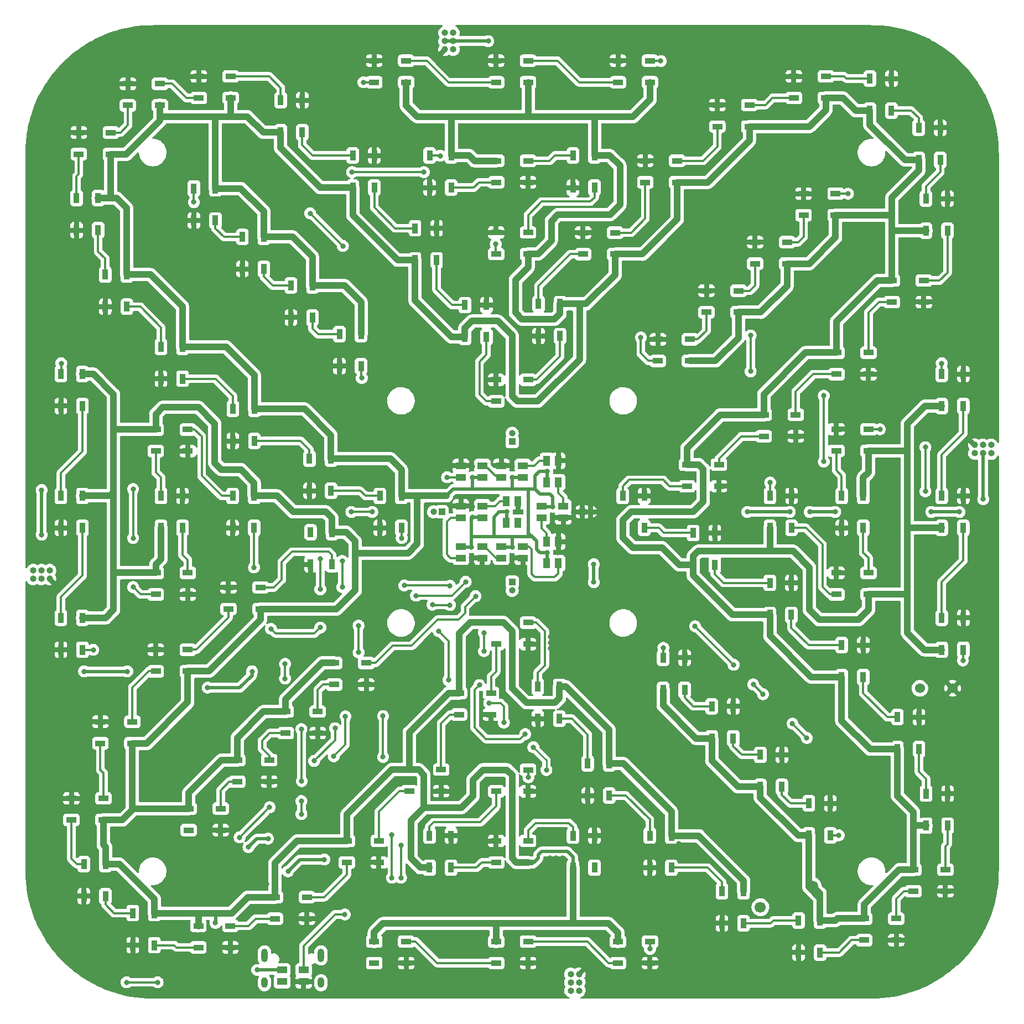
<source format=gbr>
%TF.GenerationSoftware,KiCad,Pcbnew,(6.0.10)*%
%TF.CreationDate,2023-01-10T10:46:10+01:00*%
%TF.ProjectId,BoardGame,426f6172-6447-4616-9d65-2e6b69636164,rev?*%
%TF.SameCoordinates,Original*%
%TF.FileFunction,Copper,L1,Top*%
%TF.FilePolarity,Positive*%
%FSLAX46Y46*%
G04 Gerber Fmt 4.6, Leading zero omitted, Abs format (unit mm)*
G04 Created by KiCad (PCBNEW (6.0.10)) date 2023-01-10 10:46:10*
%MOMM*%
%LPD*%
G01*
G04 APERTURE LIST*
%TA.AperFunction,SMDPad,CuDef*%
%ADD10R,0.900000X1.500000*%
%TD*%
%TA.AperFunction,SMDPad,CuDef*%
%ADD11R,1.500000X0.900000*%
%TD*%
%TA.AperFunction,SMDPad,CuDef*%
%ADD12R,1.500000X1.100000*%
%TD*%
%TA.AperFunction,ComponentPad*%
%ADD13C,1.000000*%
%TD*%
%TA.AperFunction,ComponentPad*%
%ADD14O,1.000000X1.000000*%
%TD*%
%TA.AperFunction,ComponentPad*%
%ADD15C,1.700000*%
%TD*%
%TA.AperFunction,ComponentPad*%
%ADD16R,1.000000X1.000000*%
%TD*%
%TA.AperFunction,SMDPad,CuDef*%
%ADD17R,1.100000X1.500000*%
%TD*%
%TA.AperFunction,ComponentPad*%
%ADD18O,1.000000X1.600000*%
%TD*%
%TA.AperFunction,ComponentPad*%
%ADD19O,1.000000X2.100000*%
%TD*%
%TA.AperFunction,ComponentPad*%
%ADD20C,1.524000*%
%TD*%
%TA.AperFunction,ViaPad*%
%ADD21C,0.800000*%
%TD*%
%TA.AperFunction,Conductor*%
%ADD22C,0.300000*%
%TD*%
%TA.AperFunction,Conductor*%
%ADD23C,1.016000*%
%TD*%
%TA.AperFunction,Conductor*%
%ADD24C,0.508000*%
%TD*%
%TA.AperFunction,Conductor*%
%ADD25C,0.254000*%
%TD*%
G04 APERTURE END LIST*
D10*
%TO.P,D1002,1,VDD*%
%TO.N,VCC*%
X116280000Y-78870000D03*
%TO.P,D1002,2,DOUT*%
%TO.N,Net-(D1002-Pad2)*%
X112980000Y-78870000D03*
%TO.P,D1002,3,VSS*%
%TO.N,GND*%
X112980000Y-83770000D03*
%TO.P,D1002,4,DIN*%
%TO.N,Net-(D1001-Pad2)*%
X116280000Y-83770000D03*
%TD*%
D11*
%TO.P,D1045,1,VDD*%
%TO.N,VCC*%
X95980000Y-150350000D03*
%TO.P,D1045,2,DOUT*%
%TO.N,Net-(D1045-Pad2)*%
X95980000Y-153650000D03*
%TO.P,D1045,3,VSS*%
%TO.N,GND*%
X100880000Y-153650000D03*
%TO.P,D1045,4,DIN*%
%TO.N,Net-(D1044-Pad2)*%
X100880000Y-150350000D03*
%TD*%
D10*
%TO.P,D1086,1,VDD*%
%TO.N,VCC*%
X78250000Y-84550000D03*
%TO.P,D1086,2,DOUT*%
%TO.N,Net-(D1086-Pad2)*%
X74950000Y-84550000D03*
%TO.P,D1086,3,VSS*%
%TO.N,GND*%
X74950000Y-89450000D03*
%TO.P,D1086,4,DIN*%
%TO.N,Net-(D1085-Pad2)*%
X78250000Y-89450000D03*
%TD*%
D11*
%TO.P,D1056,1,VDD*%
%TO.N,VCC*%
X89460000Y-96320000D03*
%TO.P,D1056,2,DOUT*%
%TO.N,Net-(D1056-Pad2)*%
X89460000Y-99620000D03*
%TO.P,D1056,3,VSS*%
%TO.N,GND*%
X94360000Y-99620000D03*
%TO.P,D1056,4,DIN*%
%TO.N,Net-(D1055-Pad2)*%
X94360000Y-96320000D03*
%TD*%
%TO.P,D1016,1,VDD*%
%TO.N,VCC*%
X159760000Y-47560000D03*
%TO.P,D1016,2,DOUT*%
%TO.N,Net-(D1016-Pad2)*%
X159760000Y-44260000D03*
%TO.P,D1016,3,VSS*%
%TO.N,GND*%
X154860000Y-44260000D03*
%TO.P,D1016,4,DIN*%
%TO.N,Net-(D1015-Pad2)*%
X154860000Y-47560000D03*
%TD*%
D10*
%TO.P,D1028,1,VDD*%
%TO.N,VCC*%
X171720000Y-95130000D03*
%TO.P,D1028,2,DOUT*%
%TO.N,Net-(D1028-Pad2)*%
X175020000Y-95130000D03*
%TO.P,D1028,3,VSS*%
%TO.N,GND*%
X175020000Y-90230000D03*
%TO.P,D1028,4,DIN*%
%TO.N,Net-(D1027-Pad2)*%
X171720000Y-90230000D03*
%TD*%
%TO.P,D1021,1,VDD*%
%TO.N,VCC*%
X206230000Y-33110000D03*
%TO.P,D1021,2,DOUT*%
%TO.N,Net-(D1021-Pad2)*%
X209530000Y-33110000D03*
%TO.P,D1021,3,VSS*%
%TO.N,GND*%
X209530000Y-28210000D03*
%TO.P,D1021,4,DIN*%
%TO.N,Net-(D1020-Pad2)*%
X206230000Y-28210000D03*
%TD*%
D12*
%TO.P,D1102,1,VDD*%
%TO.N,VCC*%
X142360000Y-92300000D03*
%TO.P,D1102,2,DOUT*%
%TO.N,Net-(D1102-Pad2)*%
X142360000Y-94080000D03*
%TO.P,D1102,3,VSS*%
%TO.N,GND*%
X145640000Y-94080000D03*
%TO.P,D1102,4,DIN*%
%TO.N,Net-(D1101-Pad2)*%
X145640000Y-92300000D03*
%TD*%
D11*
%TO.P,D1051,1,VDD*%
%TO.N,VCC*%
X105490000Y-101860000D03*
%TO.P,D1051,2,DOUT*%
%TO.N,Net-(D1051-Pad2)*%
X105490000Y-98560000D03*
%TO.P,D1051,3,VSS*%
%TO.N,GND*%
X100590000Y-98560000D03*
%TO.P,D1051,4,DIN*%
%TO.N,Net-(D1050-Pad2)*%
X100590000Y-101860000D03*
%TD*%
%TO.P,D1089,1,VDD*%
%TO.N,VCC*%
X146450000Y-21250000D03*
%TO.P,D1089,2,DOUT*%
%TO.N,Net-(D1089-Pad2)*%
X146450000Y-17950000D03*
%TO.P,D1089,3,VSS*%
%TO.N,GND*%
X141550000Y-17950000D03*
%TO.P,D1089,4,DIN*%
%TO.N,Net-(D1088-Pad2)*%
X141550000Y-21250000D03*
%TD*%
%TO.P,D1057,1,VDD*%
%TO.N,VCC*%
X146450000Y-47530000D03*
%TO.P,D1057,2,DOUT*%
%TO.N,Net-(D1057-Pad2)*%
X146450000Y-44230000D03*
%TO.P,D1057,3,VSS*%
%TO.N,GND*%
X141550000Y-44230000D03*
%TO.P,D1057,4,DIN*%
%TO.N,Net-(D1056-Pad2)*%
X141550000Y-47530000D03*
%TD*%
D12*
%TO.P,D1106,1,VDD*%
%TO.N,VCC*%
X108817500Y-157110000D03*
%TO.P,D1106,2,DOUT*%
%TO.N,unconnected-(D1106-Pad2)*%
X108817500Y-158890000D03*
%TO.P,D1106,3,VSS*%
%TO.N,GND*%
X112097500Y-158890000D03*
%TO.P,D1106,4,DIN*%
%TO.N,Net-(D1106-Pad4)*%
X112097500Y-157110000D03*
%TD*%
D10*
%TO.P,D1020,1,VDD*%
%TO.N,VCC*%
X198750000Y-25590000D03*
%TO.P,D1020,2,DOUT*%
%TO.N,Net-(D1020-Pad2)*%
X202050000Y-25590000D03*
%TO.P,D1020,3,VSS*%
%TO.N,GND*%
X202050000Y-20690000D03*
%TO.P,D1020,4,DIN*%
%TO.N,Net-(D1019-Pad2)*%
X198750000Y-20690000D03*
%TD*%
D13*
%TO.P,J401,1,Pin_1*%
%TO.N,GND*%
X73220000Y-97235000D03*
D14*
%TO.P,J401,2,Pin_2*%
%TO.N,TP_1*%
X73220000Y-95965000D03*
%TO.P,J401,3,Pin_3*%
%TO.N,+5V*%
X71950000Y-97235000D03*
%TO.P,J401,4,Pin_4*%
X71950000Y-95965000D03*
%TO.P,J401,5,Pin_5*%
%TO.N,TP_3*%
X70680000Y-97235000D03*
%TO.P,J401,6,Pin_6*%
%TO.N,TP_2*%
X70680000Y-95965000D03*
%TD*%
D10*
%TO.P,D1038,1,VDD*%
%TO.N,VCC*%
X158860000Y-125510000D03*
%TO.P,D1038,2,DOUT*%
%TO.N,Net-(D1038-Pad2)*%
X155560000Y-125510000D03*
%TO.P,D1038,3,VSS*%
%TO.N,GND*%
X155560000Y-130410000D03*
%TO.P,D1038,4,DIN*%
%TO.N,Net-(D1037-Pad2)*%
X158860000Y-130410000D03*
%TD*%
%TO.P,D1080,1,VDD*%
%TO.N,VCC*%
X189410000Y-136510000D03*
%TO.P,D1080,2,DOUT*%
%TO.N,Net-(D1080-Pad2)*%
X192710000Y-136510000D03*
%TO.P,D1080,3,VSS*%
%TO.N,GND*%
X192710000Y-131610000D03*
%TO.P,D1080,4,DIN*%
%TO.N,Net-(D1079-Pad2)*%
X189410000Y-131610000D03*
%TD*%
D12*
%TO.P,D1100,1,VDD*%
%TO.N,VCC*%
X148550000Y-86110000D03*
%TO.P,D1100,2,DOUT*%
%TO.N,Net-(D1100-Pad2)*%
X148550000Y-87890000D03*
%TO.P,D1100,3,VSS*%
%TO.N,GND*%
X151830000Y-87890000D03*
%TO.P,D1100,4,DIN*%
%TO.N,Net-(D1099-Pad2)*%
X151830000Y-86110000D03*
%TD*%
D13*
%TO.P,J403,1,Pin_1*%
%TO.N,GND*%
X214780000Y-76765000D03*
D14*
%TO.P,J403,2,Pin_2*%
%TO.N,TP_7*%
X214780000Y-78035000D03*
%TO.P,J403,3,Pin_3*%
%TO.N,+5V*%
X216050000Y-76765000D03*
%TO.P,J403,4,Pin_4*%
X216050000Y-78035000D03*
%TO.P,J403,5,Pin_5*%
%TO.N,TP_9*%
X217320000Y-76765000D03*
%TO.P,J403,6,Pin_6*%
%TO.N,TP_8*%
X217320000Y-78035000D03*
%TD*%
D11*
%TO.P,D1081,1,VDD*%
%TO.N,VCC*%
X116780000Y-110120000D03*
%TO.P,D1081,2,DOUT*%
%TO.N,Net-(D1081-Pad2)*%
X116780000Y-113420000D03*
%TO.P,D1081,3,VSS*%
%TO.N,GND*%
X121680000Y-113420000D03*
%TO.P,D1081,4,DIN*%
%TO.N,Net-(D1080-Pad2)*%
X121680000Y-110120000D03*
%TD*%
D10*
%TO.P,D1066,1,VDD*%
%TO.N,VCC*%
X131350000Y-141450000D03*
%TO.P,D1066,2,DOUT*%
%TO.N,Net-(D1066-Pad2)*%
X134650000Y-141450000D03*
%TO.P,D1066,3,VSS*%
%TO.N,GND*%
X134650000Y-136550000D03*
%TO.P,D1066,4,DIN*%
%TO.N,Net-(D1065-Pad2)*%
X131350000Y-136550000D03*
%TD*%
D11*
%TO.P,D1040,1,VDD*%
%TO.N,VCC*%
X141550000Y-103930000D03*
%TO.P,D1040,2,DOUT*%
%TO.N,Net-(D1040-Pad2)*%
X141550000Y-107230000D03*
%TO.P,D1040,3,VSS*%
%TO.N,GND*%
X146450000Y-107230000D03*
%TO.P,D1040,4,DIN*%
%TO.N,Net-(D1039-Pad2)*%
X146450000Y-103930000D03*
%TD*%
D10*
%TO.P,D1085,1,VDD*%
%TO.N,VCC*%
X78250000Y-103200000D03*
%TO.P,D1085,2,DOUT*%
%TO.N,Net-(D1085-Pad2)*%
X74950000Y-103200000D03*
%TO.P,D1085,3,VSS*%
%TO.N,GND*%
X74950000Y-108100000D03*
%TO.P,D1085,4,DIN*%
%TO.N,Net-(D1085-Pad4)*%
X78250000Y-108100000D03*
%TD*%
D11*
%TO.P,D1043,1,VDD*%
%TO.N,VCC*%
X118720000Y-137350000D03*
%TO.P,D1043,2,DOUT*%
%TO.N,Net-(D1043-Pad2)*%
X118720000Y-140650000D03*
%TO.P,D1043,3,VSS*%
%TO.N,GND*%
X123620000Y-140650000D03*
%TO.P,D1043,4,DIN*%
%TO.N,Net-(D1042-Pad2)*%
X123620000Y-137350000D03*
%TD*%
D10*
%TO.P,D1037,1,VDD*%
%TO.N,VCC*%
X168380000Y-136550000D03*
%TO.P,D1037,2,DOUT*%
%TO.N,Net-(D1037-Pad2)*%
X165080000Y-136550000D03*
%TO.P,D1037,3,VSS*%
%TO.N,GND*%
X165080000Y-141450000D03*
%TO.P,D1037,4,DIN*%
%TO.N,Net-(D1036-Pad2)*%
X168380000Y-141450000D03*
%TD*%
D11*
%TO.P,D1017,1,VDD*%
%TO.N,VCC*%
X169280000Y-36560000D03*
%TO.P,D1017,2,DOUT*%
%TO.N,Net-(D1017-Pad2)*%
X169280000Y-33260000D03*
%TO.P,D1017,3,VSS*%
%TO.N,GND*%
X164380000Y-33260000D03*
%TO.P,D1017,4,DIN*%
%TO.N,Net-(D1016-Pad2)*%
X164380000Y-36560000D03*
%TD*%
%TO.P,D1067,1,VDD*%
%TO.N,VCC*%
X146450000Y-140650000D03*
%TO.P,D1067,2,DOUT*%
%TO.N,Net-(D1067-Pad2)*%
X146450000Y-137350000D03*
%TO.P,D1067,3,VSS*%
%TO.N,GND*%
X141550000Y-137350000D03*
%TO.P,D1067,4,DIN*%
%TO.N,Net-(D1066-Pad2)*%
X141550000Y-140650000D03*
%TD*%
D10*
%TO.P,D1072,1,VDD*%
%TO.N,VCC*%
X98590000Y-37490000D03*
%TO.P,D1072,2,DOUT*%
%TO.N,Net-(D1072-Pad2)*%
X95290000Y-37490000D03*
%TO.P,D1072,3,VSS*%
%TO.N,GND*%
X95290000Y-42390000D03*
%TO.P,D1072,4,DIN*%
%TO.N,Net-(D1071-Pad2)*%
X98590000Y-42390000D03*
%TD*%
D11*
%TO.P,D1041,1,VDD*%
%TO.N,VCC*%
X135870000Y-114720000D03*
%TO.P,D1041,2,DOUT*%
%TO.N,Net-(D1041-Pad2)*%
X135870000Y-118020000D03*
%TO.P,D1041,3,VSS*%
%TO.N,GND*%
X140770000Y-118020000D03*
%TO.P,D1041,4,DIN*%
%TO.N,Net-(D1040-Pad2)*%
X140770000Y-114720000D03*
%TD*%
%TO.P,D1074,1,VDD*%
%TO.N,VCC*%
X178650000Y-56450000D03*
%TO.P,D1074,2,DOUT*%
%TO.N,Net-(D1074-Pad2)*%
X178650000Y-53150000D03*
%TO.P,D1074,3,VSS*%
%TO.N,GND*%
X173750000Y-53150000D03*
%TO.P,D1074,4,DIN*%
%TO.N,Net-(D1073-Pad2)*%
X173750000Y-56450000D03*
%TD*%
D15*
%TO.P,J302,1,Pin_1*%
%TO.N,/Battery charger/CH_OUT*%
X182000000Y-147500000D03*
%TD*%
D11*
%TO.P,D1009,1,VDD*%
%TO.N,VCC*%
X100950000Y-23650000D03*
%TO.P,D1009,2,DOUT*%
%TO.N,Net-(D1009-Pad2)*%
X100950000Y-20350000D03*
%TO.P,D1009,3,VSS*%
%TO.N,GND*%
X96050000Y-20350000D03*
%TO.P,D1009,4,DIN*%
%TO.N,Net-(D1008-Pad2)*%
X96050000Y-23650000D03*
%TD*%
%TO.P,D1033,1,VDD*%
%TO.N,VCC*%
X205410000Y-141750000D03*
%TO.P,D1033,2,DOUT*%
%TO.N,Net-(D1033-Pad2)*%
X205410000Y-145050000D03*
%TO.P,D1033,3,VSS*%
%TO.N,GND*%
X210310000Y-145050000D03*
%TO.P,D1033,4,DIN*%
%TO.N,Net-(D1032-Pad2)*%
X210310000Y-141750000D03*
%TD*%
D10*
%TO.P,D1046,1,VDD*%
%TO.N,VCC*%
X89250000Y-148410000D03*
%TO.P,D1046,2,DOUT*%
%TO.N,Net-(D1046-Pad2)*%
X85950000Y-148410000D03*
%TO.P,D1046,3,VSS*%
%TO.N,GND*%
X85950000Y-153310000D03*
%TO.P,D1046,4,DIN*%
%TO.N,Net-(D1045-Pad2)*%
X89250000Y-153310000D03*
%TD*%
%TO.P,D1052,1,VDD*%
%TO.N,VCC*%
X116440000Y-90130000D03*
%TO.P,D1052,2,DOUT*%
%TO.N,unconnected-(D1052-Pad2)*%
X113140000Y-90130000D03*
%TO.P,D1052,3,VSS*%
%TO.N,GND*%
X113140000Y-95030000D03*
%TO.P,D1052,4,DIN*%
%TO.N,Net-(D1051-Pad2)*%
X116440000Y-95030000D03*
%TD*%
%TO.P,D1061,1,VDD*%
%TO.N,VCC*%
X183470000Y-89450000D03*
%TO.P,D1061,2,DOUT*%
%TO.N,Net-(D1061-Pad2)*%
X186770000Y-89450000D03*
%TO.P,D1061,3,VSS*%
%TO.N,GND*%
X186770000Y-84550000D03*
%TO.P,D1061,4,DIN*%
%TO.N,Net-(D1060-Pad2)*%
X183470000Y-84550000D03*
%TD*%
D11*
%TO.P,D1062,1,VDD*%
%TO.N,VCC*%
X198540000Y-99620000D03*
%TO.P,D1062,2,DOUT*%
%TO.N,Net-(D1062-Pad2)*%
X198540000Y-96320000D03*
%TO.P,D1062,3,VSS*%
%TO.N,GND*%
X193640000Y-96320000D03*
%TO.P,D1062,4,DIN*%
%TO.N,Net-(D1061-Pad2)*%
X193640000Y-99620000D03*
%TD*%
D10*
%TO.P,D1070,1,VDD*%
%TO.N,VCC*%
X113450000Y-52350000D03*
%TO.P,D1070,2,DOUT*%
%TO.N,Net-(D1070-Pad2)*%
X110150000Y-52350000D03*
%TO.P,D1070,3,VSS*%
%TO.N,GND*%
X110150000Y-57250000D03*
%TO.P,D1070,4,DIN*%
%TO.N,Net-(D1069-Pad2)*%
X113450000Y-57250000D03*
%TD*%
D16*
%TO.P,J406,1,Pin_1*%
%TO.N,GND*%
X154750000Y-87000000D03*
D14*
%TO.P,J406,2,Pin_2*%
X156020000Y-87000000D03*
%TD*%
D11*
%TO.P,D1073,1,VDD*%
%TO.N,VCC*%
X171220000Y-63880000D03*
%TO.P,D1073,2,DOUT*%
%TO.N,Net-(D1073-Pad2)*%
X171220000Y-60580000D03*
%TO.P,D1073,3,VSS*%
%TO.N,GND*%
X166320000Y-60580000D03*
%TO.P,D1073,4,DIN*%
%TO.N,Net-(D1072-Pad2)*%
X166320000Y-63880000D03*
%TD*%
D15*
%TO.P,J301,1,Pin_1*%
%TO.N,VCC*%
X190000000Y-144250000D03*
%TD*%
D10*
%TO.P,D1068,1,VDD*%
%TO.N,VCC*%
X153320000Y-141450000D03*
%TO.P,D1068,2,DOUT*%
%TO.N,unconnected-(D1068-Pad2)*%
X156620000Y-141450000D03*
%TO.P,D1068,3,VSS*%
%TO.N,GND*%
X156620000Y-136550000D03*
%TO.P,D1068,4,DIN*%
%TO.N,Net-(D1067-Pad2)*%
X153320000Y-136550000D03*
%TD*%
D11*
%TO.P,D1048,1,VDD*%
%TO.N,VCC*%
X81450000Y-134140000D03*
%TO.P,D1048,2,DOUT*%
%TO.N,Net-(D1048-Pad2)*%
X81450000Y-130840000D03*
%TO.P,D1048,3,VSS*%
%TO.N,GND*%
X76550000Y-130840000D03*
%TO.P,D1048,4,DIN*%
%TO.N,Net-(D1047-Pad2)*%
X76550000Y-134140000D03*
%TD*%
D10*
%TO.P,D1022,1,VDD*%
%TO.N,VCC*%
X207340000Y-43960000D03*
%TO.P,D1022,2,DOUT*%
%TO.N,Net-(D1022-Pad2)*%
X210640000Y-43960000D03*
%TO.P,D1022,3,VSS*%
%TO.N,GND*%
X210640000Y-39060000D03*
%TO.P,D1022,4,DIN*%
%TO.N,Net-(D1021-Pad2)*%
X207340000Y-39060000D03*
%TD*%
%TO.P,D1031,1,VDD*%
%TO.N,VCC*%
X202970000Y-123310000D03*
%TO.P,D1031,2,DOUT*%
%TO.N,Net-(D1031-Pad2)*%
X206270000Y-123310000D03*
%TO.P,D1031,3,VSS*%
%TO.N,GND*%
X206270000Y-118410000D03*
%TO.P,D1031,4,DIN*%
%TO.N,Net-(D1030-Pad2)*%
X202970000Y-118410000D03*
%TD*%
%TO.P,D1087,1,VDD*%
%TO.N,VCC*%
X78250000Y-65900000D03*
%TO.P,D1087,2,DOUT*%
%TO.N,Net-(D1087-Pad2)*%
X74950000Y-65900000D03*
%TO.P,D1087,3,VSS*%
%TO.N,GND*%
X74950000Y-70800000D03*
%TO.P,D1087,4,DIN*%
%TO.N,Net-(D1086-Pad2)*%
X78250000Y-70800000D03*
%TD*%
%TO.P,D1060,1,VDD*%
%TO.N,VCC*%
X134680000Y-32460000D03*
%TO.P,D1060,2,DOUT*%
%TO.N,Net-(D1060-Pad2)*%
X131380000Y-32460000D03*
%TO.P,D1060,3,VSS*%
%TO.N,GND*%
X131380000Y-37360000D03*
%TO.P,D1060,4,DIN*%
%TO.N,Net-(D1059-Pad2)*%
X134680000Y-37360000D03*
%TD*%
%TO.P,D1055,1,VDD*%
%TO.N,VCC*%
X90260000Y-89450000D03*
%TO.P,D1055,2,DOUT*%
%TO.N,Net-(D1055-Pad2)*%
X93560000Y-89450000D03*
%TO.P,D1055,3,VSS*%
%TO.N,GND*%
X93560000Y-84550000D03*
%TO.P,D1055,4,DIN*%
%TO.N,Net-(D1054-Pad2)*%
X90260000Y-84550000D03*
%TD*%
D11*
%TO.P,D1024,1,VDD*%
%TO.N,VCC*%
X193640000Y-62620000D03*
%TO.P,D1024,2,DOUT*%
%TO.N,Net-(D1024-Pad2)*%
X193640000Y-65920000D03*
%TO.P,D1024,3,VSS*%
%TO.N,GND*%
X198540000Y-65920000D03*
%TO.P,D1024,4,DIN*%
%TO.N,Net-(D1023-Pad2)*%
X198540000Y-62620000D03*
%TD*%
D10*
%TO.P,D1091,1,VDD*%
%TO.N,VCC*%
X209750000Y-70800000D03*
%TO.P,D1091,2,DOUT*%
%TO.N,Net-(D1091-Pad2)*%
X213050000Y-70800000D03*
%TO.P,D1091,3,VSS*%
%TO.N,GND*%
X213050000Y-65900000D03*
%TO.P,D1091,4,DIN*%
%TO.N,Net-(D1090-Pad2)*%
X209750000Y-65900000D03*
%TD*%
%TO.P,D1079,1,VDD*%
%TO.N,VCC*%
X181980000Y-129080000D03*
%TO.P,D1079,2,DOUT*%
%TO.N,Net-(D1079-Pad2)*%
X185280000Y-129080000D03*
%TO.P,D1079,3,VSS*%
%TO.N,GND*%
X185280000Y-124180000D03*
%TO.P,D1079,4,DIN*%
%TO.N,Net-(D1078-Pad2)*%
X181980000Y-124180000D03*
%TD*%
%TO.P,D1069,1,VDD*%
%TO.N,VCC*%
X120880000Y-59780000D03*
%TO.P,D1069,2,DOUT*%
%TO.N,Net-(D1069-Pad2)*%
X117580000Y-59780000D03*
%TO.P,D1069,3,VSS*%
%TO.N,GND*%
X117580000Y-64680000D03*
%TO.P,D1069,4,DIN*%
%TO.N,Net-(D1069-Pad4)*%
X120880000Y-64680000D03*
%TD*%
D11*
%TO.P,D1095,1,VDD*%
%TO.N,VCC*%
X141550000Y-152750000D03*
%TO.P,D1095,2,DOUT*%
%TO.N,Net-(D1095-Pad2)*%
X141550000Y-156050000D03*
%TO.P,D1095,3,VSS*%
%TO.N,GND*%
X146450000Y-156050000D03*
%TO.P,D1095,4,DIN*%
%TO.N,Net-(D1094-Pad2)*%
X146450000Y-152750000D03*
%TD*%
D10*
%TO.P,D1047,1,VDD*%
%TO.N,VCC*%
X81770000Y-140890000D03*
%TO.P,D1047,2,DOUT*%
%TO.N,Net-(D1047-Pad2)*%
X78470000Y-140890000D03*
%TO.P,D1047,3,VSS*%
%TO.N,GND*%
X78470000Y-145790000D03*
%TO.P,D1047,4,DIN*%
%TO.N,Net-(D1046-Pad2)*%
X81770000Y-145790000D03*
%TD*%
%TO.P,D1027,1,VDD*%
%TO.N,VCC*%
X160930000Y-89450000D03*
%TO.P,D1027,2,DOUT*%
%TO.N,Net-(D1027-Pad2)*%
X164230000Y-89450000D03*
%TO.P,D1027,3,VSS*%
%TO.N,GND*%
X164230000Y-84550000D03*
%TO.P,D1027,4,DIN*%
%TO.N,Net-(D1026-Pad2)*%
X160930000Y-84550000D03*
%TD*%
D12*
%TO.P,D1097,1,VDD*%
%TO.N,VCC*%
X139450000Y-81700000D03*
%TO.P,D1097,2,DOUT*%
%TO.N,Net-(D1097-Pad2)*%
X139450000Y-79920000D03*
%TO.P,D1097,3,VSS*%
%TO.N,GND*%
X136170000Y-79920000D03*
%TO.P,D1097,4,DIN*%
%TO.N,Net-(D1097-Pad4)*%
X136170000Y-81700000D03*
%TD*%
D11*
%TO.P,D1090,1,VDD*%
%TO.N,VCC*%
X165100000Y-21250000D03*
%TO.P,D1090,2,DOUT*%
%TO.N,Net-(D1090-Pad2)*%
X165100000Y-17950000D03*
%TO.P,D1090,3,VSS*%
%TO.N,GND*%
X160200000Y-17950000D03*
%TO.P,D1090,4,DIN*%
%TO.N,Net-(D1089-Pad2)*%
X160200000Y-21250000D03*
%TD*%
%TO.P,D1094,1,VDD*%
%TO.N,VCC*%
X160200000Y-152750000D03*
%TO.P,D1094,2,DOUT*%
%TO.N,Net-(D1094-Pad2)*%
X160200000Y-156050000D03*
%TO.P,D1094,3,VSS*%
%TO.N,GND*%
X165100000Y-156050000D03*
%TO.P,D1094,4,DIN*%
%TO.N,Net-(D1093-Pad2)*%
X165100000Y-152750000D03*
%TD*%
D10*
%TO.P,D1010,1,VDD*%
%TO.N,VCC*%
X108580000Y-28890000D03*
%TO.P,D1010,2,DOUT*%
%TO.N,Net-(D1010-Pad2)*%
X111880000Y-28890000D03*
%TO.P,D1010,3,VSS*%
%TO.N,GND*%
X111880000Y-23990000D03*
%TO.P,D1010,4,DIN*%
%TO.N,Net-(D1009-Pad2)*%
X108580000Y-23990000D03*
%TD*%
D12*
%TO.P,D1103,1,VDD*%
%TO.N,VCC*%
X136170000Y-92300000D03*
%TO.P,D1103,2,DOUT*%
%TO.N,Net-(D1103-Pad2)*%
X136170000Y-94080000D03*
%TO.P,D1103,3,VSS*%
%TO.N,GND*%
X139450000Y-94080000D03*
%TO.P,D1103,4,DIN*%
%TO.N,Net-(D1102-Pad2)*%
X139450000Y-92300000D03*
%TD*%
D11*
%TO.P,D1008,1,VDD*%
%TO.N,VCC*%
X90110000Y-24770000D03*
%TO.P,D1008,2,DOUT*%
%TO.N,Net-(D1008-Pad2)*%
X90110000Y-21470000D03*
%TO.P,D1008,3,VSS*%
%TO.N,GND*%
X85210000Y-21470000D03*
%TO.P,D1008,4,DIN*%
%TO.N,Net-(D1007-Pad2)*%
X85210000Y-24770000D03*
%TD*%
D10*
%TO.P,D1035,1,VDD*%
%TO.N,VCC*%
X191140000Y-149540000D03*
%TO.P,D1035,2,DOUT*%
%TO.N,Net-(D1035-Pad2)*%
X187840000Y-149540000D03*
%TO.P,D1035,3,VSS*%
%TO.N,GND*%
X187840000Y-154440000D03*
%TO.P,D1035,4,DIN*%
%TO.N,Net-(D1034-Pad2)*%
X191140000Y-154440000D03*
%TD*%
%TO.P,D1012,1,VDD*%
%TO.N,VCC*%
X129140000Y-48490000D03*
%TO.P,D1012,2,DOUT*%
%TO.N,Net-(D1012-Pad2)*%
X132440000Y-48490000D03*
%TO.P,D1012,3,VSS*%
%TO.N,GND*%
X132440000Y-43590000D03*
%TO.P,D1012,4,DIN*%
%TO.N,Net-(D1011-Pad2)*%
X129140000Y-43590000D03*
%TD*%
D17*
%TO.P,D1101,1,VDD*%
%TO.N,VCC*%
X149300000Y-94830000D03*
%TO.P,D1101,2,DOUT*%
%TO.N,Net-(D1101-Pad2)*%
X151080000Y-94830000D03*
%TO.P,D1101,3,VSS*%
%TO.N,GND*%
X151080000Y-91550000D03*
%TO.P,D1101,4,DIN*%
%TO.N,Net-(D1100-Pad2)*%
X149300000Y-91550000D03*
%TD*%
D11*
%TO.P,D1065,1,VDD*%
%TO.N,VCC*%
X141550000Y-126470000D03*
%TO.P,D1065,2,DOUT*%
%TO.N,Net-(D1065-Pad2)*%
X141550000Y-129770000D03*
%TO.P,D1065,3,VSS*%
%TO.N,GND*%
X146450000Y-129770000D03*
%TO.P,D1065,4,DIN*%
%TO.N,Net-(D1064-Pad2)*%
X146450000Y-126470000D03*
%TD*%
D17*
%TO.P,D1105,1,VDD*%
%TO.N,VCC*%
X143110000Y-88640000D03*
%TO.P,D1105,2,DOUT*%
%TO.N,unconnected-(D1105-Pad2)*%
X144890000Y-88640000D03*
%TO.P,D1105,3,VSS*%
%TO.N,GND*%
X144890000Y-85360000D03*
%TO.P,D1105,4,DIN*%
%TO.N,Net-(D1104-Pad2)*%
X143110000Y-85360000D03*
%TD*%
D10*
%TO.P,D1004,1,VDD*%
%TO.N,VCC*%
X93560000Y-61720000D03*
%TO.P,D1004,2,DOUT*%
%TO.N,Net-(D1004-Pad2)*%
X90260000Y-61720000D03*
%TO.P,D1004,3,VSS*%
%TO.N,GND*%
X90260000Y-66620000D03*
%TO.P,D1004,4,DIN*%
%TO.N,Net-(D1003-Pad2)*%
X93560000Y-66620000D03*
%TD*%
D12*
%TO.P,D1104,1,VDD*%
%TO.N,VCC*%
X139450000Y-87890000D03*
%TO.P,D1104,2,DOUT*%
%TO.N,Net-(D1104-Pad2)*%
X139450000Y-86110000D03*
%TO.P,D1104,3,VSS*%
%TO.N,GND*%
X136170000Y-86110000D03*
%TO.P,D1104,4,DIN*%
%TO.N,Net-(D1103-Pad2)*%
X136170000Y-87890000D03*
%TD*%
D13*
%TO.P,J404,1,Pin_1*%
%TO.N,GND*%
X154235000Y-157730000D03*
D14*
%TO.P,J404,2,Pin_2*%
%TO.N,TP_10*%
X152965000Y-157730000D03*
%TO.P,J404,3,Pin_3*%
%TO.N,+5V*%
X154235000Y-159000000D03*
%TO.P,J404,4,Pin_4*%
X152965000Y-159000000D03*
%TO.P,J404,5,Pin_5*%
%TO.N,TP_12*%
X154235000Y-160270000D03*
%TO.P,J404,6,Pin_6*%
%TO.N,TP_11*%
X152965000Y-160270000D03*
%TD*%
D12*
%TO.P,D1098,1,VDD*%
%TO.N,VCC*%
X145640000Y-81700000D03*
%TO.P,D1098,2,DOUT*%
%TO.N,Net-(D1098-Pad2)*%
X145640000Y-79920000D03*
%TO.P,D1098,3,VSS*%
%TO.N,GND*%
X142360000Y-79920000D03*
%TO.P,D1098,4,DIN*%
%TO.N,Net-(D1097-Pad2)*%
X142360000Y-81700000D03*
%TD*%
D11*
%TO.P,D1049,1,VDD*%
%TO.N,VCC*%
X85890000Y-122420000D03*
%TO.P,D1049,2,DOUT*%
%TO.N,Net-(D1049-Pad2)*%
X85890000Y-119120000D03*
%TO.P,D1049,3,VSS*%
%TO.N,GND*%
X80990000Y-119120000D03*
%TO.P,D1049,4,DIN*%
%TO.N,Net-(D1048-Pad2)*%
X80990000Y-122420000D03*
%TD*%
D10*
%TO.P,D1039,1,VDD*%
%TO.N,VCC*%
X151230000Y-113760000D03*
%TO.P,D1039,2,DOUT*%
%TO.N,Net-(D1039-Pad2)*%
X147930000Y-113760000D03*
%TO.P,D1039,3,VSS*%
%TO.N,GND*%
X147930000Y-118660000D03*
%TO.P,D1039,4,DIN*%
%TO.N,Net-(D1038-Pad2)*%
X151230000Y-118660000D03*
%TD*%
D11*
%TO.P,D1018,1,VDD*%
%TO.N,VCC*%
X180310000Y-28030000D03*
%TO.P,D1018,2,DOUT*%
%TO.N,Net-(D1018-Pad2)*%
X180310000Y-24730000D03*
%TO.P,D1018,3,VSS*%
%TO.N,GND*%
X175410000Y-24730000D03*
%TO.P,D1018,4,DIN*%
%TO.N,Net-(D1017-Pad2)*%
X175410000Y-28030000D03*
%TD*%
D10*
%TO.P,D1015,1,VDD*%
%TO.N,VCC*%
X151330000Y-55180000D03*
%TO.P,D1015,2,DOUT*%
%TO.N,Net-(D1015-Pad2)*%
X148030000Y-55180000D03*
%TO.P,D1015,3,VSS*%
%TO.N,GND*%
X148030000Y-60080000D03*
%TO.P,D1015,4,DIN*%
%TO.N,Net-(D1014-Pad2)*%
X151330000Y-60080000D03*
%TD*%
D11*
%TO.P,D1034,1,VDD*%
%TO.N,VCC*%
X197890000Y-149230000D03*
%TO.P,D1034,2,DOUT*%
%TO.N,Net-(D1034-Pad2)*%
X197890000Y-152530000D03*
%TO.P,D1034,3,VSS*%
%TO.N,GND*%
X202790000Y-152530000D03*
%TO.P,D1034,4,DIN*%
%TO.N,Net-(D1033-Pad2)*%
X202790000Y-149230000D03*
%TD*%
D10*
%TO.P,D1005,1,VDD*%
%TO.N,VCC*%
X85030000Y-50690000D03*
%TO.P,D1005,2,DOUT*%
%TO.N,Net-(D1005-Pad2)*%
X81730000Y-50690000D03*
%TO.P,D1005,3,VSS*%
%TO.N,GND*%
X81730000Y-55590000D03*
%TO.P,D1005,4,DIN*%
%TO.N,Net-(D1004-Pad2)*%
X85030000Y-55590000D03*
%TD*%
%TO.P,D1093,1,VDD*%
%TO.N,VCC*%
X209750000Y-108100000D03*
%TO.P,D1093,2,DOUT*%
%TO.N,Net-(D1093-Pad2)*%
X213050000Y-108100000D03*
%TO.P,D1093,3,VSS*%
%TO.N,GND*%
X213050000Y-103200000D03*
%TO.P,D1093,4,DIN*%
%TO.N,Net-(D1092-Pad2)*%
X209750000Y-103200000D03*
%TD*%
%TO.P,D1011,1,VDD*%
%TO.N,VCC*%
X119620000Y-37360000D03*
%TO.P,D1011,2,DOUT*%
%TO.N,Net-(D1011-Pad2)*%
X122920000Y-37360000D03*
%TO.P,D1011,3,VSS*%
%TO.N,GND*%
X122920000Y-32460000D03*
%TO.P,D1011,4,DIN*%
%TO.N,Net-(D1010-Pad2)*%
X119620000Y-32460000D03*
%TD*%
D11*
%TO.P,D1096,1,VDD*%
%TO.N,VCC*%
X122900000Y-152750000D03*
%TO.P,D1096,2,DOUT*%
%TO.N,unconnected-(D1096-Pad2)*%
X122900000Y-156050000D03*
%TO.P,D1096,3,VSS*%
%TO.N,GND*%
X127800000Y-156050000D03*
%TO.P,D1096,4,DIN*%
%TO.N,Net-(D1095-Pad2)*%
X127800000Y-152750000D03*
%TD*%
D17*
%TO.P,D1099,1,VDD*%
%TO.N,VCC*%
X149300000Y-82450000D03*
%TO.P,D1099,2,DOUT*%
%TO.N,Net-(D1099-Pad2)*%
X151080000Y-82450000D03*
%TO.P,D1099,3,VSS*%
%TO.N,GND*%
X151080000Y-79170000D03*
%TO.P,D1099,4,DIN*%
%TO.N,Net-(D1098-Pad2)*%
X149300000Y-79170000D03*
%TD*%
D11*
%TO.P,D1088,1,VDD*%
%TO.N,VCC*%
X127800000Y-21250000D03*
%TO.P,D1088,2,DOUT*%
%TO.N,Net-(D1088-Pad2)*%
X127800000Y-17950000D03*
%TO.P,D1088,3,VSS*%
%TO.N,GND*%
X122900000Y-17950000D03*
%TO.P,D1088,4,DIN*%
%TO.N,Net-(D1087-Pad2)*%
X122900000Y-21250000D03*
%TD*%
D10*
%TO.P,D1013,1,VDD*%
%TO.N,VCC*%
X136770000Y-60240000D03*
%TO.P,D1013,2,DOUT*%
%TO.N,Net-(D1013-Pad2)*%
X140070000Y-60240000D03*
%TO.P,D1013,3,VSS*%
%TO.N,GND*%
X140070000Y-55340000D03*
%TO.P,D1013,4,DIN*%
%TO.N,Net-(D1012-Pad2)*%
X136770000Y-55340000D03*
%TD*%
D11*
%TO.P,D1083,1,VDD*%
%TO.N,VCC*%
X101920000Y-124980000D03*
%TO.P,D1083,2,DOUT*%
%TO.N,Net-(D1083-Pad2)*%
X101920000Y-128280000D03*
%TO.P,D1083,3,VSS*%
%TO.N,GND*%
X106820000Y-128280000D03*
%TO.P,D1083,4,DIN*%
%TO.N,Net-(D1082-Pad2)*%
X106820000Y-124980000D03*
%TD*%
%TO.P,D1014,1,VDD*%
%TO.N,VCC*%
X146450000Y-70070000D03*
%TO.P,D1014,2,DOUT*%
%TO.N,Net-(D1014-Pad2)*%
X146450000Y-66770000D03*
%TO.P,D1014,3,VSS*%
%TO.N,GND*%
X141550000Y-66770000D03*
%TO.P,D1014,4,DIN*%
%TO.N,Net-(D1013-Pad2)*%
X141550000Y-70070000D03*
%TD*%
D10*
%TO.P,D1063,1,VDD*%
%TO.N,VCC*%
X197740000Y-84550000D03*
%TO.P,D1063,2,DOUT*%
%TO.N,Net-(D1063-Pad2)*%
X194440000Y-84550000D03*
%TO.P,D1063,3,VSS*%
%TO.N,GND*%
X194440000Y-89450000D03*
%TO.P,D1063,4,DIN*%
%TO.N,Net-(D1062-Pad2)*%
X197740000Y-89450000D03*
%TD*%
D11*
%TO.P,D1076,1,VDD*%
%TO.N,VCC*%
X193510000Y-41590000D03*
%TO.P,D1076,2,DOUT*%
%TO.N,Net-(D1076-Pad2)*%
X193510000Y-38290000D03*
%TO.P,D1076,3,VSS*%
%TO.N,GND*%
X188610000Y-38290000D03*
%TO.P,D1076,4,DIN*%
%TO.N,Net-(D1075-Pad2)*%
X188610000Y-41590000D03*
%TD*%
D10*
%TO.P,D1003,1,VDD*%
%TO.N,VCC*%
X104560000Y-71240000D03*
%TO.P,D1003,2,DOUT*%
%TO.N,Net-(D1003-Pad2)*%
X101260000Y-71240000D03*
%TO.P,D1003,3,VSS*%
%TO.N,GND*%
X101260000Y-76140000D03*
%TO.P,D1003,4,DIN*%
%TO.N,Net-(D1002-Pad2)*%
X104560000Y-76140000D03*
%TD*%
D16*
%TO.P,J408,1,Pin_1*%
%TO.N,TP_13*%
X133250000Y-87000000D03*
D14*
%TO.P,J408,2,Pin_2*%
X131980000Y-87000000D03*
%TD*%
D10*
%TO.P,D1077,1,VDD*%
%TO.N,VCC*%
X167120000Y-114220000D03*
%TO.P,D1077,2,DOUT*%
%TO.N,Net-(D1077-Pad2)*%
X170420000Y-114220000D03*
%TO.P,D1077,3,VSS*%
%TO.N,GND*%
X170420000Y-109320000D03*
%TO.P,D1077,4,DIN*%
%TO.N,Net-(D1076-Pad2)*%
X167120000Y-109320000D03*
%TD*%
D11*
%TO.P,D1054,1,VDD*%
%TO.N,VCC*%
X89460000Y-74380000D03*
%TO.P,D1054,2,DOUT*%
%TO.N,Net-(D1054-Pad2)*%
X89460000Y-77680000D03*
%TO.P,D1054,3,VSS*%
%TO.N,GND*%
X94360000Y-77680000D03*
%TO.P,D1054,4,DIN*%
%TO.N,Net-(D1053-Pad2)*%
X94360000Y-74380000D03*
%TD*%
%TO.P,D1084,1,VDD*%
%TO.N,VCC*%
X94490000Y-132410000D03*
%TO.P,D1084,2,DOUT*%
%TO.N,unconnected-(D1084-Pad2)*%
X94490000Y-135710000D03*
%TO.P,D1084,3,VSS*%
%TO.N,GND*%
X99390000Y-135710000D03*
%TO.P,D1084,4,DIN*%
%TO.N,Net-(D1083-Pad2)*%
X99390000Y-132410000D03*
%TD*%
D10*
%TO.P,D1058,1,VDD*%
%TO.N,VCC*%
X156620000Y-32460000D03*
%TO.P,D1058,2,DOUT*%
%TO.N,Net-(D1058-Pad2)*%
X153320000Y-32460000D03*
%TO.P,D1058,3,VSS*%
%TO.N,GND*%
X153320000Y-37360000D03*
%TO.P,D1058,4,DIN*%
%TO.N,Net-(D1057-Pad2)*%
X156620000Y-37360000D03*
%TD*%
D11*
%TO.P,D1064,1,VDD*%
%TO.N,VCC*%
X198540000Y-77650000D03*
%TO.P,D1064,2,DOUT*%
%TO.N,Net-(D1064-Pad2)*%
X198540000Y-74350000D03*
%TO.P,D1064,3,VSS*%
%TO.N,GND*%
X193640000Y-74350000D03*
%TO.P,D1064,4,DIN*%
%TO.N,Net-(D1063-Pad2)*%
X193640000Y-77650000D03*
%TD*%
D10*
%TO.P,D1053,1,VDD*%
%TO.N,VCC*%
X104530000Y-84550000D03*
%TO.P,D1053,2,DOUT*%
%TO.N,Net-(D1053-Pad2)*%
X101230000Y-84550000D03*
%TO.P,D1053,3,VSS*%
%TO.N,GND*%
X101230000Y-89450000D03*
%TO.P,D1053,4,DIN*%
%TO.N,Net-(D1053-Pad4)*%
X104530000Y-89450000D03*
%TD*%
D11*
%TO.P,D1023,1,VDD*%
%TO.N,VCC*%
X202110000Y-51580000D03*
%TO.P,D1023,2,DOUT*%
%TO.N,Net-(D1023-Pad2)*%
X202110000Y-54880000D03*
%TO.P,D1023,3,VSS*%
%TO.N,GND*%
X207010000Y-54880000D03*
%TO.P,D1023,4,DIN*%
%TO.N,Net-(D1022-Pad2)*%
X207010000Y-51580000D03*
%TD*%
%TO.P,D1044,1,VDD*%
%TO.N,VCC*%
X107690000Y-145970000D03*
%TO.P,D1044,2,DOUT*%
%TO.N,Net-(D1044-Pad2)*%
X107690000Y-149270000D03*
%TO.P,D1044,3,VSS*%
%TO.N,GND*%
X112590000Y-149270000D03*
%TO.P,D1044,4,DIN*%
%TO.N,Net-(D1043-Pad2)*%
X112590000Y-145970000D03*
%TD*%
D10*
%TO.P,D1006,1,VDD*%
%TO.N,VCC*%
X80650000Y-38980000D03*
%TO.P,D1006,2,DOUT*%
%TO.N,Net-(D1006-Pad2)*%
X77350000Y-38980000D03*
%TO.P,D1006,3,VSS*%
%TO.N,GND*%
X77350000Y-43880000D03*
%TO.P,D1006,4,DIN*%
%TO.N,Net-(D1005-Pad2)*%
X80650000Y-43880000D03*
%TD*%
D11*
%TO.P,D1042,1,VDD*%
%TO.N,VCC*%
X128240000Y-126440000D03*
%TO.P,D1042,2,DOUT*%
%TO.N,Net-(D1042-Pad2)*%
X128240000Y-129740000D03*
%TO.P,D1042,3,VSS*%
%TO.N,GND*%
X133140000Y-129740000D03*
%TO.P,D1042,4,DIN*%
%TO.N,Net-(D1041-Pad2)*%
X133140000Y-126440000D03*
%TD*%
%TO.P,D1026,1,VDD*%
%TO.N,VCC*%
X170760000Y-79770000D03*
%TO.P,D1026,2,DOUT*%
%TO.N,Net-(D1026-Pad2)*%
X170760000Y-83070000D03*
%TO.P,D1026,3,VSS*%
%TO.N,GND*%
X175660000Y-83070000D03*
%TO.P,D1026,4,DIN*%
%TO.N,Net-(D1025-Pad2)*%
X175660000Y-79770000D03*
%TD*%
D10*
%TO.P,D1092,1,VDD*%
%TO.N,VCC*%
X209750000Y-89450000D03*
%TO.P,D1092,2,DOUT*%
%TO.N,Net-(D1092-Pad2)*%
X213050000Y-89450000D03*
%TO.P,D1092,3,VSS*%
%TO.N,GND*%
X213050000Y-84550000D03*
%TO.P,D1092,4,DIN*%
%TO.N,Net-(D1091-Pad2)*%
X209750000Y-84550000D03*
%TD*%
D11*
%TO.P,D1007,1,VDD*%
%TO.N,VCC*%
X82590000Y-32250000D03*
%TO.P,D1007,2,DOUT*%
%TO.N,Net-(D1007-Pad2)*%
X82590000Y-28950000D03*
%TO.P,D1007,3,VSS*%
%TO.N,GND*%
X77690000Y-28950000D03*
%TO.P,D1007,4,DIN*%
%TO.N,Net-(D1006-Pad2)*%
X77690000Y-32250000D03*
%TD*%
D10*
%TO.P,D1078,1,VDD*%
%TO.N,VCC*%
X174550000Y-121650000D03*
%TO.P,D1078,2,DOUT*%
%TO.N,Net-(D1078-Pad2)*%
X177850000Y-121650000D03*
%TO.P,D1078,3,VSS*%
%TO.N,GND*%
X177850000Y-116750000D03*
%TO.P,D1078,4,DIN*%
%TO.N,Net-(D1077-Pad2)*%
X174550000Y-116750000D03*
%TD*%
D11*
%TO.P,D1075,1,VDD*%
%TO.N,VCC*%
X186080000Y-49020000D03*
%TO.P,D1075,2,DOUT*%
%TO.N,Net-(D1075-Pad2)*%
X186080000Y-45720000D03*
%TO.P,D1075,3,VSS*%
%TO.N,GND*%
X181180000Y-45720000D03*
%TO.P,D1075,4,DIN*%
%TO.N,Net-(D1074-Pad2)*%
X181180000Y-49020000D03*
%TD*%
%TO.P,D1025,1,VDD*%
%TO.N,VCC*%
X182510000Y-72140000D03*
%TO.P,D1025,2,DOUT*%
%TO.N,Net-(D1025-Pad2)*%
X182510000Y-75440000D03*
%TO.P,D1025,3,VSS*%
%TO.N,GND*%
X187410000Y-75440000D03*
%TO.P,D1025,4,DIN*%
%TO.N,Net-(D1024-Pad2)*%
X187410000Y-72140000D03*
%TD*%
D10*
%TO.P,D1071,1,VDD*%
%TO.N,VCC*%
X106020000Y-44920000D03*
%TO.P,D1071,2,DOUT*%
%TO.N,Net-(D1071-Pad2)*%
X102720000Y-44920000D03*
%TO.P,D1071,3,VSS*%
%TO.N,GND*%
X102720000Y-49820000D03*
%TO.P,D1071,4,DIN*%
%TO.N,Net-(D1070-Pad2)*%
X106020000Y-49820000D03*
%TD*%
D16*
%TO.P,J405,1,Pin_1*%
%TO.N,+5V*%
X144000000Y-97750000D03*
D14*
%TO.P,J405,2,Pin_2*%
X144000000Y-99020000D03*
%TD*%
D11*
%TO.P,D1050,1,VDD*%
%TO.N,VCC*%
X94360000Y-111380000D03*
%TO.P,D1050,2,DOUT*%
%TO.N,Net-(D1050-Pad2)*%
X94360000Y-108080000D03*
%TO.P,D1050,3,VSS*%
%TO.N,GND*%
X89460000Y-108080000D03*
%TO.P,D1050,4,DIN*%
%TO.N,Net-(D1049-Pad2)*%
X89460000Y-111380000D03*
%TD*%
%TO.P,D1082,1,VDD*%
%TO.N,VCC*%
X109350000Y-117550000D03*
%TO.P,D1082,2,DOUT*%
%TO.N,Net-(D1082-Pad2)*%
X109350000Y-120850000D03*
%TO.P,D1082,3,VSS*%
%TO.N,GND*%
X114250000Y-120850000D03*
%TO.P,D1082,4,DIN*%
%TO.N,Net-(D1081-Pad2)*%
X114250000Y-117550000D03*
%TD*%
%TO.P,D1019,1,VDD*%
%TO.N,VCC*%
X192020000Y-23650000D03*
%TO.P,D1019,2,DOUT*%
%TO.N,Net-(D1019-Pad2)*%
X192020000Y-20350000D03*
%TO.P,D1019,3,VSS*%
%TO.N,GND*%
X187120000Y-20350000D03*
%TO.P,D1019,4,DIN*%
%TO.N,Net-(D1018-Pad2)*%
X187120000Y-23650000D03*
%TD*%
%TO.P,D1059,1,VDD*%
%TO.N,VCC*%
X141550000Y-33260000D03*
%TO.P,D1059,2,DOUT*%
%TO.N,Net-(D1059-Pad2)*%
X141550000Y-36560000D03*
%TO.P,D1059,3,VSS*%
%TO.N,GND*%
X146450000Y-36560000D03*
%TO.P,D1059,4,DIN*%
%TO.N,Net-(D1058-Pad2)*%
X146450000Y-33260000D03*
%TD*%
D13*
%TO.P,J402,1,Pin_1*%
%TO.N,GND*%
X133715000Y-16220000D03*
D14*
%TO.P,J402,2,Pin_2*%
%TO.N,TP_4*%
X134985000Y-16220000D03*
%TO.P,J402,3,Pin_3*%
%TO.N,+5V*%
X133715000Y-14950000D03*
%TO.P,J402,4,Pin_4*%
X134985000Y-14950000D03*
%TO.P,J402,5,Pin_5*%
%TO.N,TP_6*%
X133715000Y-13680000D03*
%TO.P,J402,6,Pin_6*%
%TO.N,TP_5*%
X134985000Y-13680000D03*
%TD*%
D10*
%TO.P,D1030,1,VDD*%
%TO.N,VCC*%
X194440000Y-112280000D03*
%TO.P,D1030,2,DOUT*%
%TO.N,Net-(D1030-Pad2)*%
X197740000Y-112280000D03*
%TO.P,D1030,3,VSS*%
%TO.N,GND*%
X197740000Y-107380000D03*
%TO.P,D1030,4,DIN*%
%TO.N,Net-(D1029-Pad2)*%
X194440000Y-107380000D03*
%TD*%
%TO.P,D1036,1,VDD*%
%TO.N,VCC*%
X179420000Y-145050000D03*
%TO.P,D1036,2,DOUT*%
%TO.N,Net-(D1036-Pad2)*%
X176120000Y-145050000D03*
%TO.P,D1036,3,VSS*%
%TO.N,GND*%
X176120000Y-149950000D03*
%TO.P,D1036,4,DIN*%
%TO.N,Net-(D1035-Pad2)*%
X179420000Y-149950000D03*
%TD*%
%TO.P,D1032,1,VDD*%
%TO.N,VCC*%
X207350000Y-135020000D03*
%TO.P,D1032,2,DOUT*%
%TO.N,Net-(D1032-Pad2)*%
X210650000Y-135020000D03*
%TO.P,D1032,3,VSS*%
%TO.N,GND*%
X210650000Y-130120000D03*
%TO.P,D1032,4,DIN*%
%TO.N,Net-(D1031-Pad2)*%
X207350000Y-130120000D03*
%TD*%
%TO.P,D1029,1,VDD*%
%TO.N,VCC*%
X183440000Y-102760000D03*
%TO.P,D1029,2,DOUT*%
%TO.N,Net-(D1029-Pad2)*%
X186740000Y-102760000D03*
%TO.P,D1029,3,VSS*%
%TO.N,GND*%
X186740000Y-97860000D03*
%TO.P,D1029,4,DIN*%
%TO.N,Net-(D1028-Pad2)*%
X183440000Y-97860000D03*
%TD*%
%TO.P,D1001,1,VDD*%
%TO.N,VCC*%
X127070000Y-84550000D03*
%TO.P,D1001,2,DOUT*%
%TO.N,Net-(D1001-Pad2)*%
X123770000Y-84550000D03*
%TO.P,D1001,3,VSS*%
%TO.N,GND*%
X123770000Y-89450000D03*
%TO.P,D1001,4,DIN*%
%TO.N,Net-(D1001-Pad4)*%
X127070000Y-89450000D03*
%TD*%
D16*
%TO.P,J407,1,Pin_1*%
%TO.N,unconnected-(J407-Pad1)*%
X144000000Y-76250000D03*
D14*
%TO.P,J407,2,Pin_2*%
%TO.N,unconnected-(J407-Pad2)*%
X144000000Y-74980000D03*
%TD*%
D18*
%TO.P,J201,S1,SHIELD*%
%TO.N,unconnected-(J201-PadS1)*%
X114745378Y-159050000D03*
D19*
X114745378Y-154870000D03*
X106105378Y-154870000D03*
D18*
X106105378Y-159050000D03*
%TD*%
D20*
%TO.P,BT301,1,+*%
%TO.N,+BATT*%
X206399000Y-114000000D03*
%TO.P,BT301,2,-*%
%TO.N,GND*%
X211399000Y-114000000D03*
%TD*%
D21*
%TO.N,/IO Expander/INT*%
X132750000Y-105250000D03*
%TO.N,/Finish LEDs/NP_1*%
X139000000Y-113500000D03*
X146000000Y-121000000D03*
%TO.N,GND*%
X137900000Y-86200000D03*
X151000000Y-93200000D03*
X131600000Y-152000000D03*
X118425378Y-151400000D03*
X151750000Y-140000000D03*
X151750000Y-141000000D03*
X151000000Y-80800000D03*
X170000000Y-132000000D03*
X142300000Y-113700000D03*
X144800000Y-87000000D03*
X106474622Y-143950000D03*
X149900000Y-107900000D03*
X187600000Y-143200000D03*
X133250000Y-146500000D03*
X137000000Y-147500000D03*
X185600000Y-143200000D03*
X182600000Y-134600000D03*
X138000000Y-146500000D03*
X116425378Y-152400000D03*
X119425378Y-153400000D03*
X103925378Y-152500000D03*
X177415000Y-139323000D03*
X129250000Y-145500000D03*
X118425378Y-153400000D03*
X137800000Y-94000000D03*
X105000000Y-129400000D03*
X95400000Y-105150000D03*
X152800000Y-125500000D03*
X187600000Y-142200000D03*
X186600000Y-143200000D03*
X105925378Y-151600000D03*
X142400000Y-68400000D03*
X104925378Y-151500000D03*
X130250000Y-145500000D03*
X174600000Y-136400000D03*
X98700000Y-120000000D03*
X138000000Y-147500000D03*
X105925378Y-152500000D03*
X148750000Y-141000000D03*
X109675378Y-148350000D03*
X170000000Y-134250000D03*
X145400000Y-118750000D03*
X150750000Y-141000000D03*
X181700000Y-133700000D03*
X102925378Y-153500000D03*
X150200000Y-87800000D03*
X116425378Y-151400000D03*
X129250000Y-143500000D03*
X144600000Y-123400000D03*
X129250000Y-144500000D03*
X149900000Y-106100000D03*
X182600000Y-143200000D03*
X102925378Y-151500000D03*
X208800000Y-95200000D03*
X132250000Y-146500000D03*
X170000000Y-148750000D03*
X173700000Y-135500000D03*
X117425378Y-152400000D03*
X137000000Y-146500000D03*
X130250000Y-146500000D03*
X102925378Y-152500000D03*
X131250000Y-146500000D03*
X170000000Y-144750000D03*
X183600000Y-143200000D03*
X181700000Y-134600000D03*
X130250000Y-143500000D03*
X144000000Y-80000000D03*
X139000000Y-147500000D03*
X129250000Y-146500000D03*
X104925378Y-152500000D03*
X125000000Y-116500000D03*
X103925378Y-151500000D03*
X131750000Y-110300000D03*
X147400000Y-109800000D03*
X180800000Y-132700000D03*
X150750000Y-140000000D03*
X149750000Y-140000000D03*
X149750000Y-141000000D03*
X184600000Y-143200000D03*
X140000000Y-147500000D03*
X134250000Y-146500000D03*
X182600000Y-133700000D03*
X181700000Y-132700000D03*
X119425378Y-152400000D03*
X144000000Y-94000000D03*
X125500000Y-110400000D03*
X118425378Y-152400000D03*
X174600000Y-135500000D03*
X139000000Y-146500000D03*
X137900000Y-80000000D03*
X130250000Y-144500000D03*
X181600000Y-143200000D03*
X112180000Y-91500000D03*
X140000000Y-146500000D03*
X149900000Y-107000000D03*
X103925378Y-153500000D03*
X119425378Y-151400000D03*
X141000000Y-68400000D03*
X169500000Y-137800000D03*
X117425378Y-151400000D03*
X175500000Y-136400000D03*
X112950000Y-143950000D03*
%TO.N,VBUS*%
X106650000Y-137000000D03*
X115250000Y-140200000D03*
X109700000Y-142000000D03*
X103650000Y-138300000D03*
%TO.N,+5V*%
X85100000Y-111400000D03*
X140350000Y-14950000D03*
X97400000Y-113900000D03*
X186500000Y-87000000D03*
X208150000Y-87000000D03*
X189550000Y-87000000D03*
X72000000Y-83650000D03*
X156500000Y-95000000D03*
X156500000Y-97750000D03*
X72000000Y-90500000D03*
X212450000Y-87000000D03*
X216100000Y-85050000D03*
X180000000Y-87000000D03*
X78500000Y-111400000D03*
X193450000Y-87000000D03*
X104200000Y-111400000D03*
%TO.N,VCC*%
X137800000Y-92400000D03*
X105000000Y-157100000D03*
X149400000Y-80800000D03*
X149400000Y-93200000D03*
X143200000Y-87000000D03*
X144000000Y-92400000D03*
X144000000Y-81700000D03*
X98600000Y-149900000D03*
X137900000Y-81700000D03*
X137900000Y-87800000D03*
X150200000Y-86200000D03*
%TO.N,TP_9*%
X129300000Y-99800000D03*
X136900000Y-97700000D03*
%TO.N,TP_10*%
X109250000Y-110250000D03*
X111750000Y-133250000D03*
X111800000Y-128200000D03*
X109250000Y-112500000D03*
X127000000Y-138000000D03*
X127000000Y-143000000D03*
X111750000Y-131250000D03*
X111750000Y-120250000D03*
%TO.N,TP_11*%
X85000000Y-159000000D03*
X89750000Y-159000000D03*
%TO.N,/Microcontroller/RX*%
X113700000Y-125100000D03*
X116900000Y-120100000D03*
%TO.N,/Microcontroller/TX*%
X116700000Y-124400000D03*
X118500000Y-118300000D03*
%TO.N,TP_13*%
X119400000Y-87000000D03*
X122600000Y-87000000D03*
X114650000Y-94200000D03*
X114650000Y-104700000D03*
X114650000Y-98850000D03*
X107100000Y-104900000D03*
%TO.N,Net-(D1056-Pad2)*%
X130500000Y-35000000D03*
X86000000Y-91000000D03*
X86000000Y-83500000D03*
X86000000Y-98500000D03*
X141500000Y-46000000D03*
X119500000Y-35000000D03*
%TO.N,Net-(D1060-Pad2)*%
X180500000Y-60000000D03*
X183500000Y-82500000D03*
X180500000Y-65500000D03*
X133000000Y-32500000D03*
%TO.N,Net-(D1064-Pad2)*%
X200300000Y-74350000D03*
X146500000Y-127600000D03*
X207250000Y-83850000D03*
X207250000Y-77100000D03*
%TO.N,Net-(D1072-Pad2)*%
X163700000Y-60300000D03*
X118100000Y-46300000D03*
X95300000Y-39600000D03*
X113100000Y-41300000D03*
%TO.N,Net-(D1076-Pad2)*%
X167150000Y-107800000D03*
X191700000Y-69200000D03*
X195400000Y-38300000D03*
X191700000Y-79300000D03*
%TO.N,Net-(D1080-Pad2)*%
X138400000Y-99900000D03*
X172000000Y-104500000D03*
X189100000Y-121600000D03*
X182400000Y-114900000D03*
X180900000Y-113400000D03*
X177900000Y-110400000D03*
X186900000Y-119400000D03*
X194000000Y-136500000D03*
%TO.N,Net-(D1087-Pad2)*%
X75000000Y-64250000D03*
X121250000Y-21250000D03*
%TO.N,Net-(D1090-Pad2)*%
X209750000Y-64250000D03*
X166750000Y-18000000D03*
%TO.N,Net-(D1093-Pad2)*%
X165100000Y-153900000D03*
X213000000Y-109750000D03*
%TO.N,/Microcontroller/RESET*%
X106900000Y-132200000D03*
X142750000Y-119250000D03*
X140500000Y-116250000D03*
X102300000Y-136800000D03*
X124250000Y-118250000D03*
X147250000Y-123000000D03*
X124250000Y-124500000D03*
X149250000Y-126500000D03*
%TO.N,Net-(D1001-Pad4)*%
X139700000Y-105500000D03*
X139700000Y-108300000D03*
X127100000Y-91000000D03*
%TO.N,Net-(D1053-Pad4)*%
X131800000Y-101200000D03*
X104500000Y-95500000D03*
X134500000Y-101250000D03*
%TO.N,Net-(D1069-Pad4)*%
X120500000Y-104400000D03*
X120500000Y-108500000D03*
X118000000Y-94500000D03*
X121000000Y-66500000D03*
X118000000Y-98500000D03*
%TO.N,Net-(D1085-Pad4)*%
X127500000Y-98250000D03*
X134500000Y-98300000D03*
X79900000Y-108100000D03*
%TO.N,Net-(D1097-Pad4)*%
X134050000Y-81700000D03*
%TO.N,Net-(D1106-Pad4)*%
X125600000Y-143000000D03*
X118400000Y-148600000D03*
X125600000Y-136400000D03*
%TO.N,/IO Expander/INT*%
X134250000Y-112750000D03*
%TD*%
D22*
%TO.N,/Finish LEDs/NP_1*%
X138250000Y-114250000D02*
X139000000Y-113500000D01*
X140000000Y-121750000D02*
X138250000Y-120000000D01*
X145250000Y-121750000D02*
X140000000Y-121750000D01*
X138250000Y-120000000D02*
X138250000Y-114250000D01*
X146000000Y-121000000D02*
X145250000Y-121750000D01*
%TO.N,Net-(D1001-Pad4)*%
X139700000Y-108300000D02*
X139700000Y-105500000D01*
%TO.N,/IO Expander/INT*%
X133500000Y-106000000D02*
X132750000Y-105250000D01*
D23*
%TO.N,VCC*%
X136250000Y-132250000D02*
X136750000Y-131750000D01*
X130500000Y-132250000D02*
X136250000Y-132250000D01*
X138000000Y-130500000D02*
X136750000Y-131750000D01*
X128500000Y-134250000D02*
X128500000Y-135000000D01*
X130500000Y-132250000D02*
X128500000Y-134250000D01*
X129690000Y-126440000D02*
X130500000Y-127250000D01*
X128240000Y-126440000D02*
X129690000Y-126440000D01*
X130500000Y-127250000D02*
X130500000Y-132250000D01*
X138000000Y-128000000D02*
X138000000Y-130500000D01*
X141550000Y-126470000D02*
X139530000Y-126470000D01*
X139530000Y-126470000D02*
X138000000Y-128000000D01*
D24*
%TO.N,GND*%
X136260000Y-86200000D02*
X136170000Y-86110000D01*
X144000000Y-80000000D02*
X142440000Y-80000000D01*
X151000000Y-80800000D02*
X151000000Y-79250000D01*
X151740000Y-87800000D02*
X151830000Y-87890000D01*
X137900000Y-86200000D02*
X136260000Y-86200000D01*
X145560000Y-94000000D02*
X145640000Y-94080000D01*
X142440000Y-80000000D02*
X142360000Y-79920000D01*
X137800000Y-94000000D02*
X139370000Y-94000000D01*
X144000000Y-94000000D02*
X145560000Y-94000000D01*
X137900000Y-80000000D02*
X136250000Y-80000000D01*
X150200000Y-87800000D02*
X151740000Y-87800000D01*
X144800000Y-87000000D02*
X144800000Y-85450000D01*
X151000000Y-93200000D02*
X151000000Y-91630000D01*
X151000000Y-79250000D02*
X151080000Y-79170000D01*
X144800000Y-85450000D02*
X144890000Y-85360000D01*
X136250000Y-80000000D02*
X136170000Y-79920000D01*
X139370000Y-94000000D02*
X139450000Y-94080000D01*
X151000000Y-91630000D02*
X151080000Y-91550000D01*
%TO.N,VBUS*%
X106650000Y-137000000D02*
X104950000Y-137000000D01*
X115250000Y-140200000D02*
X111500000Y-140200000D01*
X111500000Y-140200000D02*
X109700000Y-142000000D01*
X104950000Y-137000000D02*
X103650000Y-138300000D01*
%TO.N,+5V*%
X78500000Y-111400000D02*
X85100000Y-111400000D01*
X102300000Y-113900000D02*
X97400000Y-113900000D01*
X134985000Y-14950000D02*
X133715000Y-14950000D01*
X216050000Y-85000000D02*
X216050000Y-78035000D01*
X189550000Y-87000000D02*
X193450000Y-87000000D01*
X156500000Y-95000000D02*
X156500000Y-97750000D01*
X208150000Y-87000000D02*
X212450000Y-87000000D01*
X134985000Y-14950000D02*
X140350000Y-14950000D01*
X216100000Y-85050000D02*
X216050000Y-85000000D01*
X104200000Y-111400000D02*
X104200000Y-112000000D01*
X72000000Y-90500000D02*
X72000000Y-83650000D01*
X180000000Y-87000000D02*
X186500000Y-87000000D01*
X104200000Y-112000000D02*
X102300000Y-113900000D01*
D23*
%TO.N,VCC*%
X146450000Y-49550000D02*
X146450000Y-47530000D01*
X193460000Y-149540000D02*
X191140000Y-149540000D01*
X84970000Y-32250000D02*
X90110000Y-27110000D01*
D24*
X108807500Y-157100000D02*
X108817500Y-157110000D01*
X147500000Y-83500000D02*
X146500000Y-83500000D01*
X147750000Y-92750000D02*
X147750000Y-91500000D01*
D23*
X187000000Y-93000000D02*
X189500000Y-95500000D01*
X143220000Y-126470000D02*
X144000000Y-127250000D01*
D24*
X148000000Y-139500000D02*
X148500000Y-139000000D01*
D23*
X120000000Y-99000000D02*
X120000000Y-96000000D01*
X182510000Y-68990000D02*
X188880000Y-62620000D01*
D24*
X149400000Y-80800000D02*
X149400000Y-82350000D01*
D23*
X128240000Y-120760000D02*
X128240000Y-126440000D01*
X189410000Y-144410000D02*
X191140000Y-146140000D01*
X194440000Y-118940000D02*
X198810000Y-123310000D01*
X116440000Y-90130000D02*
X116440000Y-87940000D01*
D24*
X147500000Y-83500000D02*
X148250000Y-84250000D01*
D23*
X160930000Y-89450000D02*
X160930000Y-90930000D01*
X178650000Y-56450000D02*
X182050000Y-56450000D01*
D24*
X147050000Y-90800000D02*
X146500000Y-90250000D01*
X144000000Y-92400000D02*
X144000000Y-90850000D01*
X143200000Y-87000000D02*
X142000000Y-87000000D01*
D23*
X80650000Y-38980000D02*
X82520000Y-38980000D01*
X204500000Y-105500000D02*
X204500000Y-99500000D01*
X118350000Y-52350000D02*
X120880000Y-54880000D01*
X171720000Y-93780000D02*
X172500000Y-93000000D01*
X160930000Y-88270000D02*
X160930000Y-89450000D01*
X183440000Y-102760000D02*
X183440000Y-105940000D01*
X108580000Y-31300000D02*
X114640000Y-37360000D01*
X109350000Y-117550000D02*
X109350000Y-115650000D01*
X194650000Y-23650000D02*
X196590000Y-25590000D01*
X129500000Y-84600000D02*
X129550000Y-84550000D01*
X183470000Y-89450000D02*
X183470000Y-92970000D01*
X158860000Y-120360000D02*
X158860000Y-125510000D01*
X180310000Y-28030000D02*
X189470000Y-28030000D01*
D24*
X146450000Y-140650000D02*
X147350000Y-140650000D01*
X144000000Y-92400000D02*
X142460000Y-92400000D01*
D23*
X160200000Y-151400000D02*
X158800000Y-150000000D01*
X98590000Y-26590000D02*
X98500000Y-26500000D01*
X174550000Y-125050000D02*
X178580000Y-129080000D01*
X204500000Y-77500000D02*
X204500000Y-73500000D01*
X189480000Y-49020000D02*
X193510000Y-44990000D01*
X120880000Y-54880000D02*
X120880000Y-59780000D01*
X156500000Y-26500000D02*
X146500000Y-26500000D01*
X201810000Y-41590000D02*
X202110000Y-41890000D01*
X144000000Y-127250000D02*
X144000000Y-140000000D01*
X83000000Y-96000000D02*
X83000000Y-102000000D01*
X193640000Y-57860000D02*
X199920000Y-51580000D01*
X101920000Y-121580000D02*
X105950000Y-117550000D01*
X110420000Y-44920000D02*
X113450000Y-47950000D01*
X159000000Y-41500000D02*
X160500000Y-40000000D01*
X207200000Y-70800000D02*
X209750000Y-70800000D01*
X150500000Y-57500000D02*
X145500000Y-57500000D01*
X144650000Y-140650000D02*
X146450000Y-140650000D01*
D24*
X148640000Y-86200000D02*
X148550000Y-86110000D01*
X142000000Y-87000000D02*
X141200000Y-87800000D01*
D23*
X134280000Y-114720000D02*
X128240000Y-120760000D01*
D24*
X147500000Y-81500000D02*
X147500000Y-83500000D01*
D23*
X122900000Y-151350000D02*
X122900000Y-152750000D01*
X98590000Y-37490000D02*
X98590000Y-26590000D01*
X82450000Y-84550000D02*
X83000000Y-84000000D01*
X114640000Y-37360000D02*
X119620000Y-37360000D01*
D24*
X149400000Y-93200000D02*
X149350000Y-93250000D01*
X143950000Y-90800000D02*
X141200000Y-90800000D01*
D23*
X119620000Y-37360000D02*
X119620000Y-41620000D01*
X129500000Y-26500000D02*
X127800000Y-24800000D01*
X116280000Y-78870000D02*
X116280000Y-75280000D01*
X127800000Y-24800000D02*
X127800000Y-21250000D01*
X192020000Y-25480000D02*
X192020000Y-23650000D01*
D24*
X144000000Y-90850000D02*
X143950000Y-90800000D01*
D23*
X104560000Y-71240000D02*
X104560000Y-66060000D01*
X197890000Y-147110000D02*
X203250000Y-141750000D01*
X189500000Y-95500000D02*
X189500000Y-102000000D01*
X98500000Y-73500000D02*
X96000000Y-71000000D01*
X154320000Y-63680000D02*
X154320000Y-55180000D01*
X81770000Y-140890000D02*
X81770000Y-138270000D01*
X155320000Y-55180000D02*
X159760000Y-50740000D01*
X171720000Y-95130000D02*
X171720000Y-93780000D01*
X169280000Y-42220000D02*
X169280000Y-36560000D01*
X94490000Y-130010000D02*
X99520000Y-124980000D01*
D24*
X137800000Y-92400000D02*
X137800000Y-90800000D01*
D23*
X137570000Y-103930000D02*
X141550000Y-103930000D01*
X207340000Y-43960000D02*
X202260000Y-43960000D01*
X107690000Y-142810000D02*
X107690000Y-145970000D01*
X99500000Y-80500000D02*
X98500000Y-79500000D01*
X146450000Y-70070000D02*
X147930000Y-70070000D01*
X198540000Y-80960000D02*
X198540000Y-77650000D01*
X168380000Y-132880000D02*
X168380000Y-136550000D01*
X94360000Y-111380000D02*
X94360000Y-116140000D01*
X160500000Y-40000000D02*
X160500000Y-34000000D01*
X154320000Y-55180000D02*
X155320000Y-55180000D01*
X141550000Y-152750000D02*
X141550000Y-150200000D01*
X89250000Y-146250000D02*
X83890000Y-140890000D01*
X202260000Y-43960000D02*
X202110000Y-44110000D01*
X169630000Y-95130000D02*
X171720000Y-95130000D01*
X175120000Y-63880000D02*
X178650000Y-60350000D01*
X144000000Y-140000000D02*
X144650000Y-140650000D01*
X151000000Y-41500000D02*
X159000000Y-41500000D01*
X120000000Y-93300000D02*
X120000000Y-91500000D01*
X189410000Y-136510000D02*
X189410000Y-144410000D01*
X134680000Y-26680000D02*
X134500000Y-26500000D01*
X90220000Y-26500000D02*
X90110000Y-26610000D01*
X194440000Y-112280000D02*
X194440000Y-118940000D01*
X202970000Y-123310000D02*
X202970000Y-130470000D01*
D24*
X146550000Y-90800000D02*
X143950000Y-90800000D01*
D23*
X147930000Y-70070000D02*
X154320000Y-63680000D01*
X128500000Y-140000000D02*
X129950000Y-141450000D01*
X124250000Y-150000000D02*
X122900000Y-151350000D01*
X106020000Y-44920000D02*
X110420000Y-44920000D01*
X82590000Y-32250000D02*
X82590000Y-38910000D01*
X135870000Y-114720000D02*
X134280000Y-114720000D01*
X94490000Y-132410000D02*
X94490000Y-130010000D01*
D24*
X98600000Y-149900000D02*
X98610000Y-149890000D01*
D23*
X156620000Y-32460000D02*
X156620000Y-26620000D01*
X95910000Y-148410000D02*
X98610000Y-148410000D01*
X128100000Y-93300000D02*
X120000000Y-93300000D01*
X85890000Y-132110000D02*
X85890000Y-122420000D01*
X150550000Y-116200000D02*
X151230000Y-115520000D01*
X107690000Y-140760000D02*
X107690000Y-142642000D01*
X150000000Y-42500000D02*
X151000000Y-41500000D01*
X89250000Y-148410000D02*
X95910000Y-148410000D01*
X119620000Y-41620000D02*
X126490000Y-48490000D01*
X89460000Y-96320000D02*
X89460000Y-95040000D01*
X101920000Y-124980000D02*
X101920000Y-121580000D01*
X86190000Y-132410000D02*
X85890000Y-132110000D01*
X162500000Y-26500000D02*
X156500000Y-26500000D01*
X209750000Y-89450000D02*
X204550000Y-89450000D01*
X83000000Y-84000000D02*
X83000000Y-96000000D01*
X118630000Y-90130000D02*
X116440000Y-90130000D01*
D24*
X137800000Y-90800000D02*
X141200000Y-90800000D01*
D23*
X116440000Y-87940000D02*
X115500000Y-87000000D01*
X142680000Y-103930000D02*
X144000000Y-105250000D01*
X179420000Y-143420000D02*
X179420000Y-145050000D01*
X172500000Y-93000000D02*
X183500000Y-93000000D01*
X134740000Y-60240000D02*
X136770000Y-60240000D01*
X78250000Y-65900000D02*
X79900000Y-65900000D01*
X209750000Y-108100000D02*
X207100000Y-108100000D01*
X83000000Y-102000000D02*
X81800000Y-103200000D01*
X129950000Y-141450000D02*
X131350000Y-141450000D01*
D24*
X146500000Y-83500000D02*
X146500000Y-90000000D01*
D23*
X206230000Y-33110000D02*
X206230000Y-34770000D01*
X83380000Y-74380000D02*
X83000000Y-74000000D01*
X105490000Y-101860000D02*
X105490000Y-103510000D01*
D24*
X149400000Y-94730000D02*
X149300000Y-94830000D01*
D23*
X181980000Y-130730000D02*
X187760000Y-136510000D01*
X183470000Y-92970000D02*
X183500000Y-93000000D01*
X153320000Y-149930000D02*
X153250000Y-150000000D01*
X160200000Y-152750000D02*
X160200000Y-151400000D01*
X89460000Y-72040000D02*
X89460000Y-74380000D01*
X146450000Y-47530000D02*
X147970000Y-47530000D01*
X144500000Y-51500000D02*
X146450000Y-49550000D01*
D24*
X137800000Y-87900000D02*
X137900000Y-87800000D01*
D23*
X191140000Y-146140000D02*
X191140000Y-149540000D01*
X89250000Y-148410000D02*
X89250000Y-146250000D01*
X81800000Y-103200000D02*
X78250000Y-103200000D01*
X171220000Y-63880000D02*
X175120000Y-63880000D01*
X202110000Y-41890000D02*
X202110000Y-44110000D01*
X197000000Y-103500000D02*
X198540000Y-101960000D01*
X181980000Y-129080000D02*
X181980000Y-130730000D01*
D24*
X147750000Y-91500000D02*
X147050000Y-90800000D01*
D23*
X98610000Y-148410000D02*
X101090000Y-148410000D01*
X89460000Y-74380000D02*
X83380000Y-74380000D01*
D24*
X146500000Y-83500000D02*
X144000000Y-83500000D01*
D23*
X170760000Y-77240000D02*
X175860000Y-72140000D01*
X100950000Y-26450000D02*
X101000000Y-26500000D01*
X145500000Y-57500000D02*
X144500000Y-56500000D01*
D24*
X137800000Y-92400000D02*
X136270000Y-92400000D01*
D23*
X127070000Y-84550000D02*
X127070000Y-80570000D01*
X193510000Y-44990000D02*
X193510000Y-41590000D01*
X113150000Y-137350000D02*
X111100000Y-137350000D01*
X109350000Y-115650000D02*
X114880000Y-110120000D01*
X160500000Y-34000000D02*
X158960000Y-32460000D01*
X173250000Y-85450000D02*
X171700000Y-87000000D01*
D24*
X138000000Y-83500000D02*
X144000000Y-83500000D01*
D23*
X95980000Y-150350000D02*
X95980000Y-148480000D01*
X98590000Y-37490000D02*
X102490000Y-37490000D01*
X103500000Y-26500000D02*
X101000000Y-26500000D01*
X79900000Y-65900000D02*
X83000000Y-69000000D01*
X88080000Y-122420000D02*
X85890000Y-122420000D01*
X135870000Y-105630000D02*
X137570000Y-103930000D01*
X170760000Y-79770000D02*
X170760000Y-77240000D01*
X191000000Y-103500000D02*
X197000000Y-103500000D01*
X141750000Y-150000000D02*
X124250000Y-150000000D01*
D24*
X149400000Y-93200000D02*
X149400000Y-94730000D01*
D23*
X198540000Y-101960000D02*
X198540000Y-99620000D01*
X136770000Y-60240000D02*
X136770000Y-58880000D01*
X152260000Y-113760000D02*
X158860000Y-120360000D01*
X202110000Y-44110000D02*
X202110000Y-51580000D01*
X172550000Y-136550000D02*
X179420000Y-143420000D01*
D24*
X147350000Y-140650000D02*
X148000000Y-140000000D01*
D23*
X100220000Y-61720000D02*
X93560000Y-61720000D01*
X202970000Y-130470000D02*
X205410000Y-132910000D01*
X134500000Y-26500000D02*
X129500000Y-26500000D01*
X136770000Y-58880000D02*
X137850000Y-57800000D01*
X204350000Y-77650000D02*
X204500000Y-77500000D01*
X100950000Y-23650000D02*
X100950000Y-26450000D01*
X191140000Y-145390000D02*
X191140000Y-146140000D01*
X81770000Y-138270000D02*
X81450000Y-137950000D01*
X159760000Y-50740000D02*
X159760000Y-47560000D01*
X198810000Y-123310000D02*
X202970000Y-123310000D01*
X196590000Y-25590000D02*
X198750000Y-25590000D01*
X104530000Y-84550000D02*
X104530000Y-82530000D01*
X161010000Y-125510000D02*
X168380000Y-132880000D01*
X88690000Y-50690000D02*
X85030000Y-50690000D01*
X158800000Y-150000000D02*
X153250000Y-150000000D01*
D24*
X136270000Y-92400000D02*
X136170000Y-92300000D01*
D23*
X81450000Y-137950000D02*
X81450000Y-134140000D01*
X90260000Y-94240000D02*
X90260000Y-89450000D01*
X112240000Y-71240000D02*
X104560000Y-71240000D01*
D24*
X149350000Y-93250000D02*
X148250000Y-93250000D01*
D23*
X135870000Y-114720000D02*
X135870000Y-105630000D01*
X193510000Y-41590000D02*
X201810000Y-41590000D01*
X169280000Y-36560000D02*
X173940000Y-36560000D01*
X199920000Y-51580000D02*
X202110000Y-51580000D01*
X116280000Y-75280000D02*
X112240000Y-71240000D01*
X82520000Y-38980000D02*
X83480000Y-38980000D01*
D24*
X144000000Y-81700000D02*
X144000000Y-83500000D01*
D23*
X81450000Y-134140000D02*
X84360000Y-134140000D01*
X85030000Y-40530000D02*
X85030000Y-50690000D01*
X203250000Y-141750000D02*
X205410000Y-141750000D01*
X153250000Y-150000000D02*
X141750000Y-150000000D01*
X146450000Y-26450000D02*
X146500000Y-26500000D01*
X158860000Y-125510000D02*
X161010000Y-125510000D01*
X108050000Y-84550000D02*
X110500000Y-87000000D01*
X129140000Y-54640000D02*
X134740000Y-60240000D01*
X108580000Y-28890000D02*
X108580000Y-31300000D01*
X78250000Y-84550000D02*
X82450000Y-84550000D01*
X89460000Y-96320000D02*
X83320000Y-96320000D01*
X105490000Y-101860000D02*
X117140000Y-101860000D01*
X128240000Y-126440000D02*
X125560000Y-126440000D01*
X189780000Y-112280000D02*
X194440000Y-112280000D01*
X90110000Y-27110000D02*
X90110000Y-26610000D01*
D24*
X98610000Y-149890000D02*
X98610000Y-148410000D01*
X148250000Y-84250000D02*
X149750000Y-84250000D01*
X137900000Y-83400000D02*
X138000000Y-83500000D01*
D23*
X105490000Y-103510000D02*
X97620000Y-111380000D01*
X146500000Y-26500000D02*
X134500000Y-26500000D01*
D24*
X148000000Y-140000000D02*
X148000000Y-139500000D01*
D23*
X120000000Y-91500000D02*
X118630000Y-90130000D01*
X197890000Y-149230000D02*
X193770000Y-149230000D01*
X193770000Y-149230000D02*
X193460000Y-149540000D01*
X198540000Y-99620000D02*
X204380000Y-99620000D01*
D24*
X137900000Y-87800000D02*
X139360000Y-87800000D01*
D23*
X197740000Y-81760000D02*
X198540000Y-80960000D01*
X101000000Y-26500000D02*
X98500000Y-26500000D01*
X186080000Y-49020000D02*
X189480000Y-49020000D01*
X188880000Y-62620000D02*
X193640000Y-62620000D01*
X147970000Y-47530000D02*
X150000000Y-45500000D01*
X151230000Y-115520000D02*
X151230000Y-113760000D01*
X198750000Y-27750000D02*
X198750000Y-25590000D01*
X182510000Y-72140000D02*
X182510000Y-68990000D01*
X160930000Y-90930000D02*
X162500000Y-92500000D01*
D24*
X146500000Y-90750000D02*
X146550000Y-90800000D01*
D23*
X103530000Y-145970000D02*
X107690000Y-145970000D01*
X197890000Y-149230000D02*
X197890000Y-147110000D01*
X205410000Y-141750000D02*
X205410000Y-135090000D01*
D24*
X143200000Y-88550000D02*
X143110000Y-88640000D01*
D23*
X207100000Y-108100000D02*
X204500000Y-105500000D01*
X82590000Y-32250000D02*
X84970000Y-32250000D01*
X206230000Y-33110000D02*
X204110000Y-33110000D01*
D24*
X148250000Y-93250000D02*
X147750000Y-92750000D01*
D23*
X178580000Y-129080000D02*
X181980000Y-129080000D01*
D24*
X108810000Y-157110000D02*
X108800000Y-157100000D01*
D23*
X204380000Y-99620000D02*
X204500000Y-99500000D01*
X94360000Y-116140000D02*
X88080000Y-122420000D01*
X137460000Y-32460000D02*
X138260000Y-33260000D01*
X83000000Y-74000000D02*
X83000000Y-84000000D01*
X144000000Y-60000000D02*
X144000000Y-69250000D01*
X174550000Y-121650000D02*
X174550000Y-125050000D01*
X96000000Y-71000000D02*
X90500000Y-71000000D01*
X180310000Y-30190000D02*
X180310000Y-28030000D01*
X168380000Y-136550000D02*
X172550000Y-136550000D01*
X156620000Y-26620000D02*
X156500000Y-26500000D01*
X187760000Y-136510000D02*
X189410000Y-136510000D01*
X141800000Y-57800000D02*
X144000000Y-60000000D01*
D24*
X150200000Y-86200000D02*
X148640000Y-86200000D01*
D23*
X95980000Y-148480000D02*
X95910000Y-148410000D01*
X207350000Y-135020000D02*
X205480000Y-135020000D01*
D24*
X138000000Y-83500000D02*
X135000000Y-83500000D01*
D23*
X127070000Y-80570000D02*
X125370000Y-78870000D01*
D24*
X139360000Y-87800000D02*
X139450000Y-87890000D01*
D23*
X159760000Y-47560000D02*
X163940000Y-47560000D01*
X125370000Y-78870000D02*
X116280000Y-78870000D01*
X204500000Y-73500000D02*
X207200000Y-70800000D01*
D24*
X137800000Y-90800000D02*
X137800000Y-87900000D01*
D23*
X117140000Y-101860000D02*
X120000000Y-99000000D01*
D24*
X142460000Y-92400000D02*
X142360000Y-92300000D01*
D23*
X144820000Y-70070000D02*
X146450000Y-70070000D01*
X144500000Y-56500000D02*
X144500000Y-51500000D01*
X202110000Y-38890000D02*
X202110000Y-41890000D01*
X83480000Y-38980000D02*
X85030000Y-40530000D01*
X144000000Y-69250000D02*
X144820000Y-70070000D01*
X172570000Y-79770000D02*
X173250000Y-80450000D01*
D24*
X152500000Y-139000000D02*
X153320000Y-139820000D01*
D23*
X205410000Y-135090000D02*
X205410000Y-132910000D01*
D24*
X153320000Y-139820000D02*
X153320000Y-141450000D01*
D23*
X93560000Y-55560000D02*
X88690000Y-50690000D01*
X167120000Y-114220000D02*
X167120000Y-116620000D01*
X158960000Y-32460000D02*
X156620000Y-32460000D01*
X198540000Y-77650000D02*
X204350000Y-77650000D01*
D24*
X148500000Y-139000000D02*
X152500000Y-139000000D01*
D23*
X125560000Y-126440000D02*
X118720000Y-133280000D01*
X175860000Y-72140000D02*
X182510000Y-72140000D01*
X146200000Y-116200000D02*
X150550000Y-116200000D01*
D24*
X137900000Y-81700000D02*
X137900000Y-83400000D01*
D23*
X177760000Y-102760000D02*
X183440000Y-102760000D01*
X141550000Y-150200000D02*
X141750000Y-150000000D01*
X102490000Y-37490000D02*
X106020000Y-41020000D01*
X111100000Y-137350000D02*
X107690000Y-140760000D01*
X141550000Y-103930000D02*
X142680000Y-103930000D01*
X171700000Y-87000000D02*
X162200000Y-87000000D01*
X173250000Y-80450000D02*
X173250000Y-85450000D01*
X93560000Y-61720000D02*
X93560000Y-55560000D01*
X137850000Y-57800000D02*
X141800000Y-57800000D01*
X126490000Y-48490000D02*
X129140000Y-48490000D01*
X118720000Y-133280000D02*
X118720000Y-137350000D01*
D24*
X139450000Y-81700000D02*
X137900000Y-81700000D01*
D23*
X94490000Y-132410000D02*
X86190000Y-132410000D01*
X110500000Y-87000000D02*
X115500000Y-87000000D01*
X183440000Y-105940000D02*
X189780000Y-112280000D01*
X102500000Y-80500000D02*
X99500000Y-80500000D01*
X104530000Y-84550000D02*
X108050000Y-84550000D01*
X84360000Y-134140000D02*
X85890000Y-132610000D01*
X90110000Y-24770000D02*
X90110000Y-26610000D01*
X105890000Y-28890000D02*
X103500000Y-26500000D01*
X105950000Y-117550000D02*
X109350000Y-117550000D01*
D24*
X150200000Y-86200000D02*
X150200000Y-84700000D01*
D23*
X101090000Y-148410000D02*
X103530000Y-145970000D01*
X163940000Y-47560000D02*
X169280000Y-42220000D01*
D24*
X148200000Y-80800000D02*
X149400000Y-80800000D01*
X135000000Y-83500000D02*
X133950000Y-84550000D01*
D23*
X165100000Y-23900000D02*
X162500000Y-26500000D01*
X153320000Y-141450000D02*
X153320000Y-149930000D01*
X204500000Y-99500000D02*
X204500000Y-89500000D01*
X204500000Y-89500000D02*
X204500000Y-77500000D01*
X144000000Y-114000000D02*
X146200000Y-116200000D01*
X206230000Y-34770000D02*
X202110000Y-38890000D01*
X165100000Y-21250000D02*
X165100000Y-23900000D01*
X97620000Y-111380000D02*
X94360000Y-111380000D01*
X141550000Y-126470000D02*
X143220000Y-126470000D01*
X204110000Y-33110000D02*
X198750000Y-27750000D01*
X151330000Y-55180000D02*
X154320000Y-55180000D01*
D24*
X146500000Y-90250000D02*
X146500000Y-90000000D01*
D23*
X129140000Y-48490000D02*
X129140000Y-54640000D01*
D24*
X147500000Y-81500000D02*
X148200000Y-80800000D01*
D23*
X127070000Y-84550000D02*
X129550000Y-84550000D01*
X146450000Y-21250000D02*
X146450000Y-26450000D01*
X151230000Y-113760000D02*
X152260000Y-113760000D01*
X138260000Y-33260000D02*
X141550000Y-33260000D01*
X129550000Y-84550000D02*
X133950000Y-84550000D01*
X104560000Y-66060000D02*
X100220000Y-61720000D01*
X193640000Y-62620000D02*
X193640000Y-57860000D01*
X98500000Y-79500000D02*
X98500000Y-73500000D01*
X118720000Y-137350000D02*
X113150000Y-137350000D01*
X162200000Y-87000000D02*
X160930000Y-88270000D01*
D24*
X143200000Y-87000000D02*
X143200000Y-88550000D01*
D23*
X128500000Y-135000000D02*
X128500000Y-140000000D01*
X106020000Y-41020000D02*
X106020000Y-44920000D01*
D24*
X150200000Y-84700000D02*
X149750000Y-84250000D01*
D23*
X89460000Y-95040000D02*
X90260000Y-94240000D01*
X189500000Y-102000000D02*
X191000000Y-103500000D01*
X189470000Y-28030000D02*
X192020000Y-25480000D01*
X182050000Y-56450000D02*
X186080000Y-52420000D01*
X82590000Y-38910000D02*
X82520000Y-38980000D01*
D24*
X149400000Y-82350000D02*
X149300000Y-82450000D01*
D23*
X170760000Y-79770000D02*
X172570000Y-79770000D01*
X190000000Y-144250000D02*
X191140000Y-145390000D01*
X171720000Y-95130000D02*
X171720000Y-96720000D01*
D24*
X146500000Y-90000000D02*
X146500000Y-90750000D01*
D23*
X99520000Y-124980000D02*
X101920000Y-124980000D01*
X173940000Y-36560000D02*
X180310000Y-30190000D01*
X134680000Y-32460000D02*
X134680000Y-26680000D01*
X83000000Y-69000000D02*
X83000000Y-74000000D01*
D24*
X105000000Y-157100000D02*
X108807500Y-157100000D01*
D23*
X144000000Y-105250000D02*
X144000000Y-114000000D01*
X129500000Y-91900000D02*
X128100000Y-93300000D01*
D24*
X145640000Y-81700000D02*
X144000000Y-81700000D01*
D23*
X183500000Y-93000000D02*
X187000000Y-93000000D01*
X186080000Y-52420000D02*
X186080000Y-49020000D01*
X114880000Y-110120000D02*
X116780000Y-110120000D01*
X167120000Y-116620000D02*
X172150000Y-121650000D01*
X90500000Y-71000000D02*
X89460000Y-72040000D01*
X83890000Y-140890000D02*
X81770000Y-140890000D01*
X151330000Y-56670000D02*
X150500000Y-57500000D01*
X172150000Y-121650000D02*
X174550000Y-121650000D01*
X113450000Y-52350000D02*
X118350000Y-52350000D01*
X98500000Y-26500000D02*
X90220000Y-26500000D01*
D24*
X147050000Y-90800000D02*
X146550000Y-90800000D01*
D23*
X104530000Y-82530000D02*
X102500000Y-80500000D01*
X113450000Y-47950000D02*
X113450000Y-52350000D01*
X129500000Y-84600000D02*
X129500000Y-91900000D01*
X192020000Y-23650000D02*
X194650000Y-23650000D01*
X205480000Y-135020000D02*
X205410000Y-135090000D01*
X178650000Y-60350000D02*
X178650000Y-56450000D01*
X197740000Y-84550000D02*
X197740000Y-81760000D01*
X151330000Y-55180000D02*
X151330000Y-56670000D01*
X150000000Y-45500000D02*
X150000000Y-42500000D01*
D24*
X141200000Y-87800000D02*
X141200000Y-90800000D01*
D23*
X134680000Y-32460000D02*
X137460000Y-32460000D01*
X171720000Y-96720000D02*
X177760000Y-102760000D01*
X108580000Y-28890000D02*
X105890000Y-28890000D01*
X85890000Y-132610000D02*
X85890000Y-132110000D01*
X167000000Y-92500000D02*
X169630000Y-95130000D01*
X83320000Y-96320000D02*
X83000000Y-96000000D01*
X162500000Y-92500000D02*
X167000000Y-92500000D01*
X204550000Y-89450000D02*
X204500000Y-89500000D01*
X120000000Y-96000000D02*
X120000000Y-93300000D01*
D22*
%TO.N,Net-(D1001-Pad2)*%
X121550000Y-84550000D02*
X120770000Y-83770000D01*
X120770000Y-83770000D02*
X116280000Y-83770000D01*
X123770000Y-84550000D02*
X121550000Y-84550000D01*
%TO.N,Net-(D1002-Pad2)*%
X111640000Y-76140000D02*
X112980000Y-77480000D01*
X112980000Y-77480000D02*
X112980000Y-78870000D01*
X104560000Y-76140000D02*
X111640000Y-76140000D01*
%TO.N,Net-(D1003-Pad2)*%
X101260000Y-69260000D02*
X101260000Y-71240000D01*
X93560000Y-66620000D02*
X98620000Y-66620000D01*
X98620000Y-66620000D02*
X101260000Y-69260000D01*
%TO.N,Net-(D1004-Pad2)*%
X90260000Y-58760000D02*
X87090000Y-55590000D01*
X90260000Y-61720000D02*
X90260000Y-58760000D01*
X87090000Y-55590000D02*
X85030000Y-55590000D01*
%TO.N,Net-(D1005-Pad2)*%
X81730000Y-50690000D02*
X81730000Y-48230000D01*
X80650000Y-47150000D02*
X80650000Y-43880000D01*
X81730000Y-48230000D02*
X80650000Y-47150000D01*
%TO.N,Net-(D1006-Pad2)*%
X77690000Y-35310000D02*
X77690000Y-32250000D01*
X77350000Y-35650000D02*
X77690000Y-35310000D01*
X77350000Y-38980000D02*
X77350000Y-35650000D01*
%TO.N,Net-(D1007-Pad2)*%
X84050000Y-28950000D02*
X85210000Y-27790000D01*
X85210000Y-27790000D02*
X85210000Y-24770000D01*
X82590000Y-28950000D02*
X84050000Y-28950000D01*
%TO.N,Net-(D1008-Pad2)*%
X91970000Y-21470000D02*
X90110000Y-21470000D01*
X94150000Y-23650000D02*
X91970000Y-21470000D01*
X96050000Y-23650000D02*
X94150000Y-23650000D01*
%TO.N,Net-(D1009-Pad2)*%
X106850000Y-20350000D02*
X108580000Y-22080000D01*
X100950000Y-20350000D02*
X106850000Y-20350000D01*
X108580000Y-22080000D02*
X108580000Y-23990000D01*
%TO.N,Net-(D1010-Pad2)*%
X111880000Y-30880000D02*
X111880000Y-28890000D01*
X113460000Y-32460000D02*
X111880000Y-30880000D01*
X119620000Y-32460000D02*
X113460000Y-32460000D01*
%TO.N,Net-(D1011-Pad2)*%
X126090000Y-43590000D02*
X122920000Y-40420000D01*
X129140000Y-43590000D02*
X126090000Y-43590000D01*
X122920000Y-40420000D02*
X122920000Y-37360000D01*
%TO.N,Net-(D1012-Pad2)*%
X132440000Y-52940000D02*
X132440000Y-48490000D01*
X134840000Y-55340000D02*
X132440000Y-52940000D01*
X136770000Y-55340000D02*
X134840000Y-55340000D01*
%TO.N,Net-(D1013-Pad2)*%
X139000000Y-69000000D02*
X140070000Y-70070000D01*
X141550000Y-70070000D02*
X140070000Y-70070000D01*
X139000000Y-64000000D02*
X139000000Y-69000000D01*
X140070000Y-62930000D02*
X139000000Y-64000000D01*
X140070000Y-62930000D02*
X140070000Y-60240000D01*
%TO.N,Net-(D1014-Pad2)*%
X147730000Y-66770000D02*
X151330000Y-63170000D01*
X146450000Y-66770000D02*
X147730000Y-66770000D01*
X151330000Y-63170000D02*
X151330000Y-60080000D01*
%TO.N,Net-(D1015-Pad2)*%
X148030000Y-52470000D02*
X152940000Y-47560000D01*
X152940000Y-47560000D02*
X154860000Y-47560000D01*
X148030000Y-55180000D02*
X148030000Y-52470000D01*
%TO.N,TP_9*%
X129300000Y-99800000D02*
X134800000Y-99800000D01*
X134800000Y-99800000D02*
X136900000Y-97700000D01*
%TO.N,TP_10*%
X111750000Y-133250000D02*
X111750000Y-131250000D01*
X109250000Y-110250000D02*
X109250000Y-112500000D01*
X111750000Y-128150000D02*
X111800000Y-128200000D01*
X127000000Y-143000000D02*
X127000000Y-138000000D01*
X111750000Y-120250000D02*
X111750000Y-128150000D01*
%TO.N,TP_11*%
X85000000Y-159000000D02*
X89750000Y-159000000D01*
%TO.N,/Microcontroller/RX*%
X116900000Y-121900000D02*
X113700000Y-125100000D01*
X116900000Y-120100000D02*
X116900000Y-121800000D01*
%TO.N,/Microcontroller/TX*%
X118500000Y-118300000D02*
X118500000Y-122600000D01*
X118500000Y-122600000D02*
X116700000Y-124400000D01*
%TO.N,Net-(D1016-Pad2)*%
X159760000Y-44260000D02*
X162240000Y-44260000D01*
X162240000Y-44260000D02*
X164380000Y-42120000D01*
X164380000Y-42120000D02*
X164380000Y-36560000D01*
%TO.N,Net-(D1017-Pad2)*%
X173240000Y-33260000D02*
X175410000Y-31090000D01*
X175410000Y-31090000D02*
X175410000Y-28030000D01*
X169280000Y-33260000D02*
X173240000Y-33260000D01*
%TO.N,Net-(D1018-Pad2)*%
X182770000Y-24730000D02*
X183850000Y-23650000D01*
X183850000Y-23650000D02*
X187120000Y-23650000D01*
X180310000Y-24730000D02*
X182770000Y-24730000D01*
%TO.N,TP_13*%
X122600000Y-87000000D02*
X119400000Y-87000000D01*
X114650000Y-104700000D02*
X113750000Y-105600000D01*
X107800000Y-105600000D02*
X107100000Y-104900000D01*
X113750000Y-105600000D02*
X107800000Y-105600000D01*
X114650000Y-94200000D02*
X114650000Y-98850000D01*
%TO.N,Net-(D1019-Pad2)*%
X194850000Y-20350000D02*
X195190000Y-20690000D01*
X192020000Y-20350000D02*
X194850000Y-20350000D01*
X195190000Y-20690000D02*
X198750000Y-20690000D01*
%TO.N,Net-(D1020-Pad2)*%
X206230000Y-28210000D02*
X206230000Y-26730000D01*
X206230000Y-26730000D02*
X205090000Y-25590000D01*
X205090000Y-25590000D02*
X202050000Y-25590000D01*
%TO.N,Net-(D1021-Pad2)*%
X209530000Y-33110000D02*
X209530000Y-34970000D01*
X209530000Y-34970000D02*
X207340000Y-37160000D01*
X207340000Y-37160000D02*
X207340000Y-39060000D01*
%TO.N,Net-(D1022-Pad2)*%
X210640000Y-43960000D02*
X210640000Y-50360000D01*
X210640000Y-50360000D02*
X209420000Y-51580000D01*
X209420000Y-51580000D02*
X207010000Y-51580000D01*
%TO.N,Net-(D1023-Pad2)*%
X202110000Y-54880000D02*
X200120000Y-54880000D01*
X198540000Y-56460000D02*
X198540000Y-62620000D01*
X200120000Y-54880000D02*
X198540000Y-56460000D01*
%TO.N,Net-(D1024-Pad2)*%
X187410000Y-68590000D02*
X190080000Y-65920000D01*
X193640000Y-65920000D02*
X190080000Y-65920000D01*
X187410000Y-72140000D02*
X187410000Y-68590000D01*
%TO.N,Net-(D1025-Pad2)*%
X179060000Y-75440000D02*
X175660000Y-78840000D01*
X182510000Y-75440000D02*
X179060000Y-75440000D01*
X175660000Y-78840000D02*
X175660000Y-79770000D01*
%TO.N,Net-(D1026-Pad2)*%
X168070000Y-83070000D02*
X170760000Y-83070000D01*
X161900000Y-82100000D02*
X167100000Y-82100000D01*
X160930000Y-83070000D02*
X161900000Y-82100000D01*
X167100000Y-82100000D02*
X168070000Y-83070000D01*
X160930000Y-84550000D02*
X160930000Y-83070000D01*
%TO.N,Net-(D1027-Pad2)*%
X171720000Y-90230000D02*
X167230000Y-90230000D01*
X167230000Y-90230000D02*
X166450000Y-89450000D01*
X166450000Y-89450000D02*
X164230000Y-89450000D01*
%TO.N,Net-(D1028-Pad2)*%
X176360000Y-97860000D02*
X175020000Y-96520000D01*
X183440000Y-97860000D02*
X176360000Y-97860000D01*
X175020000Y-96520000D02*
X175020000Y-95130000D01*
%TO.N,Net-(D1029-Pad2)*%
X189380000Y-107380000D02*
X186740000Y-104740000D01*
X186740000Y-104740000D02*
X186740000Y-102760000D01*
X194440000Y-107380000D02*
X189380000Y-107380000D01*
%TO.N,Net-(D1030-Pad2)*%
X197740000Y-114740000D02*
X197740000Y-112280000D01*
X201410000Y-118410000D02*
X197740000Y-114740000D01*
X202970000Y-118410000D02*
X201410000Y-118410000D01*
%TO.N,Net-(D1031-Pad2)*%
X207350000Y-127850000D02*
X206270000Y-126770000D01*
X207350000Y-130120000D02*
X207350000Y-127850000D01*
X206270000Y-126770000D02*
X206270000Y-123310000D01*
%TO.N,Net-(D1032-Pad2)*%
X210310000Y-138190000D02*
X210650000Y-137850000D01*
X210650000Y-137850000D02*
X210650000Y-135020000D01*
X210310000Y-141750000D02*
X210310000Y-138190000D01*
%TO.N,Net-(D1033-Pad2)*%
X203950000Y-145050000D02*
X205410000Y-145050000D01*
X202790000Y-146210000D02*
X203950000Y-145050000D01*
X202790000Y-149230000D02*
X202790000Y-146210000D01*
%TO.N,Net-(D1034-Pad2)*%
X194060000Y-154440000D02*
X191140000Y-154440000D01*
X197890000Y-152530000D02*
X195970000Y-152530000D01*
X195970000Y-152530000D02*
X194060000Y-154440000D01*
%TO.N,Net-(D1035-Pad2)*%
X183960000Y-149540000D02*
X187840000Y-149540000D01*
X179420000Y-149950000D02*
X183550000Y-149950000D01*
X183550000Y-149950000D02*
X183960000Y-149540000D01*
%TO.N,Net-(D1036-Pad2)*%
X168380000Y-141450000D02*
X173950000Y-141450000D01*
X176120000Y-143620000D02*
X176120000Y-145050000D01*
X173950000Y-141450000D02*
X176120000Y-143620000D01*
%TO.N,Net-(D1037-Pad2)*%
X161410000Y-130410000D02*
X158860000Y-130410000D01*
X165080000Y-136550000D02*
X165080000Y-134080000D01*
X165080000Y-134080000D02*
X161410000Y-130410000D01*
%TO.N,Net-(D1038-Pad2)*%
X155560000Y-121060000D02*
X153160000Y-118660000D01*
X153160000Y-118660000D02*
X151230000Y-118660000D01*
X155560000Y-125510000D02*
X155560000Y-121060000D01*
%TO.N,Net-(D1039-Pad2)*%
X149000000Y-110500000D02*
X147930000Y-111570000D01*
X147680000Y-103930000D02*
X149000000Y-105250000D01*
X149000000Y-105250000D02*
X149000000Y-110500000D01*
X147930000Y-111570000D02*
X147930000Y-113760000D01*
X146450000Y-103930000D02*
X147680000Y-103930000D01*
%TO.N,Net-(D1040-Pad2)*%
X141550000Y-111450000D02*
X141550000Y-107230000D01*
X140770000Y-114720000D02*
X140770000Y-112230000D01*
X140770000Y-112230000D02*
X141550000Y-111450000D01*
%TO.N,Net-(D1041-Pad2)*%
X134480000Y-118020000D02*
X135870000Y-118020000D01*
X133140000Y-119360000D02*
X134480000Y-118020000D01*
X133140000Y-126440000D02*
X133140000Y-119360000D01*
%TO.N,Net-(D1042-Pad2)*%
X123620000Y-132880000D02*
X123620000Y-137350000D01*
X126760000Y-129740000D02*
X123620000Y-132880000D01*
X128240000Y-129740000D02*
X126760000Y-129740000D01*
%TO.N,Net-(D1043-Pad2)*%
X118720000Y-142480000D02*
X118720000Y-140650000D01*
X115230000Y-145970000D02*
X118720000Y-142480000D01*
X112590000Y-145970000D02*
X115230000Y-145970000D01*
%TO.N,Net-(D1044-Pad2)*%
X107690000Y-149270000D02*
X104730000Y-149270000D01*
X103650000Y-150350000D02*
X100880000Y-150350000D01*
X104730000Y-149270000D02*
X103650000Y-150350000D01*
%TO.N,Net-(D1045-Pad2)*%
X92650000Y-153650000D02*
X92310000Y-153310000D01*
X95980000Y-153650000D02*
X92650000Y-153650000D01*
X92310000Y-153310000D02*
X89250000Y-153310000D01*
%TO.N,Net-(D1046-Pad2)*%
X85950000Y-148410000D02*
X83090000Y-148410000D01*
X81770000Y-147090000D02*
X83090000Y-148410000D01*
X81770000Y-145790000D02*
X81770000Y-147090000D01*
%TO.N,Net-(D1047-Pad2)*%
X76550000Y-140050000D02*
X77390000Y-140890000D01*
X77390000Y-140890000D02*
X78470000Y-140890000D01*
X76550000Y-134140000D02*
X76550000Y-140050000D01*
%TO.N,Net-(D1048-Pad2)*%
X81450000Y-130840000D02*
X81450000Y-126950000D01*
X80990000Y-126490000D02*
X80990000Y-122420000D01*
X81450000Y-126950000D02*
X80990000Y-126490000D01*
%TO.N,Net-(D1049-Pad2)*%
X85890000Y-113860000D02*
X88370000Y-111380000D01*
X85890000Y-119120000D02*
X85890000Y-113860000D01*
X88370000Y-111380000D02*
X89460000Y-111380000D01*
%TO.N,Net-(D1050-Pad2)*%
X95670000Y-108080000D02*
X100590000Y-103160000D01*
X94360000Y-108080000D02*
X95670000Y-108080000D01*
X100590000Y-103160000D02*
X100590000Y-101860000D01*
%TO.N,Net-(D1051-Pad2)*%
X116440000Y-93590000D02*
X116440000Y-95030000D01*
X105490000Y-98560000D02*
X107540000Y-98560000D01*
X110300000Y-93100000D02*
X115950000Y-93100000D01*
X107540000Y-98560000D02*
X108750000Y-97350000D01*
X115950000Y-93100000D02*
X116440000Y-93590000D01*
X108750000Y-97350000D02*
X108750000Y-94650000D01*
X108750000Y-94650000D02*
X110300000Y-93100000D01*
%TO.N,Net-(D1053-Pad2)*%
X96500000Y-75500000D02*
X96500000Y-81500000D01*
X94360000Y-74380000D02*
X95380000Y-74380000D01*
X99550000Y-84550000D02*
X101230000Y-84550000D01*
X95380000Y-74380000D02*
X96500000Y-75500000D01*
X96500000Y-81500000D02*
X99550000Y-84550000D01*
%TO.N,Net-(D1054-Pad2)*%
X89460000Y-80960000D02*
X90260000Y-81760000D01*
X89460000Y-77680000D02*
X89460000Y-80960000D01*
X90260000Y-81760000D02*
X90260000Y-84550000D01*
%TO.N,Net-(D1055-Pad2)*%
X94360000Y-94360000D02*
X94360000Y-96320000D01*
X93560000Y-93560000D02*
X94360000Y-94360000D01*
X93560000Y-89450000D02*
X93560000Y-93560000D01*
%TO.N,Net-(D1056-Pad2)*%
X89460000Y-99620000D02*
X87120000Y-99620000D01*
X86000000Y-91000000D02*
X86000000Y-83500000D01*
X130500000Y-35000000D02*
X119500000Y-35000000D01*
X141500000Y-47480000D02*
X141550000Y-47530000D01*
X87120000Y-99620000D02*
X86000000Y-98500000D01*
X141500000Y-46000000D02*
X141500000Y-47480000D01*
%TO.N,Net-(D1057-Pad2)*%
X148500000Y-39500000D02*
X146450000Y-41550000D01*
X146450000Y-41550000D02*
X146450000Y-44230000D01*
X156620000Y-38880000D02*
X156000000Y-39500000D01*
X156000000Y-39500000D02*
X148500000Y-39500000D01*
X156620000Y-37360000D02*
X156620000Y-38880000D01*
%TO.N,Net-(D1058-Pad2)*%
X149740000Y-33260000D02*
X150540000Y-32460000D01*
X146450000Y-33260000D02*
X149740000Y-33260000D01*
X150540000Y-32460000D02*
X153320000Y-32460000D01*
%TO.N,Net-(D1059-Pad2)*%
X138140000Y-37360000D02*
X134680000Y-37360000D01*
X141550000Y-36560000D02*
X138940000Y-36560000D01*
X138940000Y-36560000D02*
X138140000Y-37360000D01*
%TO.N,Net-(D1060-Pad2)*%
X180500000Y-60000000D02*
X180500000Y-65500000D01*
X132960000Y-32460000D02*
X133000000Y-32500000D01*
X131380000Y-32460000D02*
X132960000Y-32460000D01*
X183500000Y-82500000D02*
X183500000Y-84520000D01*
X183500000Y-84520000D02*
X183470000Y-84550000D01*
%TO.N,Net-(D1061-Pad2)*%
X191500000Y-92000000D02*
X188950000Y-89450000D01*
X188950000Y-89450000D02*
X186770000Y-89450000D01*
X191500000Y-98500000D02*
X191500000Y-92000000D01*
X193640000Y-99620000D02*
X192620000Y-99620000D01*
X192620000Y-99620000D02*
X191500000Y-98500000D01*
%TO.N,Net-(D1062-Pad2)*%
X197740000Y-93240000D02*
X197740000Y-89450000D01*
X198540000Y-96320000D02*
X198540000Y-94040000D01*
X198540000Y-94040000D02*
X197740000Y-93240000D01*
%TO.N,Net-(D1063-Pad2)*%
X193640000Y-80640000D02*
X193640000Y-77650000D01*
X194440000Y-84550000D02*
X194440000Y-81440000D01*
X194440000Y-81440000D02*
X193640000Y-80640000D01*
%TO.N,Net-(D1064-Pad2)*%
X200300000Y-74350000D02*
X198540000Y-74350000D01*
X207250000Y-83850000D02*
X207250000Y-77100000D01*
X146500000Y-126520000D02*
X146450000Y-126470000D01*
X146500000Y-127600000D02*
X146500000Y-126520000D01*
%TO.N,Net-(D1065-Pad2)*%
X131350000Y-136550000D02*
X131350000Y-135150000D01*
X139100000Y-134500000D02*
X141550000Y-132050000D01*
X131350000Y-135150000D02*
X132000000Y-134500000D01*
X141550000Y-132050000D02*
X141550000Y-129770000D01*
X132000000Y-134500000D02*
X139100000Y-134500000D01*
%TO.N,Net-(D1066-Pad2)*%
X141550000Y-140650000D02*
X139350000Y-140650000D01*
X138550000Y-141450000D02*
X134650000Y-141450000D01*
X139350000Y-140650000D02*
X138550000Y-141450000D01*
%TO.N,Net-(D1067-Pad2)*%
X152700000Y-134600000D02*
X153320000Y-135220000D01*
X153320000Y-135220000D02*
X153320000Y-136550000D01*
X147600000Y-134600000D02*
X152700000Y-134600000D01*
X146450000Y-137350000D02*
X146450000Y-135750000D01*
X146450000Y-135750000D02*
X147600000Y-134600000D01*
%TO.N,Net-(D1069-Pad2)*%
X113450000Y-58950000D02*
X113450000Y-57250000D01*
X114280000Y-59780000D02*
X113450000Y-58950000D01*
X117580000Y-59780000D02*
X114280000Y-59780000D01*
%TO.N,Net-(D1070-Pad2)*%
X106020000Y-51020000D02*
X107350000Y-52350000D01*
X107350000Y-52350000D02*
X110150000Y-52350000D01*
X106020000Y-49820000D02*
X106020000Y-51020000D01*
%TO.N,Net-(D1071-Pad2)*%
X98590000Y-42390000D02*
X98590000Y-43590000D01*
X98590000Y-43590000D02*
X99920000Y-44920000D01*
X99920000Y-44920000D02*
X102720000Y-44920000D01*
%TO.N,Net-(D1072-Pad2)*%
X163700000Y-62700000D02*
X164880000Y-63880000D01*
X95290000Y-39590000D02*
X95300000Y-39600000D01*
X95290000Y-37490000D02*
X95290000Y-39590000D01*
X118100000Y-46300000D02*
X113100000Y-41300000D01*
X163700000Y-60300000D02*
X163700000Y-62700000D01*
X164880000Y-63880000D02*
X166320000Y-63880000D01*
%TO.N,Net-(D1073-Pad2)*%
X171220000Y-60580000D02*
X172420000Y-60580000D01*
X172420000Y-60580000D02*
X173750000Y-59250000D01*
X173750000Y-59250000D02*
X173750000Y-56450000D01*
%TO.N,Net-(D1074-Pad2)*%
X180350000Y-53150000D02*
X181180000Y-52320000D01*
X178650000Y-53150000D02*
X180350000Y-53150000D01*
X181180000Y-52320000D02*
X181180000Y-49020000D01*
%TO.N,Net-(D1075-Pad2)*%
X188610000Y-44890000D02*
X188610000Y-41590000D01*
X186080000Y-45720000D02*
X187780000Y-45720000D01*
X187780000Y-45720000D02*
X188610000Y-44890000D01*
%TO.N,Net-(D1076-Pad2)*%
X195390000Y-38290000D02*
X195400000Y-38300000D01*
X167120000Y-109320000D02*
X167120000Y-107830000D01*
X191700000Y-76800000D02*
X191700000Y-79300000D01*
X191700000Y-69200000D02*
X191700000Y-76800000D01*
X193510000Y-38290000D02*
X195390000Y-38290000D01*
X167120000Y-107830000D02*
X167150000Y-107800000D01*
%TO.N,Net-(D1077-Pad2)*%
X171750000Y-116750000D02*
X174550000Y-116750000D01*
X170420000Y-114220000D02*
X170420000Y-115420000D01*
X170420000Y-115420000D02*
X171750000Y-116750000D01*
%TO.N,Net-(D1078-Pad2)*%
X179180000Y-124180000D02*
X181980000Y-124180000D01*
X177850000Y-121650000D02*
X177850000Y-122850000D01*
X177850000Y-122850000D02*
X179180000Y-124180000D01*
%TO.N,Net-(D1079-Pad2)*%
X185280000Y-129080000D02*
X185280000Y-130280000D01*
X185280000Y-130280000D02*
X186610000Y-131610000D01*
X186610000Y-131610000D02*
X189410000Y-131610000D01*
%TO.N,Net-(D1080-Pad2)*%
X123080000Y-110120000D02*
X125700000Y-107500000D01*
X136800000Y-102500000D02*
X136800000Y-101500000D01*
X125700000Y-107500000D02*
X128600000Y-107500000D01*
X132600000Y-103500000D02*
X135800000Y-103500000D01*
X135800000Y-103500000D02*
X136800000Y-102500000D01*
X177900000Y-110400000D02*
X172000000Y-104500000D01*
X121680000Y-110120000D02*
X123080000Y-110120000D01*
X128600000Y-107500000D02*
X132600000Y-103500000D01*
X192710000Y-136510000D02*
X193990000Y-136510000D01*
X182400000Y-114900000D02*
X180900000Y-113400000D01*
X136800000Y-101500000D02*
X138400000Y-99900000D01*
X193990000Y-136510000D02*
X194000000Y-136500000D01*
X189100000Y-121600000D02*
X186900000Y-119400000D01*
%TO.N,Net-(D1081-Pad2)*%
X116780000Y-113420000D02*
X115080000Y-113420000D01*
X115080000Y-113420000D02*
X114250000Y-114250000D01*
X114250000Y-114250000D02*
X114250000Y-117550000D01*
%TO.N,Net-(D1082-Pad2)*%
X106820000Y-124980000D02*
X106820000Y-124320000D01*
X106900000Y-120850000D02*
X109350000Y-120850000D01*
X105750000Y-123250000D02*
X105750000Y-122000000D01*
X105750000Y-122000000D02*
X106900000Y-120850000D01*
X106820000Y-124320000D02*
X105750000Y-123250000D01*
%TO.N,Net-(D1083-Pad2)*%
X99390000Y-129610000D02*
X99390000Y-132410000D01*
X101920000Y-128280000D02*
X100720000Y-128280000D01*
X100720000Y-128280000D02*
X99390000Y-129610000D01*
%TO.N,Net-(D1085-Pad2)*%
X78250000Y-96750000D02*
X78250000Y-89450000D01*
X74950000Y-100050000D02*
X78250000Y-96750000D01*
X74950000Y-103200000D02*
X74950000Y-100050000D01*
%TO.N,Net-(D1086-Pad2)*%
X74950000Y-81050000D02*
X78250000Y-77750000D01*
X78250000Y-77750000D02*
X78250000Y-70800000D01*
X74950000Y-84550000D02*
X74950000Y-81050000D01*
%TO.N,Net-(D1087-Pad2)*%
X75000000Y-65850000D02*
X74950000Y-65900000D01*
X75000000Y-64250000D02*
X75000000Y-65850000D01*
X122900000Y-21250000D02*
X121250000Y-21250000D01*
%TO.N,Net-(D1088-Pad2)*%
X127800000Y-17950000D02*
X130950000Y-17950000D01*
X134250000Y-21250000D02*
X141550000Y-21250000D01*
X130950000Y-17950000D02*
X134250000Y-21250000D01*
%TO.N,Net-(D1089-Pad2)*%
X150950000Y-17950000D02*
X154250000Y-21250000D01*
X146450000Y-17950000D02*
X150950000Y-17950000D01*
X154250000Y-21250000D02*
X160200000Y-21250000D01*
%TO.N,Net-(D1090-Pad2)*%
X209750000Y-64250000D02*
X209750000Y-65900000D01*
X165100000Y-17950000D02*
X166700000Y-17950000D01*
X166700000Y-17950000D02*
X166750000Y-18000000D01*
%TO.N,Net-(D1091-Pad2)*%
X209750000Y-78250000D02*
X209750000Y-84550000D01*
X213050000Y-70800000D02*
X213050000Y-74950000D01*
X213050000Y-74950000D02*
X209750000Y-78250000D01*
%TO.N,Net-(D1092-Pad2)*%
X213050000Y-94450000D02*
X209750000Y-97750000D01*
X209750000Y-97750000D02*
X209750000Y-103200000D01*
X213050000Y-89450000D02*
X213050000Y-94450000D01*
%TO.N,Net-(D1094-Pad2)*%
X158800000Y-156050000D02*
X155500000Y-152750000D01*
X155500000Y-152750000D02*
X146450000Y-152750000D01*
X160200000Y-156050000D02*
X158800000Y-156050000D01*
%TO.N,Net-(D1095-Pad2)*%
X132550000Y-156050000D02*
X141550000Y-156050000D01*
X129250000Y-152750000D02*
X132550000Y-156050000D01*
X127800000Y-152750000D02*
X129250000Y-152750000D01*
%TO.N,Net-(D1097-Pad2)*%
X139920000Y-79920000D02*
X141700000Y-81700000D01*
X139450000Y-79920000D02*
X139920000Y-79920000D01*
X141700000Y-81700000D02*
X142360000Y-81700000D01*
%TO.N,Net-(D1098-Pad2)*%
X147420000Y-79920000D02*
X148170000Y-79170000D01*
X145640000Y-79920000D02*
X147420000Y-79920000D01*
X148170000Y-79170000D02*
X149300000Y-79170000D01*
%TO.N,Net-(D1099-Pad2)*%
X151080000Y-84080000D02*
X151830000Y-84830000D01*
X151830000Y-84830000D02*
X151830000Y-86110000D01*
X151080000Y-82450000D02*
X151080000Y-84080000D01*
%TO.N,Net-(D1100-Pad2)*%
X148550000Y-87890000D02*
X148550000Y-89550000D01*
X148550000Y-89550000D02*
X149300000Y-90300000D01*
X149300000Y-90300000D02*
X149300000Y-91550000D01*
%TO.N,Net-(D1101-Pad2)*%
X147500000Y-97000000D02*
X147000000Y-96500000D01*
X145640000Y-92300000D02*
X146550000Y-92300000D01*
X146550000Y-92300000D02*
X147000000Y-92750000D01*
X151080000Y-96420000D02*
X150500000Y-97000000D01*
X151080000Y-94830000D02*
X151080000Y-96420000D01*
X150500000Y-97000000D02*
X147500000Y-97000000D01*
X147000000Y-96500000D02*
X147000000Y-92750000D01*
%TO.N,Net-(D1102-Pad2)*%
X139800000Y-92300000D02*
X141580000Y-94080000D01*
X141580000Y-94080000D02*
X142360000Y-94080000D01*
X139450000Y-92300000D02*
X139800000Y-92300000D01*
%TO.N,Net-(D1103-Pad2)*%
X134000000Y-93500000D02*
X134580000Y-94080000D01*
X134580000Y-94080000D02*
X136170000Y-94080000D01*
X136170000Y-87890000D02*
X134610000Y-87890000D01*
X134000000Y-88500000D02*
X134000000Y-93500000D01*
X134610000Y-87890000D02*
X134000000Y-88500000D01*
%TO.N,Net-(D1104-Pad2)*%
X142140000Y-85360000D02*
X141390000Y-86110000D01*
X143110000Y-85360000D02*
X142140000Y-85360000D01*
X141390000Y-86110000D02*
X139450000Y-86110000D01*
%TO.N,Net-(D1093-Pad2)*%
X165100000Y-153900000D02*
X165100000Y-152750000D01*
X213000000Y-109750000D02*
X213000000Y-108150000D01*
X213000000Y-108150000D02*
X213050000Y-108100000D01*
%TO.N,/Microcontroller/RESET*%
X124250000Y-124500000D02*
X124250000Y-118250000D01*
X142750000Y-116750000D02*
X142750000Y-119250000D01*
X140500000Y-116250000D02*
X142250000Y-116250000D01*
D25*
X147250000Y-123000000D02*
X149250000Y-125000000D01*
X149250000Y-125000000D02*
X149250000Y-126500000D01*
D22*
X102300000Y-136800000D02*
X106900000Y-132200000D01*
X142250000Y-116250000D02*
X142750000Y-116750000D01*
%TO.N,Net-(D1001-Pad4)*%
X127070000Y-89450000D02*
X127070000Y-90970000D01*
X127070000Y-90970000D02*
X127100000Y-91000000D01*
%TO.N,Net-(D1053-Pad4)*%
X131850000Y-101250000D02*
X131800000Y-101200000D01*
X134500000Y-101250000D02*
X131850000Y-101250000D01*
X104530000Y-95470000D02*
X104530000Y-89450000D01*
X104500000Y-95500000D02*
X104530000Y-95470000D01*
%TO.N,Net-(D1069-Pad4)*%
X120500000Y-104400000D02*
X120500000Y-108500000D01*
X118000000Y-94500000D02*
X118000000Y-98500000D01*
X120880000Y-66380000D02*
X121000000Y-66500000D01*
X120880000Y-64680000D02*
X120880000Y-66380000D01*
%TO.N,Net-(D1085-Pad4)*%
X79900000Y-108100000D02*
X78250000Y-108100000D01*
X134450000Y-98250000D02*
X134500000Y-98300000D01*
X127500000Y-98250000D02*
X132650000Y-98250000D01*
X132650000Y-98250000D02*
X134450000Y-98250000D01*
%TO.N,Net-(D1097-Pad4)*%
X134050000Y-81700000D02*
X136170000Y-81700000D01*
%TO.N,Net-(D1106-Pad4)*%
X112097500Y-157110000D02*
X112097500Y-153402500D01*
X116900000Y-148600000D02*
X118400000Y-148600000D01*
X125600000Y-138400000D02*
X125600000Y-136400000D01*
X112097500Y-153402500D02*
X116900000Y-148600000D01*
X125600000Y-143000000D02*
X125600000Y-138400000D01*
%TO.N,/IO Expander/INT*%
X134250000Y-112750000D02*
X134250000Y-106750000D01*
X134250000Y-106750000D02*
X133500000Y-106000000D01*
%TD*%
%TA.AperFunction,Conductor*%
%TO.N,GND*%
G36*
X133334124Y-12528502D02*
G01*
X133380617Y-12582158D01*
X133390721Y-12652432D01*
X133361227Y-12717012D01*
X133324378Y-12746162D01*
X133165572Y-12829184D01*
X133165568Y-12829187D01*
X133160110Y-12832040D01*
X133005975Y-12955968D01*
X132878846Y-13107474D01*
X132875879Y-13112872D01*
X132875875Y-13112877D01*
X132842587Y-13173429D01*
X132783567Y-13280787D01*
X132781706Y-13286654D01*
X132781705Y-13286656D01*
X132774979Y-13307860D01*
X132723765Y-13469306D01*
X132701719Y-13665851D01*
X132702235Y-13671995D01*
X132713256Y-13803242D01*
X132718268Y-13862934D01*
X132719967Y-13868858D01*
X132770047Y-14043508D01*
X132772783Y-14053050D01*
X132863187Y-14228956D01*
X132867016Y-14233787D01*
X132868839Y-14236088D01*
X132869414Y-14237509D01*
X132870353Y-14238966D01*
X132870076Y-14239144D01*
X132895474Y-14301898D01*
X132882301Y-14371662D01*
X132878846Y-14377474D01*
X132783567Y-14550787D01*
X132781706Y-14556654D01*
X132781705Y-14556656D01*
X132752031Y-14650200D01*
X132723765Y-14739306D01*
X132701719Y-14935851D01*
X132702235Y-14941995D01*
X132717171Y-15119866D01*
X132718268Y-15132934D01*
X132772783Y-15323050D01*
X132775602Y-15328535D01*
X132857014Y-15486944D01*
X132863187Y-15498956D01*
X132869164Y-15506497D01*
X132869843Y-15508174D01*
X132870353Y-15508966D01*
X132870203Y-15509063D01*
X132895802Y-15572304D01*
X132882633Y-15642069D01*
X132879254Y-15647754D01*
X132879262Y-15647758D01*
X132786998Y-15815585D01*
X132782166Y-15826858D01*
X132726120Y-16003538D01*
X132723570Y-16015532D01*
X132702909Y-16199733D01*
X132702738Y-16212002D01*
X132718248Y-16396705D01*
X132720461Y-16408764D01*
X132771554Y-16586945D01*
X132775527Y-16596981D01*
X132784895Y-16606832D01*
X132791696Y-16604488D01*
X133417543Y-15978641D01*
X133479855Y-15944615D01*
X133521557Y-15942622D01*
X133640594Y-15956816D01*
X133693777Y-15963158D01*
X133699912Y-15962686D01*
X133699914Y-15962686D01*
X133849739Y-15951157D01*
X133919194Y-15965874D01*
X133969666Y-16015805D01*
X133984621Y-16090830D01*
X133971719Y-16205851D01*
X133988268Y-16402934D01*
X133989607Y-16407604D01*
X133982277Y-16477768D01*
X133954820Y-16518995D01*
X133334499Y-17139317D01*
X133327742Y-17151692D01*
X133329773Y-17154406D01*
X133331556Y-17155330D01*
X133491641Y-17207345D01*
X133503615Y-17209978D01*
X133687676Y-17231926D01*
X133699925Y-17232183D01*
X133884742Y-17217962D01*
X133896822Y-17215831D01*
X134075337Y-17165988D01*
X134086787Y-17161548D01*
X134252226Y-17077979D01*
X134262588Y-17071403D01*
X134271074Y-17064773D01*
X134337068Y-17038595D01*
X134410117Y-17054074D01*
X134579294Y-17148624D01*
X134767392Y-17209740D01*
X134963777Y-17233158D01*
X134969912Y-17232686D01*
X134969914Y-17232686D01*
X135154830Y-17218457D01*
X135154834Y-17218456D01*
X135160972Y-17217984D01*
X135351463Y-17164798D01*
X135356967Y-17162018D01*
X135356969Y-17162017D01*
X135522495Y-17078404D01*
X135522497Y-17078403D01*
X135527996Y-17075625D01*
X135683847Y-16953861D01*
X135813078Y-16804145D01*
X135910769Y-16632179D01*
X135973197Y-16444513D01*
X135997985Y-16248295D01*
X135998380Y-16220000D01*
X135979080Y-16023167D01*
X135934321Y-15874918D01*
X135933780Y-15803923D01*
X135971708Y-15743907D01*
X136036062Y-15713923D01*
X136054943Y-15712500D01*
X139812919Y-15712500D01*
X139881040Y-15732502D01*
X139886980Y-15736564D01*
X139893248Y-15741118D01*
X139899276Y-15743802D01*
X139899278Y-15743803D01*
X139899512Y-15743907D01*
X140067712Y-15818794D01*
X140161112Y-15838647D01*
X140248056Y-15857128D01*
X140248061Y-15857128D01*
X140254513Y-15858500D01*
X140445487Y-15858500D01*
X140451939Y-15857128D01*
X140451944Y-15857128D01*
X140538888Y-15838647D01*
X140632288Y-15818794D01*
X140800488Y-15743907D01*
X140800722Y-15743803D01*
X140800724Y-15743802D01*
X140806752Y-15741118D01*
X140961253Y-15628866D01*
X141012182Y-15572304D01*
X141084621Y-15491852D01*
X141084622Y-15491851D01*
X141089040Y-15486944D01*
X141184527Y-15321556D01*
X141243542Y-15139928D01*
X141257306Y-15008976D01*
X141262814Y-14956565D01*
X141263504Y-14950000D01*
X141261373Y-14929726D01*
X141244232Y-14766635D01*
X141244232Y-14766633D01*
X141243542Y-14760072D01*
X141184527Y-14578444D01*
X141162109Y-14539614D01*
X141092341Y-14418774D01*
X141089040Y-14413056D01*
X140961253Y-14271134D01*
X140816637Y-14166064D01*
X140812094Y-14162763D01*
X140812093Y-14162762D01*
X140806752Y-14158882D01*
X140800724Y-14156198D01*
X140800722Y-14156197D01*
X140638319Y-14083891D01*
X140638318Y-14083891D01*
X140632288Y-14081206D01*
X140525630Y-14058535D01*
X140451944Y-14042872D01*
X140451939Y-14042872D01*
X140445487Y-14041500D01*
X140254513Y-14041500D01*
X140248061Y-14042872D01*
X140248056Y-14042872D01*
X140174370Y-14058535D01*
X140067712Y-14081206D01*
X140061682Y-14083891D01*
X140061681Y-14083891D01*
X139899278Y-14156197D01*
X139899276Y-14156198D01*
X139893248Y-14158882D01*
X139887907Y-14162762D01*
X139887906Y-14162763D01*
X139886980Y-14163436D01*
X139886354Y-14163660D01*
X139882189Y-14166064D01*
X139881749Y-14165302D01*
X139820113Y-14187294D01*
X139812919Y-14187500D01*
X136053763Y-14187500D01*
X135985642Y-14167498D01*
X135939149Y-14113842D01*
X135929045Y-14043568D01*
X135934205Y-14021728D01*
X135971250Y-13910365D01*
X135973197Y-13904513D01*
X135997985Y-13708295D01*
X135998311Y-13684975D01*
X135998331Y-13683523D01*
X135998331Y-13683520D01*
X135998380Y-13680000D01*
X135979080Y-13483167D01*
X135921916Y-13293831D01*
X135829066Y-13119204D01*
X135746376Y-13017816D01*
X135707960Y-12970713D01*
X135707957Y-12970710D01*
X135704065Y-12965938D01*
X135697724Y-12960692D01*
X135556425Y-12843799D01*
X135556421Y-12843797D01*
X135551675Y-12839870D01*
X135377701Y-12745802D01*
X135378936Y-12743517D01*
X135332657Y-12705832D01*
X135310580Y-12638355D01*
X135328488Y-12569654D01*
X135380696Y-12521542D01*
X135436521Y-12508500D01*
X198950633Y-12508500D01*
X198970018Y-12510000D01*
X198984851Y-12512310D01*
X198984855Y-12512310D01*
X198993724Y-12513691D01*
X199002626Y-12512527D01*
X199002629Y-12512527D01*
X199019136Y-12510368D01*
X199038221Y-12509334D01*
X199847469Y-12526992D01*
X199852950Y-12527232D01*
X200696055Y-12582491D01*
X200701523Y-12582970D01*
X201465561Y-12666645D01*
X201541403Y-12674951D01*
X201546854Y-12675668D01*
X202381958Y-12804204D01*
X202387371Y-12805159D01*
X202663214Y-12860027D01*
X203216050Y-12969992D01*
X203221388Y-12971176D01*
X204026704Y-13168236D01*
X204042111Y-13172006D01*
X204047415Y-13173428D01*
X204460501Y-13293831D01*
X204858565Y-13409856D01*
X204863808Y-13411509D01*
X205663892Y-13683100D01*
X205669028Y-13684970D01*
X206456526Y-13991211D01*
X206461585Y-13993307D01*
X206597362Y-14053050D01*
X207234945Y-14333594D01*
X207239927Y-14335917D01*
X207997692Y-14709605D01*
X208002569Y-14712143D01*
X208321523Y-14887127D01*
X208743372Y-15118561D01*
X208748077Y-15121278D01*
X209470436Y-15559617D01*
X209475060Y-15562563D01*
X209602558Y-15647754D01*
X210177596Y-16031982D01*
X210182065Y-16035111D01*
X210477590Y-16251799D01*
X210863466Y-16534735D01*
X210867827Y-16538082D01*
X211526733Y-17066910D01*
X211530945Y-17070443D01*
X212166201Y-17627547D01*
X212170254Y-17631261D01*
X212780586Y-18215527D01*
X212784473Y-18219414D01*
X212892893Y-18332671D01*
X213219602Y-18673955D01*
X213368739Y-18829746D01*
X213372449Y-18833795D01*
X213437525Y-18908000D01*
X213929557Y-19469055D01*
X213933090Y-19473267D01*
X214461918Y-20132173D01*
X214465265Y-20136534D01*
X214581789Y-20295452D01*
X214964889Y-20817935D01*
X214968018Y-20822404D01*
X215291897Y-21307124D01*
X215437437Y-21524940D01*
X215440383Y-21529564D01*
X215878722Y-22251923D01*
X215881439Y-22256628D01*
X215975731Y-22428500D01*
X216287857Y-22997431D01*
X216290395Y-23002308D01*
X216664083Y-23760073D01*
X216666406Y-23765055D01*
X216847904Y-24177540D01*
X217005893Y-24536595D01*
X217006689Y-24538405D01*
X217008789Y-24543474D01*
X217314776Y-25330316D01*
X217315025Y-25330957D01*
X217316900Y-25336108D01*
X217492870Y-25854500D01*
X217588491Y-26136192D01*
X217590144Y-26141435D01*
X217657601Y-26372868D01*
X217794266Y-26841745D01*
X217826571Y-26952580D01*
X217827988Y-26957865D01*
X218027050Y-27771358D01*
X218028821Y-27778597D01*
X218030008Y-27783950D01*
X218105075Y-28161342D01*
X218194841Y-28612629D01*
X218195796Y-28618042D01*
X218304341Y-29323261D01*
X218315301Y-29394468D01*
X218324332Y-29453146D01*
X218325049Y-29458595D01*
X218405182Y-30190285D01*
X218417030Y-30298473D01*
X218417509Y-30303945D01*
X218470396Y-31110849D01*
X218472768Y-31147045D01*
X218473008Y-31152531D01*
X218483155Y-31617548D01*
X218490499Y-31954121D01*
X218489029Y-31976256D01*
X218486309Y-31993724D01*
X218487473Y-32002626D01*
X218487473Y-32002628D01*
X218490436Y-32025283D01*
X218491500Y-32041621D01*
X218491500Y-76314660D01*
X218471498Y-76382781D01*
X218417842Y-76429274D01*
X218347568Y-76439378D01*
X218282988Y-76409884D01*
X218254248Y-76373813D01*
X218166959Y-76209645D01*
X218164066Y-76204204D01*
X218077856Y-76098500D01*
X218042960Y-76055713D01*
X218042957Y-76055710D01*
X218039065Y-76050938D01*
X218034316Y-76047009D01*
X217891425Y-75928799D01*
X217891421Y-75928797D01*
X217886675Y-75924870D01*
X217712701Y-75830802D01*
X217523768Y-75772318D01*
X217517643Y-75771674D01*
X217517642Y-75771674D01*
X217333204Y-75752289D01*
X217333202Y-75752289D01*
X217327075Y-75751645D01*
X217246257Y-75759000D01*
X217136251Y-75769011D01*
X217136248Y-75769012D01*
X217130112Y-75769570D01*
X217124206Y-75771308D01*
X217124202Y-75771309D01*
X217032946Y-75798167D01*
X216940381Y-75825410D01*
X216934923Y-75828263D01*
X216934919Y-75828265D01*
X216909791Y-75841402D01*
X216765110Y-75917040D01*
X216760310Y-75920900D01*
X216755153Y-75924274D01*
X216753769Y-75922158D01*
X216698365Y-75945027D01*
X216628512Y-75932334D01*
X216618898Y-75926709D01*
X216616675Y-75924870D01*
X216442701Y-75830802D01*
X216253768Y-75772318D01*
X216247643Y-75771674D01*
X216247642Y-75771674D01*
X216063204Y-75752289D01*
X216063202Y-75752289D01*
X216057075Y-75751645D01*
X215976257Y-75759000D01*
X215866251Y-75769011D01*
X215866248Y-75769012D01*
X215860112Y-75769570D01*
X215854206Y-75771308D01*
X215854202Y-75771309D01*
X215762946Y-75798167D01*
X215670381Y-75825410D01*
X215664923Y-75828263D01*
X215664919Y-75828265D01*
X215639791Y-75841402D01*
X215495110Y-75917040D01*
X215490310Y-75920900D01*
X215485153Y-75924274D01*
X215483849Y-75922281D01*
X215427977Y-75945354D01*
X215358122Y-75932674D01*
X215344186Y-75924522D01*
X215340980Y-75922360D01*
X215177924Y-75834196D01*
X215166619Y-75829444D01*
X214989554Y-75774633D01*
X214977541Y-75772167D01*
X214793199Y-75752792D01*
X214780931Y-75752707D01*
X214596345Y-75769505D01*
X214584296Y-75771803D01*
X214406475Y-75824139D01*
X214401262Y-75826245D01*
X214392764Y-75834441D01*
X214395218Y-75841402D01*
X215020864Y-76467049D01*
X215054889Y-76529361D01*
X215056983Y-76570189D01*
X215037923Y-76740116D01*
X215036719Y-76750851D01*
X215037907Y-76765000D01*
X215049138Y-76898755D01*
X215034906Y-76968311D01*
X214985329Y-77019130D01*
X214910410Y-77034608D01*
X214787075Y-77021645D01*
X214592364Y-77039365D01*
X214590112Y-77039570D01*
X214590073Y-77039142D01*
X214523045Y-77032610D01*
X214481008Y-77004823D01*
X213860185Y-76384001D01*
X213847810Y-76377244D01*
X213845280Y-76379137D01*
X213844175Y-76381288D01*
X213791119Y-76548541D01*
X213788571Y-76560530D01*
X213767909Y-76744733D01*
X213767738Y-76757002D01*
X213783248Y-76941705D01*
X213785461Y-76953764D01*
X213836554Y-77131945D01*
X213841066Y-77143342D01*
X213925794Y-77308207D01*
X213932432Y-77318507D01*
X213934131Y-77320650D01*
X213934667Y-77321975D01*
X213935774Y-77323692D01*
X213935448Y-77323902D01*
X213960770Y-77386460D01*
X213947600Y-77456224D01*
X213943979Y-77462316D01*
X213943846Y-77462474D01*
X213943370Y-77463341D01*
X213943364Y-77463350D01*
X213894675Y-77551916D01*
X213848567Y-77635787D01*
X213846706Y-77641654D01*
X213846705Y-77641656D01*
X213808226Y-77762957D01*
X213788765Y-77824306D01*
X213766719Y-78020851D01*
X213768786Y-78045465D01*
X213782342Y-78206901D01*
X213783268Y-78217934D01*
X213789686Y-78240316D01*
X213831553Y-78386322D01*
X213837783Y-78408050D01*
X213840602Y-78413535D01*
X213924519Y-78576818D01*
X213928187Y-78583956D01*
X214051035Y-78738953D01*
X214055728Y-78742947D01*
X214055729Y-78742948D01*
X214195028Y-78861500D01*
X214201650Y-78867136D01*
X214374294Y-78963624D01*
X214562392Y-79024740D01*
X214758777Y-79048158D01*
X214764912Y-79047686D01*
X214764914Y-79047686D01*
X214949830Y-79033457D01*
X214949834Y-79033456D01*
X214955972Y-79032984D01*
X215127617Y-78985060D01*
X215198606Y-78986006D01*
X215257816Y-79025182D01*
X215286445Y-79090150D01*
X215287500Y-79106418D01*
X215287500Y-84606531D01*
X215271388Y-84666661D01*
X215271461Y-84666693D01*
X215271257Y-84667152D01*
X215270620Y-84669530D01*
X215265473Y-84678444D01*
X215206458Y-84860072D01*
X215205768Y-84866633D01*
X215205768Y-84866635D01*
X215189479Y-85021620D01*
X215186496Y-85050000D01*
X215187186Y-85056565D01*
X215203214Y-85209059D01*
X215206458Y-85239928D01*
X215265473Y-85421556D01*
X215360960Y-85586944D01*
X215365378Y-85591851D01*
X215365379Y-85591852D01*
X215429676Y-85663261D01*
X215488747Y-85728866D01*
X215552228Y-85774988D01*
X215597155Y-85807629D01*
X215643248Y-85841118D01*
X215649276Y-85843802D01*
X215649278Y-85843803D01*
X215797605Y-85909842D01*
X215817712Y-85918794D01*
X215896928Y-85935632D01*
X215998056Y-85957128D01*
X215998061Y-85957128D01*
X216004513Y-85958500D01*
X216195487Y-85958500D01*
X216201939Y-85957128D01*
X216201944Y-85957128D01*
X216303072Y-85935632D01*
X216382288Y-85918794D01*
X216402395Y-85909842D01*
X216550722Y-85843803D01*
X216550724Y-85843802D01*
X216556752Y-85841118D01*
X216602846Y-85807629D01*
X216647772Y-85774988D01*
X216711253Y-85728866D01*
X216770324Y-85663261D01*
X216834621Y-85591852D01*
X216834622Y-85591851D01*
X216839040Y-85586944D01*
X216934527Y-85421556D01*
X216993542Y-85239928D01*
X216996787Y-85209059D01*
X217012814Y-85056565D01*
X217013504Y-85050000D01*
X217010521Y-85021620D01*
X216994232Y-84866635D01*
X216994232Y-84866633D01*
X216993542Y-84860072D01*
X216934527Y-84678444D01*
X216901927Y-84621979D01*
X216842344Y-84518778D01*
X216842342Y-84518775D01*
X216839040Y-84513056D01*
X216836300Y-84510012D01*
X216812500Y-84436761D01*
X216812500Y-79103973D01*
X216832502Y-79035852D01*
X216886158Y-78989359D01*
X216956432Y-78979255D01*
X216977436Y-78984140D01*
X217031527Y-79001715D01*
X217102392Y-79024740D01*
X217298777Y-79048158D01*
X217304912Y-79047686D01*
X217304914Y-79047686D01*
X217489830Y-79033457D01*
X217489834Y-79033456D01*
X217495972Y-79032984D01*
X217686463Y-78979798D01*
X217691967Y-78977018D01*
X217691969Y-78977017D01*
X217857495Y-78893404D01*
X217857497Y-78893403D01*
X217862996Y-78890625D01*
X218018847Y-78768861D01*
X218131804Y-78637999D01*
X218144049Y-78623813D01*
X218144050Y-78623811D01*
X218148078Y-78619145D01*
X218245769Y-78447179D01*
X218247716Y-78441325D01*
X218250220Y-78435702D01*
X218252761Y-78436833D01*
X218286427Y-78388332D01*
X218352015Y-78361155D01*
X218421886Y-78373752D01*
X218473854Y-78422123D01*
X218491500Y-78486431D01*
X218491500Y-141950633D01*
X218490000Y-141970018D01*
X218487690Y-141984851D01*
X218487690Y-141984855D01*
X218486309Y-141993724D01*
X218487473Y-142002626D01*
X218487473Y-142002629D01*
X218489632Y-142019136D01*
X218490666Y-142038221D01*
X218474760Y-142767190D01*
X218473008Y-142847463D01*
X218472768Y-142852950D01*
X218421777Y-143630926D01*
X218417509Y-143696051D01*
X218417030Y-143701523D01*
X218326171Y-144531158D01*
X218325049Y-144541403D01*
X218324332Y-144546852D01*
X218315178Y-144606326D01*
X218195796Y-145381958D01*
X218194841Y-145387371D01*
X218125038Y-145738297D01*
X218031150Y-146210310D01*
X218030011Y-146216035D01*
X218028824Y-146221388D01*
X217840595Y-146990615D01*
X217827994Y-147042111D01*
X217826572Y-147047415D01*
X217696363Y-147494143D01*
X217590144Y-147858565D01*
X217588491Y-147863808D01*
X217561930Y-147942054D01*
X217317931Y-148660855D01*
X217316905Y-148663877D01*
X217315030Y-148669028D01*
X217008793Y-149456516D01*
X217006693Y-149461585D01*
X216886461Y-149734833D01*
X216666406Y-150234945D01*
X216664083Y-150239927D01*
X216290395Y-150997692D01*
X216287857Y-151002569D01*
X216150045Y-151253767D01*
X215881439Y-151743372D01*
X215878722Y-151748077D01*
X215448143Y-152457649D01*
X215440391Y-152470424D01*
X215437437Y-152475060D01*
X215321993Y-152647834D01*
X214968018Y-153177596D01*
X214964889Y-153182065D01*
X214650591Y-153610713D01*
X214465265Y-153863466D01*
X214461918Y-153867827D01*
X213933090Y-154526733D01*
X213929557Y-154530945D01*
X213723324Y-154766109D01*
X213381067Y-155156379D01*
X213372453Y-155166201D01*
X213368742Y-155170251D01*
X213251752Y-155292460D01*
X212784473Y-155780586D01*
X212780586Y-155784473D01*
X212484595Y-156067823D01*
X212177994Y-156361330D01*
X212170254Y-156368739D01*
X212166205Y-156372449D01*
X212096161Y-156433876D01*
X211530945Y-156929557D01*
X211526733Y-156933090D01*
X210867827Y-157461918D01*
X210863466Y-157465265D01*
X210762363Y-157539397D01*
X210182065Y-157964889D01*
X210177596Y-157968018D01*
X209720444Y-158273477D01*
X209475060Y-158437437D01*
X209470436Y-158440383D01*
X208748077Y-158878722D01*
X208743372Y-158881439D01*
X208469302Y-159031799D01*
X208002569Y-159287857D01*
X207997692Y-159290395D01*
X207239927Y-159664083D01*
X207234945Y-159666406D01*
X206911690Y-159808642D01*
X206461585Y-160006693D01*
X206456526Y-160008789D01*
X205669028Y-160315030D01*
X205663892Y-160316900D01*
X205008671Y-160539317D01*
X204863808Y-160588491D01*
X204858565Y-160590144D01*
X204092344Y-160813477D01*
X204047420Y-160826571D01*
X204042115Y-160827993D01*
X203221388Y-161028824D01*
X203216050Y-161030008D01*
X202808286Y-161111117D01*
X202387371Y-161194841D01*
X202381958Y-161195796D01*
X201546854Y-161324332D01*
X201541405Y-161325049D01*
X200701523Y-161417030D01*
X200696055Y-161417509D01*
X199852950Y-161472768D01*
X199847469Y-161473008D01*
X199268665Y-161485638D01*
X199045879Y-161490499D01*
X199023744Y-161489029D01*
X199015148Y-161487690D01*
X199015145Y-161487690D01*
X199006276Y-161486309D01*
X198997374Y-161487473D01*
X198997372Y-161487473D01*
X198985475Y-161489029D01*
X198974714Y-161490436D01*
X198958379Y-161491500D01*
X154530249Y-161491500D01*
X154462128Y-161471498D01*
X154415635Y-161417842D01*
X154405531Y-161347568D01*
X154435025Y-161282988D01*
X154496365Y-161244142D01*
X154514721Y-161239017D01*
X154601463Y-161214798D01*
X154606967Y-161212018D01*
X154606969Y-161212017D01*
X154772495Y-161128404D01*
X154772497Y-161128403D01*
X154777996Y-161125625D01*
X154933847Y-161003861D01*
X155063078Y-160854145D01*
X155160769Y-160682179D01*
X155223197Y-160494513D01*
X155247985Y-160298295D01*
X155248380Y-160270000D01*
X155229080Y-160073167D01*
X155224890Y-160059287D01*
X155179364Y-159908500D01*
X155171916Y-159883831D01*
X155079066Y-159709204D01*
X155075167Y-159704424D01*
X155074715Y-159703743D01*
X155053676Y-159635935D01*
X155070105Y-159571775D01*
X155157723Y-159417542D01*
X155157725Y-159417537D01*
X155160769Y-159412179D01*
X155223197Y-159224513D01*
X155247985Y-159028295D01*
X155248380Y-159000000D01*
X155229080Y-158803167D01*
X155171916Y-158613831D01*
X155079066Y-158439204D01*
X155075170Y-158434427D01*
X155074404Y-158433274D01*
X155053366Y-158365466D01*
X155069795Y-158301308D01*
X155157262Y-158147337D01*
X155162256Y-158136121D01*
X155220759Y-157960253D01*
X155223479Y-157948281D01*
X155247039Y-157761784D01*
X155247531Y-157754757D01*
X155247828Y-157733523D01*
X155247533Y-157726494D01*
X155229188Y-157539397D01*
X155226805Y-157527362D01*
X155173233Y-157349927D01*
X155173051Y-157349485D01*
X155166050Y-157342326D01*
X155158919Y-157344896D01*
X154533503Y-157970312D01*
X154471191Y-158004338D01*
X154431240Y-158006527D01*
X154242075Y-157986645D01*
X154162663Y-157993872D01*
X154101798Y-157999411D01*
X154032144Y-157985666D01*
X153980980Y-157936444D01*
X153964549Y-157867375D01*
X153965372Y-157858138D01*
X153971621Y-157808670D01*
X153977985Y-157758295D01*
X153978278Y-157737289D01*
X153978331Y-157733523D01*
X153978331Y-157733520D01*
X153978380Y-157730000D01*
X153959080Y-157533167D01*
X153961764Y-157532904D01*
X153967117Y-157473798D01*
X153995223Y-157430962D01*
X154616260Y-156809925D01*
X154623020Y-156797545D01*
X154620421Y-156794073D01*
X154444554Y-156739633D01*
X154432541Y-156737167D01*
X154248199Y-156717792D01*
X154235931Y-156717707D01*
X154051345Y-156734505D01*
X154039296Y-156736803D01*
X153861479Y-156789138D01*
X153850111Y-156793731D01*
X153685846Y-156879607D01*
X153670426Y-156889697D01*
X153669003Y-156887522D01*
X153613864Y-156910314D01*
X153544005Y-156897657D01*
X153534055Y-156891839D01*
X153531675Y-156889870D01*
X153357701Y-156795802D01*
X153168768Y-156737318D01*
X153162643Y-156736674D01*
X153162642Y-156736674D01*
X152978204Y-156717289D01*
X152978202Y-156717289D01*
X152972075Y-156716645D01*
X152905311Y-156722721D01*
X152781251Y-156734011D01*
X152781248Y-156734012D01*
X152775112Y-156734570D01*
X152769206Y-156736308D01*
X152769202Y-156736309D01*
X152664076Y-156767249D01*
X152585381Y-156790410D01*
X152579923Y-156793263D01*
X152579919Y-156793265D01*
X152548052Y-156809925D01*
X152410110Y-156882040D01*
X152255975Y-157005968D01*
X152128846Y-157157474D01*
X152125879Y-157162872D01*
X152125875Y-157162877D01*
X152122397Y-157169204D01*
X152033567Y-157330787D01*
X152031706Y-157336654D01*
X152031705Y-157336656D01*
X151991421Y-157463647D01*
X151973765Y-157519306D01*
X151951719Y-157715851D01*
X151952235Y-157721995D01*
X151967678Y-157905903D01*
X151968268Y-157912934D01*
X151984067Y-157968030D01*
X152019986Y-158093295D01*
X152022783Y-158103050D01*
X152113187Y-158278956D01*
X152117016Y-158283787D01*
X152118839Y-158286088D01*
X152119414Y-158287509D01*
X152120353Y-158288966D01*
X152120076Y-158289144D01*
X152145474Y-158351898D01*
X152132301Y-158421662D01*
X152128846Y-158427474D01*
X152033567Y-158600787D01*
X152031706Y-158606654D01*
X152031705Y-158606656D01*
X152022800Y-158634729D01*
X151973765Y-158789306D01*
X151951719Y-158985851D01*
X151968268Y-159182934D01*
X152022783Y-159373050D01*
X152025602Y-159378535D01*
X152107014Y-159536944D01*
X152113187Y-159548956D01*
X152117016Y-159553787D01*
X152118839Y-159556088D01*
X152119414Y-159557509D01*
X152120353Y-159558966D01*
X152120076Y-159559144D01*
X152145474Y-159621898D01*
X152132301Y-159691662D01*
X152128846Y-159697474D01*
X152033567Y-159870787D01*
X152031706Y-159876654D01*
X152031705Y-159876656D01*
X152009074Y-159947999D01*
X151973765Y-160059306D01*
X151951719Y-160255851D01*
X151968268Y-160452934D01*
X151969967Y-160458858D01*
X152007392Y-160589374D01*
X152022783Y-160643050D01*
X152113187Y-160818956D01*
X152236035Y-160973953D01*
X152240728Y-160977947D01*
X152240729Y-160977948D01*
X152371051Y-161088860D01*
X152386650Y-161102136D01*
X152559294Y-161198624D01*
X152565154Y-161200528D01*
X152704079Y-161245667D01*
X152762685Y-161285740D01*
X152790322Y-161351137D01*
X152778215Y-161421094D01*
X152730209Y-161473400D01*
X152665143Y-161491500D01*
X89049367Y-161491500D01*
X89029982Y-161490000D01*
X89015149Y-161487690D01*
X89015145Y-161487690D01*
X89006276Y-161486309D01*
X88997374Y-161487473D01*
X88997371Y-161487473D01*
X88980864Y-161489632D01*
X88961779Y-161490666D01*
X88152531Y-161473008D01*
X88147050Y-161472768D01*
X87303945Y-161417509D01*
X87298477Y-161417030D01*
X86458595Y-161325049D01*
X86453146Y-161324332D01*
X85618042Y-161195796D01*
X85612629Y-161194841D01*
X85191714Y-161111117D01*
X84783950Y-161030008D01*
X84778612Y-161028824D01*
X83957885Y-160827993D01*
X83952580Y-160826571D01*
X83907657Y-160813477D01*
X83141435Y-160590144D01*
X83136192Y-160588491D01*
X82991329Y-160539317D01*
X82336108Y-160316900D01*
X82330972Y-160315030D01*
X81543474Y-160008789D01*
X81538415Y-160006693D01*
X81088310Y-159808642D01*
X80765055Y-159666406D01*
X80760073Y-159664083D01*
X80002308Y-159290395D01*
X79997431Y-159287857D01*
X79530698Y-159031799D01*
X79472736Y-159000000D01*
X84086496Y-159000000D01*
X84087186Y-159006565D01*
X84089100Y-159024771D01*
X84106458Y-159189928D01*
X84165473Y-159371556D01*
X84168776Y-159377278D01*
X84168777Y-159377279D01*
X84187826Y-159410273D01*
X84260960Y-159536944D01*
X84265378Y-159541851D01*
X84265379Y-159541852D01*
X84287630Y-159566564D01*
X84388747Y-159678866D01*
X84543248Y-159791118D01*
X84549276Y-159793802D01*
X84549278Y-159793803D01*
X84710071Y-159865392D01*
X84717712Y-159868794D01*
X84811112Y-159888647D01*
X84898056Y-159907128D01*
X84898061Y-159907128D01*
X84904513Y-159908500D01*
X85095487Y-159908500D01*
X85101939Y-159907128D01*
X85101944Y-159907128D01*
X85188888Y-159888647D01*
X85282288Y-159868794D01*
X85289929Y-159865392D01*
X85450722Y-159793803D01*
X85450724Y-159793802D01*
X85456752Y-159791118D01*
X85606163Y-159682564D01*
X85673031Y-159658706D01*
X85680224Y-159658500D01*
X89069776Y-159658500D01*
X89137897Y-159678502D01*
X89143834Y-159682562D01*
X89293248Y-159791118D01*
X89299276Y-159793802D01*
X89299278Y-159793803D01*
X89460071Y-159865392D01*
X89467712Y-159868794D01*
X89561112Y-159888647D01*
X89648056Y-159907128D01*
X89648061Y-159907128D01*
X89654513Y-159908500D01*
X89845487Y-159908500D01*
X89851939Y-159907128D01*
X89851944Y-159907128D01*
X89938888Y-159888647D01*
X90032288Y-159868794D01*
X90039929Y-159865392D01*
X90200722Y-159793803D01*
X90200724Y-159793802D01*
X90206752Y-159791118D01*
X90361253Y-159678866D01*
X90462370Y-159566564D01*
X90484621Y-159541852D01*
X90484622Y-159541851D01*
X90489040Y-159536944D01*
X90562174Y-159410273D01*
X90581223Y-159377279D01*
X90581224Y-159377278D01*
X90584527Y-159371556D01*
X90643542Y-159189928D01*
X90660901Y-159024771D01*
X90662814Y-159006565D01*
X90663504Y-159000000D01*
X90643542Y-158810072D01*
X90584527Y-158628444D01*
X90489040Y-158463056D01*
X90468633Y-158440391D01*
X90365675Y-158326045D01*
X90365674Y-158326044D01*
X90361253Y-158321134D01*
X90246196Y-158237540D01*
X90212094Y-158212763D01*
X90212093Y-158212762D01*
X90206752Y-158208882D01*
X90200724Y-158206198D01*
X90200722Y-158206197D01*
X90038319Y-158133891D01*
X90038318Y-158133891D01*
X90032288Y-158131206D01*
X89925630Y-158108535D01*
X89851944Y-158092872D01*
X89851939Y-158092872D01*
X89845487Y-158091500D01*
X89654513Y-158091500D01*
X89648061Y-158092872D01*
X89648056Y-158092872D01*
X89574370Y-158108535D01*
X89467712Y-158131206D01*
X89461682Y-158133891D01*
X89461681Y-158133891D01*
X89299278Y-158206197D01*
X89299276Y-158206198D01*
X89293248Y-158208882D01*
X89287907Y-158212762D01*
X89287906Y-158212763D01*
X89253804Y-158237540D01*
X89144092Y-158317251D01*
X89143837Y-158317436D01*
X89076969Y-158341294D01*
X89069776Y-158341500D01*
X85680224Y-158341500D01*
X85612103Y-158321498D01*
X85606163Y-158317436D01*
X85605909Y-158317251D01*
X85496196Y-158237540D01*
X85462094Y-158212763D01*
X85462093Y-158212762D01*
X85456752Y-158208882D01*
X85450724Y-158206198D01*
X85450722Y-158206197D01*
X85288319Y-158133891D01*
X85288318Y-158133891D01*
X85282288Y-158131206D01*
X85175630Y-158108535D01*
X85101944Y-158092872D01*
X85101939Y-158092872D01*
X85095487Y-158091500D01*
X84904513Y-158091500D01*
X84898061Y-158092872D01*
X84898056Y-158092872D01*
X84824370Y-158108535D01*
X84717712Y-158131206D01*
X84711682Y-158133891D01*
X84711681Y-158133891D01*
X84549278Y-158206197D01*
X84549276Y-158206198D01*
X84543248Y-158208882D01*
X84537907Y-158212762D01*
X84537906Y-158212763D01*
X84503804Y-158237540D01*
X84388747Y-158321134D01*
X84384326Y-158326044D01*
X84384325Y-158326045D01*
X84281368Y-158440391D01*
X84260960Y-158463056D01*
X84165473Y-158628444D01*
X84106458Y-158810072D01*
X84086496Y-159000000D01*
X79472736Y-159000000D01*
X79256628Y-158881439D01*
X79251923Y-158878722D01*
X78529564Y-158440383D01*
X78524940Y-158437437D01*
X78279556Y-158273477D01*
X77822404Y-157968018D01*
X77817935Y-157964889D01*
X77237637Y-157539397D01*
X77136534Y-157465265D01*
X77132173Y-157461918D01*
X76681233Y-157100000D01*
X104086496Y-157100000D01*
X104087186Y-157106565D01*
X104093770Y-157169204D01*
X104106458Y-157289928D01*
X104165473Y-157471556D01*
X104168776Y-157477278D01*
X104168777Y-157477279D01*
X104196574Y-157525425D01*
X104260960Y-157636944D01*
X104265378Y-157641851D01*
X104265379Y-157641852D01*
X104384325Y-157773955D01*
X104388747Y-157778866D01*
X104543248Y-157891118D01*
X104549276Y-157893802D01*
X104549278Y-157893803D01*
X104708914Y-157964877D01*
X104717712Y-157968794D01*
X104797088Y-157985666D01*
X104898056Y-158007128D01*
X104898061Y-158007128D01*
X104904513Y-158008500D01*
X105095487Y-158008500D01*
X105101939Y-158007128D01*
X105101944Y-158007128D01*
X105128203Y-158001546D01*
X105198994Y-158006948D01*
X105255626Y-158049765D01*
X105280120Y-158116403D01*
X105264815Y-158185494D01*
X105173945Y-158350787D01*
X105172084Y-158356654D01*
X105172083Y-158356656D01*
X105151462Y-158421662D01*
X105114143Y-158539306D01*
X105096878Y-158693227D01*
X105096878Y-159399769D01*
X105097178Y-159402825D01*
X105097178Y-159402832D01*
X105102915Y-159461340D01*
X105111298Y-159546833D01*
X105113080Y-159552734D01*
X105113080Y-159552736D01*
X105114583Y-159557715D01*
X105168462Y-159736169D01*
X105261312Y-159910796D01*
X105291655Y-159948000D01*
X105382418Y-160059287D01*
X105382421Y-160059290D01*
X105386313Y-160064062D01*
X105391060Y-160067989D01*
X105391062Y-160067991D01*
X105533953Y-160186201D01*
X105533957Y-160186203D01*
X105538703Y-160190130D01*
X105712677Y-160284198D01*
X105901610Y-160342682D01*
X105907735Y-160343326D01*
X105907736Y-160343326D01*
X106092174Y-160362711D01*
X106092176Y-160362711D01*
X106098303Y-160363355D01*
X106180802Y-160355847D01*
X106289127Y-160345989D01*
X106289130Y-160345988D01*
X106295266Y-160345430D01*
X106301172Y-160343692D01*
X106301176Y-160343691D01*
X106406302Y-160312751D01*
X106484997Y-160289590D01*
X106490455Y-160286737D01*
X106490459Y-160286735D01*
X106581231Y-160239280D01*
X106660268Y-160197960D01*
X106814403Y-160074032D01*
X106941532Y-159922526D01*
X106944499Y-159917128D01*
X106944503Y-159917123D01*
X107033845Y-159754608D01*
X107036811Y-159749213D01*
X107039224Y-159741608D01*
X107094751Y-159566564D01*
X107094751Y-159566563D01*
X107096613Y-159560694D01*
X107113878Y-159406773D01*
X107113878Y-158700231D01*
X107113192Y-158693227D01*
X107100059Y-158559301D01*
X107099458Y-158553167D01*
X107084353Y-158503135D01*
X107044075Y-158369731D01*
X107042294Y-158363831D01*
X106949444Y-158189204D01*
X106850703Y-158068136D01*
X106823149Y-158002704D01*
X106835344Y-157932763D01*
X106883417Y-157880518D01*
X106948346Y-157862500D01*
X107520728Y-157862500D01*
X107588849Y-157882502D01*
X107621553Y-157912934D01*
X107630172Y-157924434D01*
X107655021Y-157990940D01*
X107639969Y-158060322D01*
X107630173Y-158075565D01*
X107616885Y-158093295D01*
X107565755Y-158229684D01*
X107559000Y-158291866D01*
X107559000Y-159488134D01*
X107565755Y-159550316D01*
X107616885Y-159686705D01*
X107704239Y-159803261D01*
X107820795Y-159890615D01*
X107957184Y-159941745D01*
X108019366Y-159948500D01*
X109615634Y-159948500D01*
X109677816Y-159941745D01*
X109814205Y-159890615D01*
X109930761Y-159803261D01*
X110018115Y-159686705D01*
X110069245Y-159550316D01*
X110076000Y-159488134D01*
X110076000Y-159484669D01*
X110839501Y-159484669D01*
X110839871Y-159491490D01*
X110845395Y-159542352D01*
X110849021Y-159557604D01*
X110894176Y-159678054D01*
X110902714Y-159693649D01*
X110979215Y-159795724D01*
X110991776Y-159808285D01*
X111093851Y-159884786D01*
X111109446Y-159893324D01*
X111229894Y-159938478D01*
X111245149Y-159942105D01*
X111296014Y-159947631D01*
X111302828Y-159948000D01*
X111698385Y-159948000D01*
X111713624Y-159943525D01*
X111714829Y-159942135D01*
X111716500Y-159934452D01*
X111716500Y-159929884D01*
X112478500Y-159929884D01*
X112482975Y-159945123D01*
X112484365Y-159946328D01*
X112492048Y-159947999D01*
X112892169Y-159947999D01*
X112898990Y-159947629D01*
X112949852Y-159942105D01*
X112965104Y-159938479D01*
X113085554Y-159893324D01*
X113101149Y-159884786D01*
X113203224Y-159808285D01*
X113215785Y-159795724D01*
X113292286Y-159693649D01*
X113300824Y-159678054D01*
X113345978Y-159557606D01*
X113349605Y-159542351D01*
X113355131Y-159491486D01*
X113355500Y-159484672D01*
X113355500Y-159399769D01*
X113736878Y-159399769D01*
X113737178Y-159402825D01*
X113737178Y-159402832D01*
X113742915Y-159461340D01*
X113751298Y-159546833D01*
X113753080Y-159552734D01*
X113753080Y-159552736D01*
X113754583Y-159557715D01*
X113808462Y-159736169D01*
X113901312Y-159910796D01*
X113931655Y-159948000D01*
X114022418Y-160059287D01*
X114022421Y-160059290D01*
X114026313Y-160064062D01*
X114031060Y-160067989D01*
X114031062Y-160067991D01*
X114173953Y-160186201D01*
X114173957Y-160186203D01*
X114178703Y-160190130D01*
X114352677Y-160284198D01*
X114541610Y-160342682D01*
X114547735Y-160343326D01*
X114547736Y-160343326D01*
X114732174Y-160362711D01*
X114732176Y-160362711D01*
X114738303Y-160363355D01*
X114820802Y-160355847D01*
X114929127Y-160345989D01*
X114929130Y-160345988D01*
X114935266Y-160345430D01*
X114941172Y-160343692D01*
X114941176Y-160343691D01*
X115046302Y-160312751D01*
X115124997Y-160289590D01*
X115130455Y-160286737D01*
X115130459Y-160286735D01*
X115221231Y-160239280D01*
X115300268Y-160197960D01*
X115454403Y-160074032D01*
X115581532Y-159922526D01*
X115584499Y-159917128D01*
X115584503Y-159917123D01*
X115673845Y-159754608D01*
X115676811Y-159749213D01*
X115679224Y-159741608D01*
X115734751Y-159566564D01*
X115734751Y-159566563D01*
X115736613Y-159560694D01*
X115753878Y-159406773D01*
X115753878Y-158700231D01*
X115753192Y-158693227D01*
X115740059Y-158559301D01*
X115739458Y-158553167D01*
X115724353Y-158503135D01*
X115684075Y-158369731D01*
X115682294Y-158363831D01*
X115589444Y-158189204D01*
X115484674Y-158060743D01*
X115468338Y-158040713D01*
X115468335Y-158040710D01*
X115464443Y-158035938D01*
X115458102Y-158030692D01*
X115316803Y-157913799D01*
X115316799Y-157913797D01*
X115312053Y-157909870D01*
X115138079Y-157815802D01*
X114949146Y-157757318D01*
X114943021Y-157756674D01*
X114943020Y-157756674D01*
X114758582Y-157737289D01*
X114758580Y-157737289D01*
X114752453Y-157736645D01*
X114669954Y-157744153D01*
X114561629Y-157754011D01*
X114561626Y-157754012D01*
X114555490Y-157754570D01*
X114549584Y-157756308D01*
X114549580Y-157756309D01*
X114472938Y-157778866D01*
X114365759Y-157810410D01*
X114360301Y-157813263D01*
X114360297Y-157813265D01*
X114274464Y-157858138D01*
X114190488Y-157902040D01*
X114036353Y-158025968D01*
X113909224Y-158177474D01*
X113906257Y-158182872D01*
X113906253Y-158182877D01*
X113844432Y-158295331D01*
X113813945Y-158350787D01*
X113812084Y-158356654D01*
X113812083Y-158356656D01*
X113791462Y-158421662D01*
X113754143Y-158539306D01*
X113736878Y-158693227D01*
X113736878Y-159399769D01*
X113355500Y-159399769D01*
X113355500Y-159289115D01*
X113351025Y-159273876D01*
X113349635Y-159272671D01*
X113341952Y-159271000D01*
X112496615Y-159271000D01*
X112481376Y-159275475D01*
X112480171Y-159276865D01*
X112478500Y-159284548D01*
X112478500Y-159929884D01*
X111716500Y-159929884D01*
X111716500Y-159289115D01*
X111712025Y-159273876D01*
X111710635Y-159272671D01*
X111702952Y-159271000D01*
X110857616Y-159271000D01*
X110842377Y-159275475D01*
X110841172Y-159276865D01*
X110839501Y-159284548D01*
X110839501Y-159484669D01*
X110076000Y-159484669D01*
X110076000Y-158291866D01*
X110069245Y-158229684D01*
X110018115Y-158093295D01*
X110004827Y-158075565D01*
X109979979Y-158009059D01*
X109995032Y-157939677D01*
X110004827Y-157924435D01*
X110012729Y-157913891D01*
X110018115Y-157906705D01*
X110069245Y-157770316D01*
X110076000Y-157708134D01*
X110839000Y-157708134D01*
X110845755Y-157770316D01*
X110896885Y-157906705D01*
X110902271Y-157913891D01*
X110910486Y-157924853D01*
X110935333Y-157991360D01*
X110920279Y-158060743D01*
X110910487Y-158075980D01*
X110902713Y-158086353D01*
X110894176Y-158101946D01*
X110849022Y-158222394D01*
X110845395Y-158237649D01*
X110839869Y-158288514D01*
X110839500Y-158295328D01*
X110839500Y-158490885D01*
X110843975Y-158506124D01*
X110845365Y-158507329D01*
X110853048Y-158509000D01*
X113337384Y-158509000D01*
X113352623Y-158504525D01*
X113353828Y-158503135D01*
X113355499Y-158495452D01*
X113355499Y-158295331D01*
X113355129Y-158288510D01*
X113349605Y-158237648D01*
X113345979Y-158222396D01*
X113300824Y-158101946D01*
X113292287Y-158086353D01*
X113284513Y-158075980D01*
X113259667Y-158009473D01*
X113274721Y-157940091D01*
X113284514Y-157924853D01*
X113292729Y-157913891D01*
X113298115Y-157906705D01*
X113349245Y-157770316D01*
X113356000Y-157708134D01*
X113356000Y-156548134D01*
X121641500Y-156548134D01*
X121648255Y-156610316D01*
X121699385Y-156746705D01*
X121786739Y-156863261D01*
X121903295Y-156950615D01*
X122039684Y-157001745D01*
X122101866Y-157008500D01*
X123698134Y-157008500D01*
X123760316Y-157001745D01*
X123896705Y-156950615D01*
X124013261Y-156863261D01*
X124100615Y-156746705D01*
X124151745Y-156610316D01*
X124158500Y-156548134D01*
X124158500Y-156544669D01*
X126542001Y-156544669D01*
X126542371Y-156551490D01*
X126547895Y-156602352D01*
X126551521Y-156617604D01*
X126596676Y-156738054D01*
X126605214Y-156753649D01*
X126681715Y-156855724D01*
X126694276Y-156868285D01*
X126796351Y-156944786D01*
X126811946Y-156953324D01*
X126932394Y-156998478D01*
X126947649Y-157002105D01*
X126998514Y-157007631D01*
X127005328Y-157008000D01*
X127400885Y-157008000D01*
X127416124Y-157003525D01*
X127417329Y-157002135D01*
X127419000Y-156994452D01*
X127419000Y-156989884D01*
X128181000Y-156989884D01*
X128185475Y-157005123D01*
X128186865Y-157006328D01*
X128194548Y-157007999D01*
X128594669Y-157007999D01*
X128601490Y-157007629D01*
X128652352Y-157002105D01*
X128667604Y-156998479D01*
X128788054Y-156953324D01*
X128803649Y-156944786D01*
X128905724Y-156868285D01*
X128918285Y-156855724D01*
X128994786Y-156753649D01*
X129003324Y-156738054D01*
X129048478Y-156617606D01*
X129052105Y-156602351D01*
X129057631Y-156551486D01*
X129058000Y-156544672D01*
X129058000Y-156449115D01*
X129053525Y-156433876D01*
X129052135Y-156432671D01*
X129044452Y-156431000D01*
X128199115Y-156431000D01*
X128183876Y-156435475D01*
X128182671Y-156436865D01*
X128181000Y-156444548D01*
X128181000Y-156989884D01*
X127419000Y-156989884D01*
X127419000Y-156449115D01*
X127414525Y-156433876D01*
X127413135Y-156432671D01*
X127405452Y-156431000D01*
X126560116Y-156431000D01*
X126544877Y-156435475D01*
X126543672Y-156436865D01*
X126542001Y-156444548D01*
X126542001Y-156544669D01*
X124158500Y-156544669D01*
X124158500Y-155650885D01*
X126542000Y-155650885D01*
X126546475Y-155666124D01*
X126547865Y-155667329D01*
X126555548Y-155669000D01*
X127400885Y-155669000D01*
X127416124Y-155664525D01*
X127417329Y-155663135D01*
X127419000Y-155655452D01*
X127419000Y-155650885D01*
X128181000Y-155650885D01*
X128185475Y-155666124D01*
X128186865Y-155667329D01*
X128194548Y-155669000D01*
X129039884Y-155669000D01*
X129055123Y-155664525D01*
X129056328Y-155663135D01*
X129057999Y-155655452D01*
X129057999Y-155555331D01*
X129057629Y-155548510D01*
X129052105Y-155497648D01*
X129048479Y-155482396D01*
X129003324Y-155361946D01*
X128994786Y-155346351D01*
X128918285Y-155244276D01*
X128905724Y-155231715D01*
X128803649Y-155155214D01*
X128788054Y-155146676D01*
X128667606Y-155101522D01*
X128652351Y-155097895D01*
X128601486Y-155092369D01*
X128594672Y-155092000D01*
X128199115Y-155092000D01*
X128183876Y-155096475D01*
X128182671Y-155097865D01*
X128181000Y-155105548D01*
X128181000Y-155650885D01*
X127419000Y-155650885D01*
X127419000Y-155110116D01*
X127414525Y-155094877D01*
X127413135Y-155093672D01*
X127405452Y-155092001D01*
X127005331Y-155092001D01*
X126998510Y-155092371D01*
X126947648Y-155097895D01*
X126932396Y-155101521D01*
X126811946Y-155146676D01*
X126796351Y-155155214D01*
X126694276Y-155231715D01*
X126681715Y-155244276D01*
X126605214Y-155346351D01*
X126596676Y-155361946D01*
X126551522Y-155482394D01*
X126547895Y-155497649D01*
X126542369Y-155548514D01*
X126542000Y-155555328D01*
X126542000Y-155650885D01*
X124158500Y-155650885D01*
X124158500Y-155551866D01*
X124151745Y-155489684D01*
X124100615Y-155353295D01*
X124013261Y-155236739D01*
X123896705Y-155149385D01*
X123760316Y-155098255D01*
X123698134Y-155091500D01*
X122101866Y-155091500D01*
X122039684Y-155098255D01*
X121903295Y-155149385D01*
X121786739Y-155236739D01*
X121699385Y-155353295D01*
X121648255Y-155489684D01*
X121641500Y-155551866D01*
X121641500Y-156548134D01*
X113356000Y-156548134D01*
X113356000Y-156511866D01*
X113349245Y-156449684D01*
X113328787Y-156395112D01*
X113323604Y-156324306D01*
X113357525Y-156261937D01*
X113419780Y-156227807D01*
X113433161Y-156225620D01*
X113469592Y-156221662D01*
X113495415Y-156218857D01*
X113613568Y-156179094D01*
X113660582Y-156163272D01*
X113660584Y-156163271D01*
X113667053Y-156161094D01*
X113822283Y-156067823D01*
X113822707Y-156068528D01*
X113883898Y-156045238D01*
X113953371Y-156059865D01*
X113991370Y-156091218D01*
X114026313Y-156134062D01*
X114031060Y-156137989D01*
X114031062Y-156137991D01*
X114173953Y-156256201D01*
X114173957Y-156256203D01*
X114178703Y-156260130D01*
X114352677Y-156354198D01*
X114541610Y-156412682D01*
X114547735Y-156413326D01*
X114547736Y-156413326D01*
X114732174Y-156432711D01*
X114732176Y-156432711D01*
X114738303Y-156433355D01*
X114820802Y-156425847D01*
X114929127Y-156415989D01*
X114929130Y-156415988D01*
X114935266Y-156415430D01*
X114941172Y-156413692D01*
X114941176Y-156413691D01*
X115046302Y-156382751D01*
X115124997Y-156359590D01*
X115130455Y-156356737D01*
X115130459Y-156356735D01*
X115227296Y-156306109D01*
X115300268Y-156267960D01*
X115454403Y-156144032D01*
X115581532Y-155992526D01*
X115584499Y-155987128D01*
X115584503Y-155987123D01*
X115673845Y-155824608D01*
X115676811Y-155819213D01*
X115679224Y-155811608D01*
X115734751Y-155636564D01*
X115734751Y-155636563D01*
X115736613Y-155630694D01*
X115753878Y-155476773D01*
X115753878Y-154270231D01*
X115753574Y-154267124D01*
X115745182Y-154181544D01*
X115739458Y-154123167D01*
X115722315Y-154066385D01*
X115684075Y-153939731D01*
X115682294Y-153933831D01*
X115589444Y-153759204D01*
X115504865Y-153655500D01*
X115468338Y-153610713D01*
X115468335Y-153610710D01*
X115464443Y-153605938D01*
X115458102Y-153600692D01*
X115316803Y-153483799D01*
X115316799Y-153483797D01*
X115312053Y-153479870D01*
X115138079Y-153385802D01*
X114949146Y-153327318D01*
X114943021Y-153326674D01*
X114943020Y-153326674D01*
X114758582Y-153307289D01*
X114758580Y-153307289D01*
X114752453Y-153306645D01*
X114669954Y-153314153D01*
X114561629Y-153324011D01*
X114561626Y-153324012D01*
X114555490Y-153324570D01*
X114549584Y-153326308D01*
X114549580Y-153326309D01*
X114491982Y-153343261D01*
X114365759Y-153380410D01*
X114360301Y-153383263D01*
X114360297Y-153383265D01*
X114280876Y-153424786D01*
X114190488Y-153472040D01*
X114036353Y-153595968D01*
X113909224Y-153747474D01*
X113906257Y-153752872D01*
X113906253Y-153752877D01*
X113845457Y-153863466D01*
X113813945Y-153920787D01*
X113812084Y-153926654D01*
X113812083Y-153926656D01*
X113756005Y-154103436D01*
X113754143Y-154109306D01*
X113736878Y-154263227D01*
X113736878Y-154482862D01*
X113716876Y-154550983D01*
X113663220Y-154597476D01*
X113592946Y-154607580D01*
X113583392Y-154605828D01*
X113437525Y-154573223D01*
X113408835Y-154566810D01*
X113403290Y-154566500D01*
X113270134Y-154566500D01*
X113135341Y-154581143D01*
X113017188Y-154620906D01*
X112970174Y-154636728D01*
X112970172Y-154636729D01*
X112963703Y-154638906D01*
X112946893Y-154649007D01*
X112878203Y-154666946D01*
X112810716Y-154644900D01*
X112765861Y-154589868D01*
X112756000Y-154541003D01*
X112756000Y-153727450D01*
X112776002Y-153659329D01*
X112792905Y-153638355D01*
X117135855Y-149295405D01*
X117198167Y-149261379D01*
X117224950Y-149258500D01*
X117719776Y-149258500D01*
X117787897Y-149278502D01*
X117793834Y-149282562D01*
X117806136Y-149291500D01*
X117910755Y-149367510D01*
X117943248Y-149391118D01*
X117949276Y-149393802D01*
X117949278Y-149393803D01*
X118111681Y-149466109D01*
X118117712Y-149468794D01*
X118200137Y-149486314D01*
X118298056Y-149507128D01*
X118298061Y-149507128D01*
X118304513Y-149508500D01*
X118495487Y-149508500D01*
X118501939Y-149507128D01*
X118501944Y-149507128D01*
X118599863Y-149486314D01*
X118682288Y-149468794D01*
X118688319Y-149466109D01*
X118850722Y-149393803D01*
X118850724Y-149393802D01*
X118856752Y-149391118D01*
X118889246Y-149367510D01*
X118968311Y-149310065D01*
X119011253Y-149278866D01*
X119018033Y-149271336D01*
X119134621Y-149141852D01*
X119134622Y-149141851D01*
X119139040Y-149136944D01*
X119215290Y-149004876D01*
X119231223Y-148977279D01*
X119231224Y-148977278D01*
X119234527Y-148971556D01*
X119293542Y-148789928D01*
X119295441Y-148771866D01*
X119312814Y-148606565D01*
X119313504Y-148600000D01*
X119299844Y-148470031D01*
X119294232Y-148416635D01*
X119294232Y-148416633D01*
X119293542Y-148410072D01*
X119234527Y-148228444D01*
X119139040Y-148063056D01*
X119088075Y-148006453D01*
X119015675Y-147926045D01*
X119015674Y-147926044D01*
X119011253Y-147921134D01*
X118856752Y-147808882D01*
X118850724Y-147806198D01*
X118850722Y-147806197D01*
X118688319Y-147733891D01*
X118688318Y-147733891D01*
X118682288Y-147731206D01*
X118588887Y-147711353D01*
X118501944Y-147692872D01*
X118501939Y-147692872D01*
X118495487Y-147691500D01*
X118304513Y-147691500D01*
X118298061Y-147692872D01*
X118298056Y-147692872D01*
X118211113Y-147711353D01*
X118117712Y-147731206D01*
X118111682Y-147733891D01*
X118111681Y-147733891D01*
X117949278Y-147806197D01*
X117949276Y-147806198D01*
X117943248Y-147808882D01*
X117794092Y-147917251D01*
X117793837Y-147917436D01*
X117726969Y-147941294D01*
X117719776Y-147941500D01*
X116982059Y-147941500D01*
X116970203Y-147940941D01*
X116962463Y-147939211D01*
X116954537Y-147939460D01*
X116954536Y-147939460D01*
X116891611Y-147941438D01*
X116887653Y-147941500D01*
X116858568Y-147941500D01*
X116854637Y-147941997D01*
X116854630Y-147941997D01*
X116854179Y-147942054D01*
X116842343Y-147942986D01*
X116796169Y-147944438D01*
X116775579Y-147950420D01*
X116756218Y-147954430D01*
X116749230Y-147955312D01*
X116742796Y-147956125D01*
X116742795Y-147956125D01*
X116734936Y-147957118D01*
X116727571Y-147960034D01*
X116727567Y-147960035D01*
X116691979Y-147974126D01*
X116680769Y-147977965D01*
X116636400Y-147990855D01*
X116617935Y-148001775D01*
X116600195Y-148010466D01*
X116580244Y-148018365D01*
X116542874Y-148045516D01*
X116532952Y-148052033D01*
X116500023Y-148071507D01*
X116500019Y-148071510D01*
X116493193Y-148075547D01*
X116478029Y-148090711D01*
X116462996Y-148103551D01*
X116445643Y-148116159D01*
X116421370Y-148145500D01*
X116416198Y-148151752D01*
X116408208Y-148160532D01*
X111689895Y-152878845D01*
X111681115Y-152886835D01*
X111681113Y-152886837D01*
X111674420Y-152891084D01*
X111668994Y-152896862D01*
X111668993Y-152896863D01*
X111625896Y-152942757D01*
X111623141Y-152945599D01*
X111602573Y-152966167D01*
X111599856Y-152969670D01*
X111592148Y-152978695D01*
X111560528Y-153012367D01*
X111556707Y-153019318D01*
X111556706Y-153019319D01*
X111550197Y-153031158D01*
X111539343Y-153047682D01*
X111531518Y-153057771D01*
X111526196Y-153064632D01*
X111523049Y-153071904D01*
X111523048Y-153071906D01*
X111507846Y-153107035D01*
X111502624Y-153117695D01*
X111485681Y-153148514D01*
X111480376Y-153158163D01*
X111475041Y-153178941D01*
X111468642Y-153197631D01*
X111460120Y-153217324D01*
X111455773Y-153244771D01*
X111452894Y-153262948D01*
X111450487Y-153274571D01*
X111439000Y-153319312D01*
X111439000Y-153340759D01*
X111437449Y-153360469D01*
X111434094Y-153381652D01*
X111437381Y-153416420D01*
X111438441Y-153427638D01*
X111439000Y-153439496D01*
X111439000Y-155925500D01*
X111418998Y-155993621D01*
X111365342Y-156040114D01*
X111313000Y-156051500D01*
X111299366Y-156051500D01*
X111237184Y-156058255D01*
X111100795Y-156109385D01*
X110984239Y-156196739D01*
X110896885Y-156313295D01*
X110845755Y-156449684D01*
X110839000Y-156511866D01*
X110839000Y-157708134D01*
X110076000Y-157708134D01*
X110076000Y-156511866D01*
X110069245Y-156449684D01*
X110018115Y-156313295D01*
X109930761Y-156196739D01*
X109814205Y-156109385D01*
X109677816Y-156058255D01*
X109615634Y-156051500D01*
X108338367Y-156051500D01*
X108270246Y-156031498D01*
X108223753Y-155977842D01*
X108213649Y-155907568D01*
X108234155Y-155854677D01*
X108271820Y-155799255D01*
X108275655Y-155793612D01*
X108342908Y-155625466D01*
X108344022Y-155618738D01*
X108344023Y-155618734D01*
X108371371Y-155453539D01*
X108371371Y-155453536D01*
X108372486Y-155446802D01*
X108371517Y-155428297D01*
X108363365Y-155272766D01*
X108363008Y-155265953D01*
X108355346Y-155238134D01*
X108316730Y-155097941D01*
X108314917Y-155091359D01*
X108230456Y-154931164D01*
X108226051Y-154925951D01*
X108226048Y-154925947D01*
X108117972Y-154798057D01*
X108117968Y-154798053D01*
X108113565Y-154792843D01*
X108083905Y-154770166D01*
X107975121Y-154686994D01*
X107975117Y-154686991D01*
X107969700Y-154682850D01*
X107811856Y-154609246D01*
X107811747Y-154609195D01*
X107811744Y-154609194D01*
X107805570Y-154606315D01*
X107798922Y-154604829D01*
X107798919Y-154604828D01*
X107657525Y-154573223D01*
X107628835Y-154566810D01*
X107623290Y-154566500D01*
X107490134Y-154566500D01*
X107355341Y-154581143D01*
X107280066Y-154606476D01*
X107209125Y-154609246D01*
X107147946Y-154573223D01*
X107115955Y-154509842D01*
X107113878Y-154487057D01*
X107113878Y-154270231D01*
X107113574Y-154267124D01*
X107105182Y-154181544D01*
X107099458Y-154123167D01*
X107082315Y-154066385D01*
X107044075Y-153939731D01*
X107042294Y-153933831D01*
X106949444Y-153759204D01*
X106864865Y-153655500D01*
X106828338Y-153610713D01*
X106828335Y-153610710D01*
X106824443Y-153605938D01*
X106818102Y-153600692D01*
X106676803Y-153483799D01*
X106676799Y-153483797D01*
X106672053Y-153479870D01*
X106498079Y-153385802D01*
X106309146Y-153327318D01*
X106303021Y-153326674D01*
X106303020Y-153326674D01*
X106118582Y-153307289D01*
X106118580Y-153307289D01*
X106112453Y-153306645D01*
X106029954Y-153314153D01*
X105921629Y-153324011D01*
X105921626Y-153324012D01*
X105915490Y-153324570D01*
X105909584Y-153326308D01*
X105909580Y-153326309D01*
X105851982Y-153343261D01*
X105725759Y-153380410D01*
X105720301Y-153383263D01*
X105720297Y-153383265D01*
X105640876Y-153424786D01*
X105550488Y-153472040D01*
X105396353Y-153595968D01*
X105269224Y-153747474D01*
X105266257Y-153752872D01*
X105266253Y-153752877D01*
X105205457Y-153863466D01*
X105173945Y-153920787D01*
X105172084Y-153926654D01*
X105172083Y-153926656D01*
X105116005Y-154103436D01*
X105114143Y-154109306D01*
X105096878Y-154263227D01*
X105096878Y-155469769D01*
X105097178Y-155472825D01*
X105097178Y-155472832D01*
X105099612Y-155497649D01*
X105111298Y-155616833D01*
X105168462Y-155806169D01*
X105261312Y-155980796D01*
X105265206Y-155985571D01*
X105265211Y-155985578D01*
X105277833Y-156001054D01*
X105305387Y-156066486D01*
X105293191Y-156136427D01*
X105245118Y-156188672D01*
X105176431Y-156206633D01*
X105153993Y-156203936D01*
X105101944Y-156192872D01*
X105101939Y-156192872D01*
X105095487Y-156191500D01*
X104904513Y-156191500D01*
X104898061Y-156192872D01*
X104898056Y-156192872D01*
X104833318Y-156206633D01*
X104717712Y-156231206D01*
X104711682Y-156233891D01*
X104711681Y-156233891D01*
X104549278Y-156306197D01*
X104549276Y-156306198D01*
X104543248Y-156308882D01*
X104388747Y-156421134D01*
X104384326Y-156426044D01*
X104384325Y-156426045D01*
X104271378Y-156551486D01*
X104260960Y-156563056D01*
X104165473Y-156728444D01*
X104106458Y-156910072D01*
X104105768Y-156916633D01*
X104105768Y-156916635D01*
X104095331Y-157015938D01*
X104086496Y-157100000D01*
X76681233Y-157100000D01*
X76473267Y-156933090D01*
X76469055Y-156929557D01*
X75903839Y-156433876D01*
X75833795Y-156372449D01*
X75829746Y-156368739D01*
X75822007Y-156361330D01*
X75515405Y-156067823D01*
X75219414Y-155784473D01*
X75215527Y-155780586D01*
X74748248Y-155292460D01*
X74631258Y-155170251D01*
X74627547Y-155166201D01*
X74618934Y-155156379D01*
X74276676Y-154766109D01*
X74070443Y-154530945D01*
X74066910Y-154526733D01*
X73728168Y-154104669D01*
X84992001Y-154104669D01*
X84992371Y-154111490D01*
X84997895Y-154162352D01*
X85001521Y-154177604D01*
X85046676Y-154298054D01*
X85055214Y-154313649D01*
X85131715Y-154415724D01*
X85144276Y-154428285D01*
X85246351Y-154504786D01*
X85261946Y-154513324D01*
X85382394Y-154558478D01*
X85397649Y-154562105D01*
X85448514Y-154567631D01*
X85455328Y-154568000D01*
X85550885Y-154568000D01*
X85566124Y-154563525D01*
X85567329Y-154562135D01*
X85569000Y-154554452D01*
X85569000Y-154549884D01*
X86331000Y-154549884D01*
X86335475Y-154565123D01*
X86336865Y-154566328D01*
X86344548Y-154567999D01*
X86444669Y-154567999D01*
X86451490Y-154567629D01*
X86502352Y-154562105D01*
X86517604Y-154558479D01*
X86638054Y-154513324D01*
X86653649Y-154504786D01*
X86755724Y-154428285D01*
X86768285Y-154415724D01*
X86844786Y-154313649D01*
X86853324Y-154298054D01*
X86898478Y-154177606D01*
X86902105Y-154162351D01*
X86907631Y-154111486D01*
X86907813Y-154108134D01*
X88291500Y-154108134D01*
X88298255Y-154170316D01*
X88349385Y-154306705D01*
X88436739Y-154423261D01*
X88553295Y-154510615D01*
X88689684Y-154561745D01*
X88751866Y-154568500D01*
X89748134Y-154568500D01*
X89810316Y-154561745D01*
X89946705Y-154510615D01*
X90063261Y-154423261D01*
X90150615Y-154306705D01*
X90201745Y-154170316D01*
X90208500Y-154108134D01*
X90208500Y-154094500D01*
X90228502Y-154026379D01*
X90282158Y-153979886D01*
X90334500Y-153968500D01*
X91985050Y-153968500D01*
X92053171Y-153988502D01*
X92074145Y-154005405D01*
X92126345Y-154057605D01*
X92134335Y-154066385D01*
X92138584Y-154073080D01*
X92144362Y-154078506D01*
X92144363Y-154078507D01*
X92190257Y-154121604D01*
X92193099Y-154124359D01*
X92213667Y-154144927D01*
X92217170Y-154147644D01*
X92226195Y-154155352D01*
X92259867Y-154186972D01*
X92266818Y-154190793D01*
X92266819Y-154190794D01*
X92278658Y-154197303D01*
X92295182Y-154208157D01*
X92305271Y-154215982D01*
X92312132Y-154221304D01*
X92319404Y-154224451D01*
X92319406Y-154224452D01*
X92354535Y-154239654D01*
X92365195Y-154244876D01*
X92398575Y-154263227D01*
X92405663Y-154267124D01*
X92426441Y-154272459D01*
X92445131Y-154278858D01*
X92464824Y-154287380D01*
X92508596Y-154294313D01*
X92510448Y-154294606D01*
X92522071Y-154297013D01*
X92550072Y-154304202D01*
X92566812Y-154308500D01*
X92588259Y-154308500D01*
X92607969Y-154310051D01*
X92629152Y-154313406D01*
X92675141Y-154309059D01*
X92686996Y-154308500D01*
X94687725Y-154308500D01*
X94755846Y-154328502D01*
X94788551Y-154358935D01*
X94866739Y-154463261D01*
X94983295Y-154550615D01*
X95119684Y-154601745D01*
X95181866Y-154608500D01*
X96778134Y-154608500D01*
X96840316Y-154601745D01*
X96976705Y-154550615D01*
X97093261Y-154463261D01*
X97180615Y-154346705D01*
X97231745Y-154210316D01*
X97238500Y-154148134D01*
X97238500Y-154144669D01*
X99622001Y-154144669D01*
X99622371Y-154151490D01*
X99627895Y-154202352D01*
X99631521Y-154217604D01*
X99676676Y-154338054D01*
X99685214Y-154353649D01*
X99761715Y-154455724D01*
X99774276Y-154468285D01*
X99876351Y-154544786D01*
X99891946Y-154553324D01*
X100012394Y-154598478D01*
X100027649Y-154602105D01*
X100078514Y-154607631D01*
X100085328Y-154608000D01*
X100480885Y-154608000D01*
X100496124Y-154603525D01*
X100497329Y-154602135D01*
X100499000Y-154594452D01*
X100499000Y-154589884D01*
X101261000Y-154589884D01*
X101265475Y-154605123D01*
X101266865Y-154606328D01*
X101274548Y-154607999D01*
X101674669Y-154607999D01*
X101681490Y-154607629D01*
X101732352Y-154602105D01*
X101747604Y-154598479D01*
X101868054Y-154553324D01*
X101883649Y-154544786D01*
X101985724Y-154468285D01*
X101998285Y-154455724D01*
X102074786Y-154353649D01*
X102083324Y-154338054D01*
X102128478Y-154217606D01*
X102132105Y-154202351D01*
X102137631Y-154151486D01*
X102138000Y-154144672D01*
X102138000Y-154049115D01*
X102133525Y-154033876D01*
X102132135Y-154032671D01*
X102124452Y-154031000D01*
X101279115Y-154031000D01*
X101263876Y-154035475D01*
X101262671Y-154036865D01*
X101261000Y-154044548D01*
X101261000Y-154589884D01*
X100499000Y-154589884D01*
X100499000Y-154049115D01*
X100494525Y-154033876D01*
X100493135Y-154032671D01*
X100485452Y-154031000D01*
X99640116Y-154031000D01*
X99624877Y-154035475D01*
X99623672Y-154036865D01*
X99622001Y-154044548D01*
X99622001Y-154144669D01*
X97238500Y-154144669D01*
X97238500Y-153250885D01*
X99622000Y-153250885D01*
X99626475Y-153266124D01*
X99627865Y-153267329D01*
X99635548Y-153269000D01*
X100480885Y-153269000D01*
X100496124Y-153264525D01*
X100497329Y-153263135D01*
X100499000Y-153255452D01*
X100499000Y-153250885D01*
X101261000Y-153250885D01*
X101265475Y-153266124D01*
X101266865Y-153267329D01*
X101274548Y-153269000D01*
X102119884Y-153269000D01*
X102135123Y-153264525D01*
X102136328Y-153263135D01*
X102137999Y-153255452D01*
X102137999Y-153155331D01*
X102137629Y-153148510D01*
X102132105Y-153097648D01*
X102128479Y-153082396D01*
X102083324Y-152961946D01*
X102074786Y-152946351D01*
X101998285Y-152844276D01*
X101985724Y-152831715D01*
X101883649Y-152755214D01*
X101868054Y-152746676D01*
X101747606Y-152701522D01*
X101732351Y-152697895D01*
X101681486Y-152692369D01*
X101674672Y-152692000D01*
X101279115Y-152692000D01*
X101263876Y-152696475D01*
X101262671Y-152697865D01*
X101261000Y-152705548D01*
X101261000Y-153250885D01*
X100499000Y-153250885D01*
X100499000Y-152710116D01*
X100494525Y-152694877D01*
X100493135Y-152693672D01*
X100485452Y-152692001D01*
X100085331Y-152692001D01*
X100078510Y-152692371D01*
X100027648Y-152697895D01*
X100012396Y-152701521D01*
X99891946Y-152746676D01*
X99876351Y-152755214D01*
X99774276Y-152831715D01*
X99761715Y-152844276D01*
X99685214Y-152946351D01*
X99676676Y-152961946D01*
X99631522Y-153082394D01*
X99627895Y-153097649D01*
X99622369Y-153148514D01*
X99622000Y-153155328D01*
X99622000Y-153250885D01*
X97238500Y-153250885D01*
X97238500Y-153151866D01*
X97231745Y-153089684D01*
X97180615Y-152953295D01*
X97093261Y-152836739D01*
X96976705Y-152749385D01*
X96840316Y-152698255D01*
X96778134Y-152691500D01*
X95181866Y-152691500D01*
X95119684Y-152698255D01*
X94983295Y-152749385D01*
X94866739Y-152836739D01*
X94797593Y-152929000D01*
X94788551Y-152941065D01*
X94731692Y-152983580D01*
X94687725Y-152991500D01*
X92974950Y-152991500D01*
X92906829Y-152971498D01*
X92885855Y-152954595D01*
X92833655Y-152902395D01*
X92825665Y-152893615D01*
X92825663Y-152893613D01*
X92821416Y-152886920D01*
X92769742Y-152838395D01*
X92766901Y-152835641D01*
X92746333Y-152815073D01*
X92742826Y-152812353D01*
X92733804Y-152804647D01*
X92705913Y-152778456D01*
X92700133Y-152773028D01*
X92693181Y-152769206D01*
X92681342Y-152762697D01*
X92664818Y-152751843D01*
X92654132Y-152743555D01*
X92647868Y-152738696D01*
X92640596Y-152735549D01*
X92640594Y-152735548D01*
X92605465Y-152720346D01*
X92594805Y-152715124D01*
X92561284Y-152696695D01*
X92561282Y-152696694D01*
X92554337Y-152692876D01*
X92533559Y-152687541D01*
X92514869Y-152681142D01*
X92495176Y-152672620D01*
X92449552Y-152665394D01*
X92437929Y-152662987D01*
X92409928Y-152655798D01*
X92393188Y-152651500D01*
X92371741Y-152651500D01*
X92352031Y-152649949D01*
X92338677Y-152647834D01*
X92330848Y-152646594D01*
X92284859Y-152650941D01*
X92273004Y-152651500D01*
X90334500Y-152651500D01*
X90266379Y-152631498D01*
X90219886Y-152577842D01*
X90208500Y-152525500D01*
X90208500Y-152511866D01*
X90201745Y-152449684D01*
X90150615Y-152313295D01*
X90063261Y-152196739D01*
X89946705Y-152109385D01*
X89810316Y-152058255D01*
X89748134Y-152051500D01*
X88751866Y-152051500D01*
X88689684Y-152058255D01*
X88553295Y-152109385D01*
X88436739Y-152196739D01*
X88349385Y-152313295D01*
X88298255Y-152449684D01*
X88291500Y-152511866D01*
X88291500Y-154108134D01*
X86907813Y-154108134D01*
X86908000Y-154104672D01*
X86908000Y-153709115D01*
X86903525Y-153693876D01*
X86902135Y-153692671D01*
X86894452Y-153691000D01*
X86349115Y-153691000D01*
X86333876Y-153695475D01*
X86332671Y-153696865D01*
X86331000Y-153704548D01*
X86331000Y-154549884D01*
X85569000Y-154549884D01*
X85569000Y-153709115D01*
X85564525Y-153693876D01*
X85563135Y-153692671D01*
X85555452Y-153691000D01*
X85010116Y-153691000D01*
X84994877Y-153695475D01*
X84993672Y-153696865D01*
X84992001Y-153704548D01*
X84992001Y-154104669D01*
X73728168Y-154104669D01*
X73538082Y-153867827D01*
X73534735Y-153863466D01*
X73349409Y-153610713D01*
X73035111Y-153182065D01*
X73031982Y-153177596D01*
X72853772Y-152910885D01*
X84992000Y-152910885D01*
X84996475Y-152926124D01*
X84997865Y-152927329D01*
X85005548Y-152929000D01*
X85550885Y-152929000D01*
X85566124Y-152924525D01*
X85567329Y-152923135D01*
X85569000Y-152915452D01*
X85569000Y-152910885D01*
X86331000Y-152910885D01*
X86335475Y-152926124D01*
X86336865Y-152927329D01*
X86344548Y-152929000D01*
X86889884Y-152929000D01*
X86905123Y-152924525D01*
X86906328Y-152923135D01*
X86907999Y-152915452D01*
X86907999Y-152515331D01*
X86907629Y-152508510D01*
X86902105Y-152457648D01*
X86898479Y-152442396D01*
X86853324Y-152321946D01*
X86844786Y-152306351D01*
X86768285Y-152204276D01*
X86755724Y-152191715D01*
X86653649Y-152115214D01*
X86638054Y-152106676D01*
X86517606Y-152061522D01*
X86502351Y-152057895D01*
X86451486Y-152052369D01*
X86444672Y-152052000D01*
X86349115Y-152052000D01*
X86333876Y-152056475D01*
X86332671Y-152057865D01*
X86331000Y-152065548D01*
X86331000Y-152910885D01*
X85569000Y-152910885D01*
X85569000Y-152070116D01*
X85564525Y-152054877D01*
X85563135Y-152053672D01*
X85555452Y-152052001D01*
X85455331Y-152052001D01*
X85448510Y-152052371D01*
X85397648Y-152057895D01*
X85382396Y-152061521D01*
X85261946Y-152106676D01*
X85246351Y-152115214D01*
X85144276Y-152191715D01*
X85131715Y-152204276D01*
X85055214Y-152306351D01*
X85046676Y-152321946D01*
X85001522Y-152442394D01*
X84997895Y-152457649D01*
X84992369Y-152508514D01*
X84992000Y-152515328D01*
X84992000Y-152910885D01*
X72853772Y-152910885D01*
X72678007Y-152647834D01*
X72562563Y-152475060D01*
X72559609Y-152470424D01*
X72551857Y-152457649D01*
X72121278Y-151748077D01*
X72118561Y-151743372D01*
X71849955Y-151253767D01*
X71712143Y-151002569D01*
X71709605Y-150997692D01*
X71335917Y-150239927D01*
X71333594Y-150234945D01*
X71113539Y-149734833D01*
X70993307Y-149461585D01*
X70991207Y-149456516D01*
X70684970Y-148669028D01*
X70683095Y-148663877D01*
X70682070Y-148660855D01*
X70438070Y-147942054D01*
X70411509Y-147863808D01*
X70409856Y-147858565D01*
X70303637Y-147494143D01*
X70173428Y-147047415D01*
X70172006Y-147042111D01*
X70159405Y-146990615D01*
X70060070Y-146584669D01*
X77512001Y-146584669D01*
X77512371Y-146591490D01*
X77517895Y-146642352D01*
X77521521Y-146657604D01*
X77566676Y-146778054D01*
X77575214Y-146793649D01*
X77651715Y-146895724D01*
X77664276Y-146908285D01*
X77766351Y-146984786D01*
X77781946Y-146993324D01*
X77902394Y-147038478D01*
X77917649Y-147042105D01*
X77968514Y-147047631D01*
X77975328Y-147048000D01*
X78070885Y-147048000D01*
X78086124Y-147043525D01*
X78087329Y-147042135D01*
X78089000Y-147034452D01*
X78089000Y-147029884D01*
X78851000Y-147029884D01*
X78855475Y-147045123D01*
X78856865Y-147046328D01*
X78864548Y-147047999D01*
X78964669Y-147047999D01*
X78971490Y-147047629D01*
X79022352Y-147042105D01*
X79037604Y-147038479D01*
X79158054Y-146993324D01*
X79173649Y-146984786D01*
X79275724Y-146908285D01*
X79288285Y-146895724D01*
X79364786Y-146793649D01*
X79373324Y-146778054D01*
X79418478Y-146657606D01*
X79422105Y-146642351D01*
X79427631Y-146591486D01*
X79427813Y-146588134D01*
X80811500Y-146588134D01*
X80818255Y-146650316D01*
X80869385Y-146786705D01*
X80956739Y-146903261D01*
X81060421Y-146980967D01*
X81102935Y-147037824D01*
X81110793Y-147077836D01*
X81111438Y-147098372D01*
X81111500Y-147102327D01*
X81111500Y-147131432D01*
X81112056Y-147135832D01*
X81112988Y-147147664D01*
X81114438Y-147193831D01*
X81116650Y-147201444D01*
X81116650Y-147201445D01*
X81120419Y-147214416D01*
X81124430Y-147233782D01*
X81127118Y-147255064D01*
X81130034Y-147262429D01*
X81130035Y-147262433D01*
X81144126Y-147298021D01*
X81147965Y-147309231D01*
X81160855Y-147353600D01*
X81171775Y-147372065D01*
X81180466Y-147389805D01*
X81188365Y-147409756D01*
X81197045Y-147421703D01*
X81215516Y-147447126D01*
X81222033Y-147457048D01*
X81241507Y-147489977D01*
X81241510Y-147489981D01*
X81245547Y-147496807D01*
X81260711Y-147511971D01*
X81273551Y-147527004D01*
X81286159Y-147544357D01*
X81302095Y-147557540D01*
X81321752Y-147573802D01*
X81330532Y-147581792D01*
X82566345Y-148817605D01*
X82574335Y-148826385D01*
X82578584Y-148833080D01*
X82584362Y-148838506D01*
X82584363Y-148838507D01*
X82630257Y-148881604D01*
X82633099Y-148884359D01*
X82653667Y-148904927D01*
X82657170Y-148907644D01*
X82666195Y-148915352D01*
X82699867Y-148946972D01*
X82706818Y-148950793D01*
X82706819Y-148950794D01*
X82718658Y-148957303D01*
X82735182Y-148968157D01*
X82745271Y-148975982D01*
X82752132Y-148981304D01*
X82759404Y-148984451D01*
X82759406Y-148984452D01*
X82794535Y-148999654D01*
X82805195Y-149004876D01*
X82817257Y-149011507D01*
X82845663Y-149027124D01*
X82866441Y-149032459D01*
X82885131Y-149038858D01*
X82904824Y-149047380D01*
X82946300Y-149053949D01*
X82950448Y-149054606D01*
X82962071Y-149057013D01*
X82989862Y-149064148D01*
X83006812Y-149068500D01*
X83028259Y-149068500D01*
X83047969Y-149070051D01*
X83069152Y-149073406D01*
X83115141Y-149069059D01*
X83126996Y-149068500D01*
X84865500Y-149068500D01*
X84933621Y-149088502D01*
X84980114Y-149142158D01*
X84991500Y-149194500D01*
X84991500Y-149208134D01*
X84998255Y-149270316D01*
X85049385Y-149406705D01*
X85136739Y-149523261D01*
X85253295Y-149610615D01*
X85389684Y-149661745D01*
X85451866Y-149668500D01*
X86448134Y-149668500D01*
X86510316Y-149661745D01*
X86646705Y-149610615D01*
X86763261Y-149523261D01*
X86850615Y-149406705D01*
X86901745Y-149270316D01*
X86908500Y-149208134D01*
X86908500Y-147611866D01*
X86901745Y-147549684D01*
X86850615Y-147413295D01*
X86763261Y-147296739D01*
X86646705Y-147209385D01*
X86510316Y-147158255D01*
X86448134Y-147151500D01*
X85451866Y-147151500D01*
X85389684Y-147158255D01*
X85253295Y-147209385D01*
X85136739Y-147296739D01*
X85049385Y-147413295D01*
X84998255Y-147549684D01*
X84991500Y-147611866D01*
X84991500Y-147625500D01*
X84971498Y-147693621D01*
X84917842Y-147740114D01*
X84865500Y-147751500D01*
X83414950Y-147751500D01*
X83346829Y-147731498D01*
X83325855Y-147714595D01*
X82631058Y-147019798D01*
X82597032Y-146957486D01*
X82602097Y-146886671D01*
X82619327Y-146855138D01*
X82622060Y-146851492D01*
X82670615Y-146786705D01*
X82721745Y-146650316D01*
X82728500Y-146588134D01*
X82728500Y-144991866D01*
X82721745Y-144929684D01*
X82670615Y-144793295D01*
X82583261Y-144676739D01*
X82466705Y-144589385D01*
X82330316Y-144538255D01*
X82268134Y-144531500D01*
X81271866Y-144531500D01*
X81209684Y-144538255D01*
X81073295Y-144589385D01*
X80956739Y-144676739D01*
X80869385Y-144793295D01*
X80818255Y-144929684D01*
X80811500Y-144991866D01*
X80811500Y-146588134D01*
X79427813Y-146588134D01*
X79428000Y-146584672D01*
X79428000Y-146189115D01*
X79423525Y-146173876D01*
X79422135Y-146172671D01*
X79414452Y-146171000D01*
X78869115Y-146171000D01*
X78853876Y-146175475D01*
X78852671Y-146176865D01*
X78851000Y-146184548D01*
X78851000Y-147029884D01*
X78089000Y-147029884D01*
X78089000Y-146189115D01*
X78084525Y-146173876D01*
X78083135Y-146172671D01*
X78075452Y-146171000D01*
X77530116Y-146171000D01*
X77514877Y-146175475D01*
X77513672Y-146176865D01*
X77512001Y-146184548D01*
X77512001Y-146584669D01*
X70060070Y-146584669D01*
X69971176Y-146221388D01*
X69969989Y-146216035D01*
X69968851Y-146210310D01*
X69874962Y-145738297D01*
X69805858Y-145390885D01*
X77512000Y-145390885D01*
X77516475Y-145406124D01*
X77517865Y-145407329D01*
X77525548Y-145409000D01*
X78070885Y-145409000D01*
X78086124Y-145404525D01*
X78087329Y-145403135D01*
X78089000Y-145395452D01*
X78089000Y-145390885D01*
X78851000Y-145390885D01*
X78855475Y-145406124D01*
X78856865Y-145407329D01*
X78864548Y-145409000D01*
X79409884Y-145409000D01*
X79425123Y-145404525D01*
X79426328Y-145403135D01*
X79427999Y-145395452D01*
X79427999Y-144995331D01*
X79427629Y-144988510D01*
X79422105Y-144937648D01*
X79418479Y-144922396D01*
X79373324Y-144801946D01*
X79364786Y-144786351D01*
X79288285Y-144684276D01*
X79275724Y-144671715D01*
X79173649Y-144595214D01*
X79158054Y-144586676D01*
X79037606Y-144541522D01*
X79022351Y-144537895D01*
X78971486Y-144532369D01*
X78964672Y-144532000D01*
X78869115Y-144532000D01*
X78853876Y-144536475D01*
X78852671Y-144537865D01*
X78851000Y-144545548D01*
X78851000Y-145390885D01*
X78089000Y-145390885D01*
X78089000Y-144550116D01*
X78084525Y-144534877D01*
X78083135Y-144533672D01*
X78075452Y-144532001D01*
X77975331Y-144532001D01*
X77968510Y-144532371D01*
X77917648Y-144537895D01*
X77902396Y-144541521D01*
X77781946Y-144586676D01*
X77766351Y-144595214D01*
X77664276Y-144671715D01*
X77651715Y-144684276D01*
X77575214Y-144786351D01*
X77566676Y-144801946D01*
X77521522Y-144922394D01*
X77517895Y-144937649D01*
X77512369Y-144988514D01*
X77512000Y-144995328D01*
X77512000Y-145390885D01*
X69805858Y-145390885D01*
X69805159Y-145387371D01*
X69804204Y-145381958D01*
X69684822Y-144606326D01*
X69675668Y-144546852D01*
X69674951Y-144541403D01*
X69673829Y-144531158D01*
X69582970Y-143701523D01*
X69582491Y-143696051D01*
X69578223Y-143630926D01*
X69527232Y-142852950D01*
X69526992Y-142847463D01*
X69525241Y-142767190D01*
X69513988Y-142251531D01*
X69509585Y-142049729D01*
X69511301Y-142026075D01*
X69512770Y-142017346D01*
X69512771Y-142017339D01*
X69513576Y-142012552D01*
X69513729Y-142000000D01*
X69509773Y-141972376D01*
X69508500Y-141954514D01*
X69508500Y-134638134D01*
X75291500Y-134638134D01*
X75298255Y-134700316D01*
X75349385Y-134836705D01*
X75436739Y-134953261D01*
X75553295Y-135040615D01*
X75689684Y-135091745D01*
X75751866Y-135098500D01*
X75765500Y-135098500D01*
X75833621Y-135118502D01*
X75880114Y-135172158D01*
X75891500Y-135224500D01*
X75891500Y-139967944D01*
X75890941Y-139979800D01*
X75889212Y-139987537D01*
X75889515Y-139997185D01*
X75891438Y-140058369D01*
X75891500Y-140062327D01*
X75891500Y-140091432D01*
X75892056Y-140095832D01*
X75892988Y-140107664D01*
X75894438Y-140153831D01*
X75899795Y-140172268D01*
X75900419Y-140174416D01*
X75904430Y-140193784D01*
X75906014Y-140206321D01*
X75907118Y-140215064D01*
X75910034Y-140222429D01*
X75910035Y-140222433D01*
X75924126Y-140258021D01*
X75927965Y-140269231D01*
X75940855Y-140313600D01*
X75951775Y-140332065D01*
X75960466Y-140349805D01*
X75968365Y-140369756D01*
X75987582Y-140396206D01*
X75995516Y-140407126D01*
X76002033Y-140417048D01*
X76021507Y-140449977D01*
X76021510Y-140449981D01*
X76025547Y-140456807D01*
X76040711Y-140471971D01*
X76053551Y-140487004D01*
X76066159Y-140504357D01*
X76099232Y-140531717D01*
X76101747Y-140533798D01*
X76110527Y-140541787D01*
X76866345Y-141297604D01*
X76874335Y-141306385D01*
X76878584Y-141313080D01*
X76884362Y-141318506D01*
X76884363Y-141318507D01*
X76930273Y-141361619D01*
X76933115Y-141364374D01*
X76953667Y-141384926D01*
X76956801Y-141387357D01*
X76957163Y-141387638D01*
X76966191Y-141395348D01*
X76999867Y-141426972D01*
X77006818Y-141430793D01*
X77006819Y-141430794D01*
X77018655Y-141437301D01*
X77035184Y-141448158D01*
X77045869Y-141456447D01*
X77045871Y-141456448D01*
X77052131Y-141461304D01*
X77094544Y-141479657D01*
X77105181Y-141484868D01*
X77145663Y-141507124D01*
X77153342Y-141509096D01*
X77153343Y-141509096D01*
X77166434Y-141512457D01*
X77185136Y-141518859D01*
X77204823Y-141527379D01*
X77212652Y-141528619D01*
X77250448Y-141534605D01*
X77262074Y-141537013D01*
X77299135Y-141546529D01*
X77299136Y-141546529D01*
X77306812Y-141548500D01*
X77328258Y-141548500D01*
X77347968Y-141550051D01*
X77369151Y-141553406D01*
X77377042Y-141552660D01*
X77384966Y-141552909D01*
X77384895Y-141555163D01*
X77443331Y-141566478D01*
X77494673Y-141615514D01*
X77511500Y-141678422D01*
X77511500Y-141688134D01*
X77518255Y-141750316D01*
X77569385Y-141886705D01*
X77656739Y-142003261D01*
X77773295Y-142090615D01*
X77909684Y-142141745D01*
X77971866Y-142148500D01*
X78968134Y-142148500D01*
X79030316Y-142141745D01*
X79166705Y-142090615D01*
X79283261Y-142003261D01*
X79370615Y-141886705D01*
X79421745Y-141750316D01*
X79428500Y-141688134D01*
X79428500Y-140091866D01*
X79421745Y-140029684D01*
X79370615Y-139893295D01*
X79283261Y-139776739D01*
X79166705Y-139689385D01*
X79030316Y-139638255D01*
X78968134Y-139631500D01*
X77971866Y-139631500D01*
X77909684Y-139638255D01*
X77773295Y-139689385D01*
X77656739Y-139776739D01*
X77627436Y-139815838D01*
X77574771Y-139886109D01*
X77569385Y-139893295D01*
X77566235Y-139901698D01*
X77564438Y-139904980D01*
X77514179Y-139955125D01*
X77444788Y-139970138D01*
X77378296Y-139945251D01*
X77364823Y-139933564D01*
X77350908Y-139919648D01*
X77245404Y-139814144D01*
X77211379Y-139751832D01*
X77208500Y-139725049D01*
X77208500Y-135224500D01*
X77228502Y-135156379D01*
X77282158Y-135109886D01*
X77334500Y-135098500D01*
X77348134Y-135098500D01*
X77410316Y-135091745D01*
X77546705Y-135040615D01*
X77663261Y-134953261D01*
X77750615Y-134836705D01*
X77801745Y-134700316D01*
X77808500Y-134638134D01*
X77808500Y-133641866D01*
X77801745Y-133579684D01*
X77750615Y-133443295D01*
X77663261Y-133326739D01*
X77546705Y-133239385D01*
X77410316Y-133188255D01*
X77348134Y-133181500D01*
X75751866Y-133181500D01*
X75689684Y-133188255D01*
X75553295Y-133239385D01*
X75436739Y-133326739D01*
X75349385Y-133443295D01*
X75298255Y-133579684D01*
X75291500Y-133641866D01*
X75291500Y-134638134D01*
X69508500Y-134638134D01*
X69508500Y-131334669D01*
X75292001Y-131334669D01*
X75292371Y-131341490D01*
X75297895Y-131392352D01*
X75301521Y-131407604D01*
X75346676Y-131528054D01*
X75355214Y-131543649D01*
X75431715Y-131645724D01*
X75444276Y-131658285D01*
X75546351Y-131734786D01*
X75561946Y-131743324D01*
X75682394Y-131788478D01*
X75697649Y-131792105D01*
X75748514Y-131797631D01*
X75755328Y-131798000D01*
X76150885Y-131798000D01*
X76166124Y-131793525D01*
X76167329Y-131792135D01*
X76169000Y-131784452D01*
X76169000Y-131779884D01*
X76931000Y-131779884D01*
X76935475Y-131795123D01*
X76936865Y-131796328D01*
X76944548Y-131797999D01*
X77344669Y-131797999D01*
X77351490Y-131797629D01*
X77402352Y-131792105D01*
X77417604Y-131788479D01*
X77538054Y-131743324D01*
X77553649Y-131734786D01*
X77655724Y-131658285D01*
X77668285Y-131645724D01*
X77744786Y-131543649D01*
X77753324Y-131528054D01*
X77798478Y-131407606D01*
X77802105Y-131392351D01*
X77807631Y-131341486D01*
X77808000Y-131334672D01*
X77808000Y-131239115D01*
X77803525Y-131223876D01*
X77802135Y-131222671D01*
X77794452Y-131221000D01*
X76949115Y-131221000D01*
X76933876Y-131225475D01*
X76932671Y-131226865D01*
X76931000Y-131234548D01*
X76931000Y-131779884D01*
X76169000Y-131779884D01*
X76169000Y-131239115D01*
X76164525Y-131223876D01*
X76163135Y-131222671D01*
X76155452Y-131221000D01*
X75310116Y-131221000D01*
X75294877Y-131225475D01*
X75293672Y-131226865D01*
X75292001Y-131234548D01*
X75292001Y-131334669D01*
X69508500Y-131334669D01*
X69508500Y-130440885D01*
X75292000Y-130440885D01*
X75296475Y-130456124D01*
X75297865Y-130457329D01*
X75305548Y-130459000D01*
X76150885Y-130459000D01*
X76166124Y-130454525D01*
X76167329Y-130453135D01*
X76169000Y-130445452D01*
X76169000Y-130440885D01*
X76931000Y-130440885D01*
X76935475Y-130456124D01*
X76936865Y-130457329D01*
X76944548Y-130459000D01*
X77789884Y-130459000D01*
X77805123Y-130454525D01*
X77806328Y-130453135D01*
X77807999Y-130445452D01*
X77807999Y-130345331D01*
X77807629Y-130338510D01*
X77802105Y-130287648D01*
X77798479Y-130272396D01*
X77753324Y-130151946D01*
X77744786Y-130136351D01*
X77668285Y-130034276D01*
X77655724Y-130021715D01*
X77553649Y-129945214D01*
X77538054Y-129936676D01*
X77417606Y-129891522D01*
X77402351Y-129887895D01*
X77351486Y-129882369D01*
X77344672Y-129882000D01*
X76949115Y-129882000D01*
X76933876Y-129886475D01*
X76932671Y-129887865D01*
X76931000Y-129895548D01*
X76931000Y-130440885D01*
X76169000Y-130440885D01*
X76169000Y-129900116D01*
X76164525Y-129884877D01*
X76163135Y-129883672D01*
X76155452Y-129882001D01*
X75755331Y-129882001D01*
X75748510Y-129882371D01*
X75697648Y-129887895D01*
X75682396Y-129891521D01*
X75561946Y-129936676D01*
X75546351Y-129945214D01*
X75444276Y-130021715D01*
X75431715Y-130034276D01*
X75355214Y-130136351D01*
X75346676Y-130151946D01*
X75301522Y-130272394D01*
X75297895Y-130287649D01*
X75292369Y-130338514D01*
X75292000Y-130345328D01*
X75292000Y-130440885D01*
X69508500Y-130440885D01*
X69508500Y-122918134D01*
X79731500Y-122918134D01*
X79738255Y-122980316D01*
X79789385Y-123116705D01*
X79876739Y-123233261D01*
X79993295Y-123320615D01*
X80129684Y-123371745D01*
X80191866Y-123378500D01*
X80205500Y-123378500D01*
X80273621Y-123398502D01*
X80320114Y-123452158D01*
X80331500Y-123504500D01*
X80331500Y-126407944D01*
X80330941Y-126419800D01*
X80329212Y-126427537D01*
X80329461Y-126435459D01*
X80331438Y-126498369D01*
X80331500Y-126502327D01*
X80331500Y-126531432D01*
X80332056Y-126535832D01*
X80332988Y-126547664D01*
X80334438Y-126593831D01*
X80339767Y-126612171D01*
X80340419Y-126614416D01*
X80344430Y-126633782D01*
X80347118Y-126655064D01*
X80350034Y-126662429D01*
X80350035Y-126662433D01*
X80364126Y-126698021D01*
X80367965Y-126709231D01*
X80380855Y-126753600D01*
X80391775Y-126772065D01*
X80400466Y-126789805D01*
X80408365Y-126809756D01*
X80435516Y-126847126D01*
X80442033Y-126857048D01*
X80461507Y-126889977D01*
X80461510Y-126889981D01*
X80465547Y-126896807D01*
X80480711Y-126911971D01*
X80493551Y-126927004D01*
X80506159Y-126944357D01*
X80525919Y-126960704D01*
X80541753Y-126973803D01*
X80550532Y-126981792D01*
X80664913Y-127096172D01*
X80754595Y-127185854D01*
X80788620Y-127248166D01*
X80791500Y-127274950D01*
X80791500Y-129755500D01*
X80771498Y-129823621D01*
X80717842Y-129870114D01*
X80665500Y-129881500D01*
X80651866Y-129881500D01*
X80589684Y-129888255D01*
X80453295Y-129939385D01*
X80336739Y-130026739D01*
X80249385Y-130143295D01*
X80198255Y-130279684D01*
X80191500Y-130341866D01*
X80191500Y-131338134D01*
X80198255Y-131400316D01*
X80249385Y-131536705D01*
X80336739Y-131653261D01*
X80453295Y-131740615D01*
X80589684Y-131791745D01*
X80651866Y-131798500D01*
X82248134Y-131798500D01*
X82310316Y-131791745D01*
X82446705Y-131740615D01*
X82563261Y-131653261D01*
X82650615Y-131536705D01*
X82701745Y-131400316D01*
X82708500Y-131338134D01*
X82708500Y-130341866D01*
X82701745Y-130279684D01*
X82650615Y-130143295D01*
X82563261Y-130026739D01*
X82446705Y-129939385D01*
X82310316Y-129888255D01*
X82248134Y-129881500D01*
X82234500Y-129881500D01*
X82166379Y-129861498D01*
X82119886Y-129807842D01*
X82108500Y-129755500D01*
X82108500Y-127032056D01*
X82109059Y-127020200D01*
X82109059Y-127020197D01*
X82110788Y-127012463D01*
X82108562Y-126941631D01*
X82108500Y-126937673D01*
X82108500Y-126908568D01*
X82107944Y-126904168D01*
X82107012Y-126892330D01*
X82106360Y-126871556D01*
X82105562Y-126846169D01*
X82099580Y-126825579D01*
X82095570Y-126806216D01*
X82093875Y-126792796D01*
X82093875Y-126792795D01*
X82092882Y-126784936D01*
X82089966Y-126777571D01*
X82089965Y-126777567D01*
X82075874Y-126741979D01*
X82072035Y-126730769D01*
X82059145Y-126686400D01*
X82048229Y-126667943D01*
X82039534Y-126650193D01*
X82031635Y-126630244D01*
X82021345Y-126616081D01*
X82004477Y-126592864D01*
X81997960Y-126582943D01*
X81974452Y-126543193D01*
X81959291Y-126528032D01*
X81946449Y-126512997D01*
X81933841Y-126495643D01*
X81898248Y-126466198D01*
X81889467Y-126458208D01*
X81685404Y-126254144D01*
X81651379Y-126191832D01*
X81648500Y-126165049D01*
X81648500Y-123504500D01*
X81668502Y-123436379D01*
X81722158Y-123389886D01*
X81774500Y-123378500D01*
X81788134Y-123378500D01*
X81850316Y-123371745D01*
X81986705Y-123320615D01*
X82103261Y-123233261D01*
X82190615Y-123116705D01*
X82241745Y-122980316D01*
X82248500Y-122918134D01*
X82248500Y-121921866D01*
X82241745Y-121859684D01*
X82190615Y-121723295D01*
X82103261Y-121606739D01*
X81986705Y-121519385D01*
X81850316Y-121468255D01*
X81788134Y-121461500D01*
X80191866Y-121461500D01*
X80129684Y-121468255D01*
X79993295Y-121519385D01*
X79876739Y-121606739D01*
X79789385Y-121723295D01*
X79738255Y-121859684D01*
X79731500Y-121921866D01*
X79731500Y-122918134D01*
X69508500Y-122918134D01*
X69508500Y-119614669D01*
X79732001Y-119614669D01*
X79732371Y-119621490D01*
X79737895Y-119672352D01*
X79741521Y-119687604D01*
X79786676Y-119808054D01*
X79795214Y-119823649D01*
X79871715Y-119925724D01*
X79884276Y-119938285D01*
X79986351Y-120014786D01*
X80001946Y-120023324D01*
X80122394Y-120068478D01*
X80137649Y-120072105D01*
X80188514Y-120077631D01*
X80195328Y-120078000D01*
X80590885Y-120078000D01*
X80606124Y-120073525D01*
X80607329Y-120072135D01*
X80609000Y-120064452D01*
X80609000Y-120059884D01*
X81371000Y-120059884D01*
X81375475Y-120075123D01*
X81376865Y-120076328D01*
X81384548Y-120077999D01*
X81784669Y-120077999D01*
X81791490Y-120077629D01*
X81842352Y-120072105D01*
X81857604Y-120068479D01*
X81978054Y-120023324D01*
X81993649Y-120014786D01*
X82095724Y-119938285D01*
X82108285Y-119925724D01*
X82184786Y-119823649D01*
X82193324Y-119808054D01*
X82238478Y-119687606D01*
X82242105Y-119672351D01*
X82247631Y-119621486D01*
X82247813Y-119618134D01*
X84631500Y-119618134D01*
X84638255Y-119680316D01*
X84689385Y-119816705D01*
X84776739Y-119933261D01*
X84893295Y-120020615D01*
X85029684Y-120071745D01*
X85091866Y-120078500D01*
X86688134Y-120078500D01*
X86750316Y-120071745D01*
X86886705Y-120020615D01*
X87003261Y-119933261D01*
X87090615Y-119816705D01*
X87141745Y-119680316D01*
X87148500Y-119618134D01*
X87148500Y-118621866D01*
X87141745Y-118559684D01*
X87090615Y-118423295D01*
X87003261Y-118306739D01*
X86886705Y-118219385D01*
X86750316Y-118168255D01*
X86688134Y-118161500D01*
X86674500Y-118161500D01*
X86606379Y-118141498D01*
X86559886Y-118087842D01*
X86548500Y-118035500D01*
X86548500Y-114184950D01*
X86568502Y-114116829D01*
X86585405Y-114095855D01*
X88360364Y-112320896D01*
X88422676Y-112286870D01*
X88493688Y-112292009D01*
X88599684Y-112331745D01*
X88661866Y-112338500D01*
X90258134Y-112338500D01*
X90320316Y-112331745D01*
X90456705Y-112280615D01*
X90573261Y-112193261D01*
X90660615Y-112076705D01*
X90711745Y-111940316D01*
X90718500Y-111878134D01*
X90718500Y-110881866D01*
X90711745Y-110819684D01*
X90660615Y-110683295D01*
X90573261Y-110566739D01*
X90456705Y-110479385D01*
X90320316Y-110428255D01*
X90258134Y-110421500D01*
X88661866Y-110421500D01*
X88599684Y-110428255D01*
X88463295Y-110479385D01*
X88346739Y-110566739D01*
X88311574Y-110613660D01*
X88264771Y-110676109D01*
X88259385Y-110683295D01*
X88258365Y-110686015D01*
X88210271Y-110734003D01*
X88196393Y-110740500D01*
X88161979Y-110754126D01*
X88150769Y-110757965D01*
X88106400Y-110770855D01*
X88087935Y-110781775D01*
X88070195Y-110790466D01*
X88050244Y-110798365D01*
X88012874Y-110825516D01*
X88002952Y-110832033D01*
X87970023Y-110851507D01*
X87970019Y-110851510D01*
X87963193Y-110855547D01*
X87948029Y-110870711D01*
X87932996Y-110883551D01*
X87915643Y-110896159D01*
X87889191Y-110928134D01*
X87886198Y-110931752D01*
X87878208Y-110940532D01*
X85482395Y-113336345D01*
X85473615Y-113344335D01*
X85473613Y-113344337D01*
X85466920Y-113348584D01*
X85461494Y-113354362D01*
X85461493Y-113354363D01*
X85418396Y-113400257D01*
X85415641Y-113403099D01*
X85395073Y-113423667D01*
X85392356Y-113427170D01*
X85384648Y-113436195D01*
X85353028Y-113469867D01*
X85349207Y-113476818D01*
X85349206Y-113476819D01*
X85342697Y-113488658D01*
X85331843Y-113505182D01*
X85326780Y-113511710D01*
X85318696Y-113522132D01*
X85315549Y-113529404D01*
X85315548Y-113529406D01*
X85300346Y-113564535D01*
X85295124Y-113575195D01*
X85293059Y-113578952D01*
X85272876Y-113615663D01*
X85267541Y-113636441D01*
X85261142Y-113655131D01*
X85252620Y-113674824D01*
X85251380Y-113682655D01*
X85245394Y-113720448D01*
X85242987Y-113732071D01*
X85241315Y-113738584D01*
X85231500Y-113776812D01*
X85231500Y-113798259D01*
X85229949Y-113817969D01*
X85226594Y-113839152D01*
X85229471Y-113869582D01*
X85230941Y-113885138D01*
X85231500Y-113896996D01*
X85231500Y-118035500D01*
X85211498Y-118103621D01*
X85157842Y-118150114D01*
X85105500Y-118161500D01*
X85091866Y-118161500D01*
X85029684Y-118168255D01*
X84893295Y-118219385D01*
X84776739Y-118306739D01*
X84689385Y-118423295D01*
X84638255Y-118559684D01*
X84631500Y-118621866D01*
X84631500Y-119618134D01*
X82247813Y-119618134D01*
X82248000Y-119614672D01*
X82248000Y-119519115D01*
X82243525Y-119503876D01*
X82242135Y-119502671D01*
X82234452Y-119501000D01*
X81389115Y-119501000D01*
X81373876Y-119505475D01*
X81372671Y-119506865D01*
X81371000Y-119514548D01*
X81371000Y-120059884D01*
X80609000Y-120059884D01*
X80609000Y-119519115D01*
X80604525Y-119503876D01*
X80603135Y-119502671D01*
X80595452Y-119501000D01*
X79750116Y-119501000D01*
X79734877Y-119505475D01*
X79733672Y-119506865D01*
X79732001Y-119514548D01*
X79732001Y-119614669D01*
X69508500Y-119614669D01*
X69508500Y-118720885D01*
X79732000Y-118720885D01*
X79736475Y-118736124D01*
X79737865Y-118737329D01*
X79745548Y-118739000D01*
X80590885Y-118739000D01*
X80606124Y-118734525D01*
X80607329Y-118733135D01*
X80609000Y-118725452D01*
X80609000Y-118720885D01*
X81371000Y-118720885D01*
X81375475Y-118736124D01*
X81376865Y-118737329D01*
X81384548Y-118739000D01*
X82229884Y-118739000D01*
X82245123Y-118734525D01*
X82246328Y-118733135D01*
X82247999Y-118725452D01*
X82247999Y-118625331D01*
X82247629Y-118618510D01*
X82242105Y-118567648D01*
X82238479Y-118552396D01*
X82193324Y-118431946D01*
X82184786Y-118416351D01*
X82108285Y-118314276D01*
X82095724Y-118301715D01*
X81993649Y-118225214D01*
X81978054Y-118216676D01*
X81857606Y-118171522D01*
X81842351Y-118167895D01*
X81791486Y-118162369D01*
X81784672Y-118162000D01*
X81389115Y-118162000D01*
X81373876Y-118166475D01*
X81372671Y-118167865D01*
X81371000Y-118175548D01*
X81371000Y-118720885D01*
X80609000Y-118720885D01*
X80609000Y-118180116D01*
X80604525Y-118164877D01*
X80603135Y-118163672D01*
X80595452Y-118162001D01*
X80195331Y-118162001D01*
X80188510Y-118162371D01*
X80137648Y-118167895D01*
X80122396Y-118171521D01*
X80001946Y-118216676D01*
X79986351Y-118225214D01*
X79884276Y-118301715D01*
X79871715Y-118314276D01*
X79795214Y-118416351D01*
X79786676Y-118431946D01*
X79741522Y-118552394D01*
X79737895Y-118567649D01*
X79732369Y-118618514D01*
X79732000Y-118625328D01*
X79732000Y-118720885D01*
X69508500Y-118720885D01*
X69508500Y-111400000D01*
X77586496Y-111400000D01*
X77587186Y-111406565D01*
X77601302Y-111540868D01*
X77606458Y-111589928D01*
X77665473Y-111771556D01*
X77668776Y-111777278D01*
X77668777Y-111777279D01*
X77685472Y-111806196D01*
X77760960Y-111936944D01*
X77765378Y-111941851D01*
X77765379Y-111941852D01*
X77872069Y-112060343D01*
X77888747Y-112078866D01*
X77956985Y-112128444D01*
X78036672Y-112186340D01*
X78043248Y-112191118D01*
X78049276Y-112193802D01*
X78049278Y-112193803D01*
X78185645Y-112254517D01*
X78217712Y-112268794D01*
X78311112Y-112288647D01*
X78398056Y-112307128D01*
X78398061Y-112307128D01*
X78404513Y-112308500D01*
X78595487Y-112308500D01*
X78601939Y-112307128D01*
X78601944Y-112307128D01*
X78688888Y-112288647D01*
X78782288Y-112268794D01*
X78814355Y-112254517D01*
X78950722Y-112193803D01*
X78950724Y-112193802D01*
X78956752Y-112191118D01*
X78963020Y-112186564D01*
X78963646Y-112186340D01*
X78967811Y-112183936D01*
X78968251Y-112184698D01*
X79029887Y-112162706D01*
X79037081Y-112162500D01*
X84562919Y-112162500D01*
X84631040Y-112182502D01*
X84636980Y-112186564D01*
X84643248Y-112191118D01*
X84649276Y-112193802D01*
X84649278Y-112193803D01*
X84785645Y-112254517D01*
X84817712Y-112268794D01*
X84911112Y-112288647D01*
X84998056Y-112307128D01*
X84998061Y-112307128D01*
X85004513Y-112308500D01*
X85195487Y-112308500D01*
X85201939Y-112307128D01*
X85201944Y-112307128D01*
X85288888Y-112288647D01*
X85382288Y-112268794D01*
X85414355Y-112254517D01*
X85550722Y-112193803D01*
X85550724Y-112193802D01*
X85556752Y-112191118D01*
X85563329Y-112186340D01*
X85643015Y-112128444D01*
X85711253Y-112078866D01*
X85727931Y-112060343D01*
X85834621Y-111941852D01*
X85834622Y-111941851D01*
X85839040Y-111936944D01*
X85914528Y-111806196D01*
X85931223Y-111777279D01*
X85931224Y-111777278D01*
X85934527Y-111771556D01*
X85993542Y-111589928D01*
X85998699Y-111540868D01*
X86012814Y-111406565D01*
X86013504Y-111400000D01*
X85999432Y-111266109D01*
X85994232Y-111216635D01*
X85994232Y-111216633D01*
X85993542Y-111210072D01*
X85934527Y-111028444D01*
X85839040Y-110863056D01*
X85831623Y-110854818D01*
X85715675Y-110726045D01*
X85715674Y-110726044D01*
X85711253Y-110721134D01*
X85566637Y-110616064D01*
X85562094Y-110612763D01*
X85562093Y-110612762D01*
X85556752Y-110608882D01*
X85550724Y-110606198D01*
X85550722Y-110606197D01*
X85388319Y-110533891D01*
X85388318Y-110533891D01*
X85382288Y-110531206D01*
X85288887Y-110511353D01*
X85201944Y-110492872D01*
X85201939Y-110492872D01*
X85195487Y-110491500D01*
X85004513Y-110491500D01*
X84998061Y-110492872D01*
X84998056Y-110492872D01*
X84911112Y-110511353D01*
X84817712Y-110531206D01*
X84811682Y-110533891D01*
X84811681Y-110533891D01*
X84649278Y-110606197D01*
X84649276Y-110606198D01*
X84643248Y-110608882D01*
X84637907Y-110612762D01*
X84637906Y-110612763D01*
X84636980Y-110613436D01*
X84636354Y-110613660D01*
X84632189Y-110616064D01*
X84631749Y-110615302D01*
X84570113Y-110637294D01*
X84562919Y-110637500D01*
X79037081Y-110637500D01*
X78968960Y-110617498D01*
X78963020Y-110613436D01*
X78962094Y-110612763D01*
X78962093Y-110612762D01*
X78956752Y-110608882D01*
X78950724Y-110606198D01*
X78950722Y-110606197D01*
X78788319Y-110533891D01*
X78788318Y-110533891D01*
X78782288Y-110531206D01*
X78688887Y-110511353D01*
X78601944Y-110492872D01*
X78601939Y-110492872D01*
X78595487Y-110491500D01*
X78404513Y-110491500D01*
X78398061Y-110492872D01*
X78398056Y-110492872D01*
X78311112Y-110511353D01*
X78217712Y-110531206D01*
X78211682Y-110533891D01*
X78211681Y-110533891D01*
X78049278Y-110606197D01*
X78049276Y-110606198D01*
X78043248Y-110608882D01*
X78037907Y-110612762D01*
X78037906Y-110612763D01*
X78033363Y-110616064D01*
X77888747Y-110721134D01*
X77884326Y-110726044D01*
X77884325Y-110726045D01*
X77768378Y-110854818D01*
X77760960Y-110863056D01*
X77665473Y-111028444D01*
X77606458Y-111210072D01*
X77605768Y-111216633D01*
X77605768Y-111216635D01*
X77600568Y-111266109D01*
X77586496Y-111400000D01*
X69508500Y-111400000D01*
X69508500Y-108894669D01*
X73992001Y-108894669D01*
X73992371Y-108901490D01*
X73997895Y-108952352D01*
X74001521Y-108967604D01*
X74046676Y-109088054D01*
X74055214Y-109103649D01*
X74131715Y-109205724D01*
X74144276Y-109218285D01*
X74246351Y-109294786D01*
X74261946Y-109303324D01*
X74382394Y-109348478D01*
X74397649Y-109352105D01*
X74448514Y-109357631D01*
X74455328Y-109358000D01*
X74550885Y-109358000D01*
X74566124Y-109353525D01*
X74567329Y-109352135D01*
X74569000Y-109344452D01*
X74569000Y-109339884D01*
X75331000Y-109339884D01*
X75335475Y-109355123D01*
X75336865Y-109356328D01*
X75344548Y-109357999D01*
X75444669Y-109357999D01*
X75451490Y-109357629D01*
X75502352Y-109352105D01*
X75517604Y-109348479D01*
X75638054Y-109303324D01*
X75653649Y-109294786D01*
X75755724Y-109218285D01*
X75768285Y-109205724D01*
X75844786Y-109103649D01*
X75853324Y-109088054D01*
X75898478Y-108967606D01*
X75902105Y-108952351D01*
X75907631Y-108901486D01*
X75907813Y-108898134D01*
X77291500Y-108898134D01*
X77298255Y-108960316D01*
X77349385Y-109096705D01*
X77436739Y-109213261D01*
X77553295Y-109300615D01*
X77689684Y-109351745D01*
X77751866Y-109358500D01*
X78748134Y-109358500D01*
X78810316Y-109351745D01*
X78946705Y-109300615D01*
X79063261Y-109213261D01*
X79150615Y-109096705D01*
X79201745Y-108960316D01*
X79202904Y-108949645D01*
X79203754Y-108947599D01*
X79204425Y-108944778D01*
X79204881Y-108944886D01*
X79230143Y-108884085D01*
X79288504Y-108843656D01*
X79359458Y-108841198D01*
X79402228Y-108861315D01*
X79443248Y-108891118D01*
X79449276Y-108893802D01*
X79449278Y-108893803D01*
X79598670Y-108960316D01*
X79617712Y-108968794D01*
X79711112Y-108988647D01*
X79798056Y-109007128D01*
X79798061Y-109007128D01*
X79804513Y-109008500D01*
X79995487Y-109008500D01*
X80001939Y-109007128D01*
X80001944Y-109007128D01*
X80088888Y-108988647D01*
X80182288Y-108968794D01*
X80201330Y-108960316D01*
X80350722Y-108893803D01*
X80350724Y-108893802D01*
X80356752Y-108891118D01*
X80511253Y-108778866D01*
X80547599Y-108738500D01*
X80634621Y-108641852D01*
X80634622Y-108641851D01*
X80639040Y-108636944D01*
X80674995Y-108574669D01*
X88202001Y-108574669D01*
X88202371Y-108581490D01*
X88207895Y-108632352D01*
X88211521Y-108647604D01*
X88256676Y-108768054D01*
X88265214Y-108783649D01*
X88341715Y-108885724D01*
X88354276Y-108898285D01*
X88456351Y-108974786D01*
X88471946Y-108983324D01*
X88592394Y-109028478D01*
X88607649Y-109032105D01*
X88658514Y-109037631D01*
X88665328Y-109038000D01*
X89060885Y-109038000D01*
X89076124Y-109033525D01*
X89077329Y-109032135D01*
X89079000Y-109024452D01*
X89079000Y-109019884D01*
X89841000Y-109019884D01*
X89845475Y-109035123D01*
X89846865Y-109036328D01*
X89854548Y-109037999D01*
X90254669Y-109037999D01*
X90261490Y-109037629D01*
X90312352Y-109032105D01*
X90327604Y-109028479D01*
X90448054Y-108983324D01*
X90463649Y-108974786D01*
X90565724Y-108898285D01*
X90578285Y-108885724D01*
X90654786Y-108783649D01*
X90663324Y-108768054D01*
X90708478Y-108647606D01*
X90712105Y-108632351D01*
X90717631Y-108581486D01*
X90717813Y-108578134D01*
X93101500Y-108578134D01*
X93108255Y-108640316D01*
X93159385Y-108776705D01*
X93246739Y-108893261D01*
X93363295Y-108980615D01*
X93499684Y-109031745D01*
X93561866Y-109038500D01*
X95158134Y-109038500D01*
X95220316Y-109031745D01*
X95356705Y-108980615D01*
X95473261Y-108893261D01*
X95550725Y-108789901D01*
X95607583Y-108747387D01*
X95647592Y-108739529D01*
X95674410Y-108738686D01*
X95678370Y-108738562D01*
X95682327Y-108738500D01*
X95711432Y-108738500D01*
X95715832Y-108737944D01*
X95727664Y-108737012D01*
X95773831Y-108735562D01*
X95794421Y-108729580D01*
X95813782Y-108725570D01*
X95820770Y-108724688D01*
X95827204Y-108723875D01*
X95827205Y-108723875D01*
X95835064Y-108722882D01*
X95842429Y-108719966D01*
X95842433Y-108719965D01*
X95878021Y-108705874D01*
X95889231Y-108702035D01*
X95933600Y-108689145D01*
X95952065Y-108678225D01*
X95969805Y-108669534D01*
X95989756Y-108661635D01*
X96027129Y-108634482D01*
X96037048Y-108627967D01*
X96069977Y-108608493D01*
X96069981Y-108608490D01*
X96076807Y-108604453D01*
X96091971Y-108589289D01*
X96107005Y-108576448D01*
X96109293Y-108574786D01*
X96124357Y-108563841D01*
X96153803Y-108528247D01*
X96161792Y-108519468D01*
X100997605Y-103683655D01*
X101006385Y-103675665D01*
X101006387Y-103675663D01*
X101013080Y-103671416D01*
X101030024Y-103653373D01*
X101061604Y-103619743D01*
X101064359Y-103616901D01*
X101084927Y-103596333D01*
X101087647Y-103592826D01*
X101095353Y-103583804D01*
X101115262Y-103562603D01*
X101126972Y-103550133D01*
X101131129Y-103542571D01*
X101137303Y-103531342D01*
X101148157Y-103514818D01*
X101156445Y-103504132D01*
X101161304Y-103497868D01*
X101169639Y-103478607D01*
X101179654Y-103455465D01*
X101184876Y-103444805D01*
X101203305Y-103411284D01*
X101203306Y-103411282D01*
X101207124Y-103404337D01*
X101212459Y-103383559D01*
X101218858Y-103364869D01*
X101227380Y-103345176D01*
X101234606Y-103299552D01*
X101237013Y-103287929D01*
X101246528Y-103250868D01*
X101248500Y-103243188D01*
X101248500Y-103221741D01*
X101250051Y-103202031D01*
X101252166Y-103188677D01*
X101253406Y-103180848D01*
X101249059Y-103134859D01*
X101248500Y-103123004D01*
X101248500Y-102944500D01*
X101268502Y-102876379D01*
X101322158Y-102829886D01*
X101374500Y-102818500D01*
X101388134Y-102818500D01*
X101450316Y-102811745D01*
X101586705Y-102760615D01*
X101703261Y-102673261D01*
X101790615Y-102556705D01*
X101841745Y-102420316D01*
X101848500Y-102358134D01*
X101848500Y-101361866D01*
X101841745Y-101299684D01*
X101790615Y-101163295D01*
X101703261Y-101046739D01*
X101586705Y-100959385D01*
X101450316Y-100908255D01*
X101388134Y-100901500D01*
X99791866Y-100901500D01*
X99729684Y-100908255D01*
X99593295Y-100959385D01*
X99476739Y-101046739D01*
X99389385Y-101163295D01*
X99338255Y-101299684D01*
X99331500Y-101361866D01*
X99331500Y-102358134D01*
X99338255Y-102420316D01*
X99389385Y-102556705D01*
X99476739Y-102673261D01*
X99593295Y-102760615D01*
X99601703Y-102763767D01*
X99722286Y-102808972D01*
X99722289Y-102808973D01*
X99729684Y-102811745D01*
X99735778Y-102812407D01*
X99796741Y-102847233D01*
X99829563Y-102910188D01*
X99823138Y-102980893D01*
X99795045Y-103023695D01*
X95595514Y-107223226D01*
X95533202Y-107257252D01*
X95462387Y-107252187D01*
X95430854Y-107234957D01*
X95427437Y-107232396D01*
X95356705Y-107179385D01*
X95220316Y-107128255D01*
X95158134Y-107121500D01*
X93561866Y-107121500D01*
X93499684Y-107128255D01*
X93363295Y-107179385D01*
X93246739Y-107266739D01*
X93159385Y-107383295D01*
X93108255Y-107519684D01*
X93101500Y-107581866D01*
X93101500Y-108578134D01*
X90717813Y-108578134D01*
X90718000Y-108574672D01*
X90718000Y-108479115D01*
X90713525Y-108463876D01*
X90712135Y-108462671D01*
X90704452Y-108461000D01*
X89859115Y-108461000D01*
X89843876Y-108465475D01*
X89842671Y-108466865D01*
X89841000Y-108474548D01*
X89841000Y-109019884D01*
X89079000Y-109019884D01*
X89079000Y-108479115D01*
X89074525Y-108463876D01*
X89073135Y-108462671D01*
X89065452Y-108461000D01*
X88220116Y-108461000D01*
X88204877Y-108465475D01*
X88203672Y-108466865D01*
X88202001Y-108474548D01*
X88202001Y-108574669D01*
X80674995Y-108574669D01*
X80727414Y-108483876D01*
X80731223Y-108477279D01*
X80731224Y-108477278D01*
X80734527Y-108471556D01*
X80793542Y-108289928D01*
X80797991Y-108247604D01*
X80812814Y-108106565D01*
X80813504Y-108100000D01*
X80809980Y-108066475D01*
X80794232Y-107916635D01*
X80794232Y-107916633D01*
X80793542Y-107910072D01*
X80734527Y-107728444D01*
X80729075Y-107719000D01*
X80707069Y-107680885D01*
X88202000Y-107680885D01*
X88206475Y-107696124D01*
X88207865Y-107697329D01*
X88215548Y-107699000D01*
X89060885Y-107699000D01*
X89076124Y-107694525D01*
X89077329Y-107693135D01*
X89079000Y-107685452D01*
X89079000Y-107680885D01*
X89841000Y-107680885D01*
X89845475Y-107696124D01*
X89846865Y-107697329D01*
X89854548Y-107699000D01*
X90699884Y-107699000D01*
X90715123Y-107694525D01*
X90716328Y-107693135D01*
X90717999Y-107685452D01*
X90717999Y-107585331D01*
X90717629Y-107578510D01*
X90712105Y-107527648D01*
X90708479Y-107512396D01*
X90663324Y-107391946D01*
X90654786Y-107376351D01*
X90578285Y-107274276D01*
X90565724Y-107261715D01*
X90463649Y-107185214D01*
X90448054Y-107176676D01*
X90327606Y-107131522D01*
X90312351Y-107127895D01*
X90261486Y-107122369D01*
X90254672Y-107122000D01*
X89859115Y-107122000D01*
X89843876Y-107126475D01*
X89842671Y-107127865D01*
X89841000Y-107135548D01*
X89841000Y-107680885D01*
X89079000Y-107680885D01*
X89079000Y-107140116D01*
X89074525Y-107124877D01*
X89073135Y-107123672D01*
X89065452Y-107122001D01*
X88665331Y-107122001D01*
X88658510Y-107122371D01*
X88607648Y-107127895D01*
X88592396Y-107131521D01*
X88471946Y-107176676D01*
X88456351Y-107185214D01*
X88354276Y-107261715D01*
X88341715Y-107274276D01*
X88265214Y-107376351D01*
X88256676Y-107391946D01*
X88211522Y-107512394D01*
X88207895Y-107527649D01*
X88202369Y-107578514D01*
X88202000Y-107585328D01*
X88202000Y-107680885D01*
X80707069Y-107680885D01*
X80677179Y-107629115D01*
X80639040Y-107563056D01*
X80607160Y-107527649D01*
X80515675Y-107426045D01*
X80515674Y-107426044D01*
X80511253Y-107421134D01*
X80356752Y-107308882D01*
X80350724Y-107306198D01*
X80350722Y-107306197D01*
X80188319Y-107233891D01*
X80188318Y-107233891D01*
X80182288Y-107231206D01*
X80088888Y-107211353D01*
X80001944Y-107192872D01*
X80001939Y-107192872D01*
X79995487Y-107191500D01*
X79804513Y-107191500D01*
X79798061Y-107192872D01*
X79798056Y-107192872D01*
X79711112Y-107211353D01*
X79617712Y-107231206D01*
X79611682Y-107233891D01*
X79611681Y-107233891D01*
X79449278Y-107306197D01*
X79449276Y-107306198D01*
X79443248Y-107308882D01*
X79437907Y-107312762D01*
X79437906Y-107312763D01*
X79402228Y-107338685D01*
X79335361Y-107362543D01*
X79266209Y-107346463D01*
X79216729Y-107295549D01*
X79202904Y-107250357D01*
X79201745Y-107239684D01*
X79150615Y-107103295D01*
X79063261Y-106986739D01*
X78946705Y-106899385D01*
X78810316Y-106848255D01*
X78748134Y-106841500D01*
X77751866Y-106841500D01*
X77689684Y-106848255D01*
X77553295Y-106899385D01*
X77436739Y-106986739D01*
X77349385Y-107103295D01*
X77298255Y-107239684D01*
X77291500Y-107301866D01*
X77291500Y-108898134D01*
X75907813Y-108898134D01*
X75908000Y-108894672D01*
X75908000Y-108499115D01*
X75903525Y-108483876D01*
X75902135Y-108482671D01*
X75894452Y-108481000D01*
X75349115Y-108481000D01*
X75333876Y-108485475D01*
X75332671Y-108486865D01*
X75331000Y-108494548D01*
X75331000Y-109339884D01*
X74569000Y-109339884D01*
X74569000Y-108499115D01*
X74564525Y-108483876D01*
X74563135Y-108482671D01*
X74555452Y-108481000D01*
X74010116Y-108481000D01*
X73994877Y-108485475D01*
X73993672Y-108486865D01*
X73992001Y-108494548D01*
X73992001Y-108894669D01*
X69508500Y-108894669D01*
X69508500Y-107700885D01*
X73992000Y-107700885D01*
X73996475Y-107716124D01*
X73997865Y-107717329D01*
X74005548Y-107719000D01*
X74550885Y-107719000D01*
X74566124Y-107714525D01*
X74567329Y-107713135D01*
X74569000Y-107705452D01*
X74569000Y-107700885D01*
X75331000Y-107700885D01*
X75335475Y-107716124D01*
X75336865Y-107717329D01*
X75344548Y-107719000D01*
X75889884Y-107719000D01*
X75905123Y-107714525D01*
X75906328Y-107713135D01*
X75907999Y-107705452D01*
X75907999Y-107305331D01*
X75907629Y-107298510D01*
X75902105Y-107247648D01*
X75898479Y-107232396D01*
X75853324Y-107111946D01*
X75844786Y-107096351D01*
X75768285Y-106994276D01*
X75755724Y-106981715D01*
X75653649Y-106905214D01*
X75638054Y-106896676D01*
X75517606Y-106851522D01*
X75502351Y-106847895D01*
X75451486Y-106842369D01*
X75444672Y-106842000D01*
X75349115Y-106842000D01*
X75333876Y-106846475D01*
X75332671Y-106847865D01*
X75331000Y-106855548D01*
X75331000Y-107700885D01*
X74569000Y-107700885D01*
X74569000Y-106860116D01*
X74564525Y-106844877D01*
X74563135Y-106843672D01*
X74555452Y-106842001D01*
X74455331Y-106842001D01*
X74448510Y-106842371D01*
X74397648Y-106847895D01*
X74382396Y-106851521D01*
X74261946Y-106896676D01*
X74246351Y-106905214D01*
X74144276Y-106981715D01*
X74131715Y-106994276D01*
X74055214Y-107096351D01*
X74046676Y-107111946D01*
X74001522Y-107232394D01*
X73997895Y-107247649D01*
X73992369Y-107298514D01*
X73992000Y-107305328D01*
X73992000Y-107700885D01*
X69508500Y-107700885D01*
X69508500Y-103998134D01*
X73991500Y-103998134D01*
X73998255Y-104060316D01*
X74049385Y-104196705D01*
X74136739Y-104313261D01*
X74253295Y-104400615D01*
X74389684Y-104451745D01*
X74451866Y-104458500D01*
X75448134Y-104458500D01*
X75510316Y-104451745D01*
X75646705Y-104400615D01*
X75763261Y-104313261D01*
X75850615Y-104196705D01*
X75901745Y-104060316D01*
X75908500Y-103998134D01*
X75908500Y-103192869D01*
X77228607Y-103192869D01*
X77238316Y-103299552D01*
X77245088Y-103373963D01*
X77246674Y-103391395D01*
X77248415Y-103397309D01*
X77248415Y-103397311D01*
X77286373Y-103526279D01*
X77291500Y-103561854D01*
X77291500Y-103998134D01*
X77298255Y-104060316D01*
X77349385Y-104196705D01*
X77436739Y-104313261D01*
X77553295Y-104400615D01*
X77689684Y-104451745D01*
X77751866Y-104458500D01*
X78748134Y-104458500D01*
X78810316Y-104451745D01*
X78946705Y-104400615D01*
X79063261Y-104313261D01*
X79097980Y-104266935D01*
X79154838Y-104224420D01*
X79198806Y-104216500D01*
X81737724Y-104216500D01*
X81751332Y-104217237D01*
X81783179Y-104220697D01*
X81783183Y-104220697D01*
X81789304Y-104221362D01*
X81834694Y-104217391D01*
X81839690Y-104216954D01*
X81844518Y-104216625D01*
X81847073Y-104216500D01*
X81850157Y-104216500D01*
X81869034Y-104214649D01*
X81893219Y-104212278D01*
X81894532Y-104212156D01*
X81934629Y-104208648D01*
X81987892Y-104203988D01*
X81993052Y-104202489D01*
X81998394Y-104201965D01*
X82088096Y-104174883D01*
X82089236Y-104174545D01*
X82179322Y-104148372D01*
X82184090Y-104145900D01*
X82189232Y-104144348D01*
X82194677Y-104141453D01*
X82194684Y-104141450D01*
X82271950Y-104100367D01*
X82273054Y-104099787D01*
X82356304Y-104056634D01*
X82360503Y-104053282D01*
X82365244Y-104050761D01*
X82384901Y-104034729D01*
X82437829Y-103991562D01*
X82438855Y-103990734D01*
X82475564Y-103961429D01*
X82475565Y-103961428D01*
X82478316Y-103959232D01*
X82480811Y-103956737D01*
X82481605Y-103956027D01*
X82485960Y-103952307D01*
X82514951Y-103928663D01*
X82514954Y-103928660D01*
X82519726Y-103924768D01*
X82525511Y-103917776D01*
X82549211Y-103889127D01*
X82557200Y-103880348D01*
X83674733Y-102762815D01*
X83684876Y-102753713D01*
X83709849Y-102733634D01*
X83714649Y-102729775D01*
X83747187Y-102690998D01*
X83750351Y-102687371D01*
X83752046Y-102685502D01*
X83754240Y-102683308D01*
X83781812Y-102649742D01*
X83782518Y-102648892D01*
X83783796Y-102647370D01*
X83842786Y-102577067D01*
X83845373Y-102572361D01*
X83848782Y-102568211D01*
X83851690Y-102562787D01*
X83851697Y-102562777D01*
X83893061Y-102485632D01*
X83893690Y-102484472D01*
X83915669Y-102444492D01*
X83938821Y-102402379D01*
X83940445Y-102397259D01*
X83942983Y-102392526D01*
X83970352Y-102303007D01*
X83970744Y-102301748D01*
X83997235Y-102218239D01*
X83997236Y-102218235D01*
X83999098Y-102212365D01*
X83999697Y-102207027D01*
X84001267Y-102201891D01*
X84010753Y-102108500D01*
X84010871Y-102107396D01*
X84012462Y-102093219D01*
X84016500Y-102057216D01*
X84016500Y-102053711D01*
X84016563Y-102052585D01*
X84017011Y-102046890D01*
X84020789Y-102009695D01*
X84020789Y-102009689D01*
X84021411Y-102003565D01*
X84017059Y-101957523D01*
X84016500Y-101945666D01*
X84016500Y-98500000D01*
X85086496Y-98500000D01*
X85087186Y-98506565D01*
X85104947Y-98675548D01*
X85106458Y-98689928D01*
X85165473Y-98871556D01*
X85260960Y-99036944D01*
X85265378Y-99041851D01*
X85265379Y-99041852D01*
X85355224Y-99141635D01*
X85388747Y-99178866D01*
X85543248Y-99291118D01*
X85549276Y-99293802D01*
X85549278Y-99293803D01*
X85711618Y-99366081D01*
X85717712Y-99368794D01*
X85801628Y-99386631D01*
X85898056Y-99407128D01*
X85898061Y-99407128D01*
X85904513Y-99408500D01*
X85925050Y-99408500D01*
X85993171Y-99428502D01*
X86014145Y-99445405D01*
X86596345Y-100027605D01*
X86604335Y-100036385D01*
X86608584Y-100043080D01*
X86614362Y-100048506D01*
X86614363Y-100048507D01*
X86660257Y-100091604D01*
X86663099Y-100094359D01*
X86683667Y-100114927D01*
X86687170Y-100117644D01*
X86696195Y-100125352D01*
X86729867Y-100156972D01*
X86736818Y-100160793D01*
X86736819Y-100160794D01*
X86748658Y-100167303D01*
X86765182Y-100178157D01*
X86775865Y-100186443D01*
X86782132Y-100191304D01*
X86789407Y-100194452D01*
X86824536Y-100209654D01*
X86835181Y-100214869D01*
X86875663Y-100237124D01*
X86883337Y-100239094D01*
X86883344Y-100239097D01*
X86896426Y-100242455D01*
X86915134Y-100248860D01*
X86934823Y-100257380D01*
X86942649Y-100258619D01*
X86942651Y-100258620D01*
X86967159Y-100262501D01*
X86980459Y-100264608D01*
X86992070Y-100267012D01*
X87022172Y-100274741D01*
X87029135Y-100276529D01*
X87029136Y-100276529D01*
X87036812Y-100278500D01*
X87058258Y-100278500D01*
X87077968Y-100280051D01*
X87091322Y-100282166D01*
X87091323Y-100282166D01*
X87099152Y-100283406D01*
X87145141Y-100279059D01*
X87156996Y-100278500D01*
X88167725Y-100278500D01*
X88235846Y-100298502D01*
X88268551Y-100328935D01*
X88346739Y-100433261D01*
X88463295Y-100520615D01*
X88599684Y-100571745D01*
X88661866Y-100578500D01*
X90258134Y-100578500D01*
X90320316Y-100571745D01*
X90456705Y-100520615D01*
X90573261Y-100433261D01*
X90660615Y-100316705D01*
X90711745Y-100180316D01*
X90718500Y-100118134D01*
X90718500Y-100114669D01*
X93102001Y-100114669D01*
X93102371Y-100121490D01*
X93107895Y-100172352D01*
X93111521Y-100187604D01*
X93156676Y-100308054D01*
X93165214Y-100323649D01*
X93241715Y-100425724D01*
X93254276Y-100438285D01*
X93356351Y-100514786D01*
X93371946Y-100523324D01*
X93492394Y-100568478D01*
X93507649Y-100572105D01*
X93558514Y-100577631D01*
X93565328Y-100578000D01*
X93960885Y-100578000D01*
X93976124Y-100573525D01*
X93977329Y-100572135D01*
X93979000Y-100564452D01*
X93979000Y-100559884D01*
X94741000Y-100559884D01*
X94745475Y-100575123D01*
X94746865Y-100576328D01*
X94754548Y-100577999D01*
X95154669Y-100577999D01*
X95161490Y-100577629D01*
X95212352Y-100572105D01*
X95227604Y-100568479D01*
X95348054Y-100523324D01*
X95363649Y-100514786D01*
X95465724Y-100438285D01*
X95478285Y-100425724D01*
X95554786Y-100323649D01*
X95563324Y-100308054D01*
X95608478Y-100187606D01*
X95612105Y-100172351D01*
X95617631Y-100121486D01*
X95618000Y-100114672D01*
X95618000Y-100019115D01*
X95613525Y-100003876D01*
X95612135Y-100002671D01*
X95604452Y-100001000D01*
X94759115Y-100001000D01*
X94743876Y-100005475D01*
X94742671Y-100006865D01*
X94741000Y-100014548D01*
X94741000Y-100559884D01*
X93979000Y-100559884D01*
X93979000Y-100019115D01*
X93974525Y-100003876D01*
X93973135Y-100002671D01*
X93965452Y-100001000D01*
X93120116Y-100001000D01*
X93104877Y-100005475D01*
X93103672Y-100006865D01*
X93102001Y-100014548D01*
X93102001Y-100114669D01*
X90718500Y-100114669D01*
X90718500Y-99220885D01*
X93102000Y-99220885D01*
X93106475Y-99236124D01*
X93107865Y-99237329D01*
X93115548Y-99239000D01*
X93960885Y-99239000D01*
X93976124Y-99234525D01*
X93977329Y-99233135D01*
X93979000Y-99225452D01*
X93979000Y-99220885D01*
X94741000Y-99220885D01*
X94745475Y-99236124D01*
X94746865Y-99237329D01*
X94754548Y-99239000D01*
X95599884Y-99239000D01*
X95615123Y-99234525D01*
X95616328Y-99233135D01*
X95617999Y-99225452D01*
X95617999Y-99125331D01*
X95617629Y-99118510D01*
X95612105Y-99067648D01*
X95609019Y-99054669D01*
X99332001Y-99054669D01*
X99332371Y-99061490D01*
X99337895Y-99112352D01*
X99341521Y-99127604D01*
X99386676Y-99248054D01*
X99395214Y-99263649D01*
X99471715Y-99365724D01*
X99484276Y-99378285D01*
X99586351Y-99454786D01*
X99601946Y-99463324D01*
X99722394Y-99508478D01*
X99737649Y-99512105D01*
X99788514Y-99517631D01*
X99795328Y-99518000D01*
X100190885Y-99518000D01*
X100206124Y-99513525D01*
X100207329Y-99512135D01*
X100209000Y-99504452D01*
X100209000Y-99499884D01*
X100971000Y-99499884D01*
X100975475Y-99515123D01*
X100976865Y-99516328D01*
X100984548Y-99517999D01*
X101384669Y-99517999D01*
X101391490Y-99517629D01*
X101442352Y-99512105D01*
X101457604Y-99508479D01*
X101578054Y-99463324D01*
X101593649Y-99454786D01*
X101695724Y-99378285D01*
X101708285Y-99365724D01*
X101784786Y-99263649D01*
X101793324Y-99248054D01*
X101838478Y-99127606D01*
X101842105Y-99112351D01*
X101847631Y-99061486D01*
X101848000Y-99054672D01*
X101848000Y-98959115D01*
X101843525Y-98943876D01*
X101842135Y-98942671D01*
X101834452Y-98941000D01*
X100989115Y-98941000D01*
X100973876Y-98945475D01*
X100972671Y-98946865D01*
X100971000Y-98954548D01*
X100971000Y-99499884D01*
X100209000Y-99499884D01*
X100209000Y-98959115D01*
X100204525Y-98943876D01*
X100203135Y-98942671D01*
X100195452Y-98941000D01*
X99350116Y-98941000D01*
X99334877Y-98945475D01*
X99333672Y-98946865D01*
X99332001Y-98954548D01*
X99332001Y-99054669D01*
X95609019Y-99054669D01*
X95608479Y-99052396D01*
X95563324Y-98931946D01*
X95554786Y-98916351D01*
X95478285Y-98814276D01*
X95465724Y-98801715D01*
X95363649Y-98725214D01*
X95348054Y-98716676D01*
X95227606Y-98671522D01*
X95212351Y-98667895D01*
X95161486Y-98662369D01*
X95154672Y-98662000D01*
X94759115Y-98662000D01*
X94743876Y-98666475D01*
X94742671Y-98667865D01*
X94741000Y-98675548D01*
X94741000Y-99220885D01*
X93979000Y-99220885D01*
X93979000Y-98680116D01*
X93974525Y-98664877D01*
X93973135Y-98663672D01*
X93965452Y-98662001D01*
X93565331Y-98662001D01*
X93558510Y-98662371D01*
X93507648Y-98667895D01*
X93492396Y-98671521D01*
X93371946Y-98716676D01*
X93356351Y-98725214D01*
X93254276Y-98801715D01*
X93241715Y-98814276D01*
X93165214Y-98916351D01*
X93156676Y-98931946D01*
X93111522Y-99052394D01*
X93107895Y-99067649D01*
X93102369Y-99118514D01*
X93102000Y-99125328D01*
X93102000Y-99220885D01*
X90718500Y-99220885D01*
X90718500Y-99121866D01*
X90711745Y-99059684D01*
X90660615Y-98923295D01*
X90573261Y-98806739D01*
X90456705Y-98719385D01*
X90320316Y-98668255D01*
X90258134Y-98661500D01*
X88661866Y-98661500D01*
X88599684Y-98668255D01*
X88463295Y-98719385D01*
X88346739Y-98806739D01*
X88309292Y-98856705D01*
X88268551Y-98911065D01*
X88211692Y-98953580D01*
X88167725Y-98961500D01*
X87444950Y-98961500D01*
X87376829Y-98941498D01*
X87355854Y-98924595D01*
X87151576Y-98720316D01*
X86942969Y-98511709D01*
X86908944Y-98449397D01*
X86906755Y-98435785D01*
X86894232Y-98316636D01*
X86894232Y-98316635D01*
X86893542Y-98310072D01*
X86873025Y-98246926D01*
X86845068Y-98160885D01*
X99332000Y-98160885D01*
X99336475Y-98176124D01*
X99337865Y-98177329D01*
X99345548Y-98179000D01*
X100190885Y-98179000D01*
X100206124Y-98174525D01*
X100207329Y-98173135D01*
X100209000Y-98165452D01*
X100209000Y-98160885D01*
X100971000Y-98160885D01*
X100975475Y-98176124D01*
X100976865Y-98177329D01*
X100984548Y-98179000D01*
X101829884Y-98179000D01*
X101845123Y-98174525D01*
X101846328Y-98173135D01*
X101847999Y-98165452D01*
X101847999Y-98065331D01*
X101847629Y-98058510D01*
X101842105Y-98007648D01*
X101838479Y-97992396D01*
X101793324Y-97871946D01*
X101784786Y-97856351D01*
X101708285Y-97754276D01*
X101695724Y-97741715D01*
X101593649Y-97665214D01*
X101578054Y-97656676D01*
X101457606Y-97611522D01*
X101442351Y-97607895D01*
X101391486Y-97602369D01*
X101384672Y-97602000D01*
X100989115Y-97602000D01*
X100973876Y-97606475D01*
X100972671Y-97607865D01*
X100971000Y-97615548D01*
X100971000Y-98160885D01*
X100209000Y-98160885D01*
X100209000Y-97620116D01*
X100204525Y-97604877D01*
X100203135Y-97603672D01*
X100195452Y-97602001D01*
X99795331Y-97602001D01*
X99788510Y-97602371D01*
X99737648Y-97607895D01*
X99722396Y-97611521D01*
X99601946Y-97656676D01*
X99586351Y-97665214D01*
X99484276Y-97741715D01*
X99471715Y-97754276D01*
X99395214Y-97856351D01*
X99386676Y-97871946D01*
X99341522Y-97992394D01*
X99337895Y-98007649D01*
X99332369Y-98058514D01*
X99332000Y-98065328D01*
X99332000Y-98160885D01*
X86845068Y-98160885D01*
X86836569Y-98134729D01*
X86834527Y-98128444D01*
X86828656Y-98118274D01*
X86794153Y-98058514D01*
X86739040Y-97963056D01*
X86718216Y-97939928D01*
X86615675Y-97826045D01*
X86615674Y-97826044D01*
X86611253Y-97821134D01*
X86473906Y-97721345D01*
X86462094Y-97712763D01*
X86462093Y-97712762D01*
X86456752Y-97708882D01*
X86450724Y-97706198D01*
X86450722Y-97706197D01*
X86288319Y-97633891D01*
X86288318Y-97633891D01*
X86282288Y-97631206D01*
X86174313Y-97608255D01*
X86101944Y-97592872D01*
X86101939Y-97592872D01*
X86095487Y-97591500D01*
X85904513Y-97591500D01*
X85898061Y-97592872D01*
X85898056Y-97592872D01*
X85825687Y-97608255D01*
X85717712Y-97631206D01*
X85711682Y-97633891D01*
X85711681Y-97633891D01*
X85549278Y-97706197D01*
X85549276Y-97706198D01*
X85543248Y-97708882D01*
X85537907Y-97712762D01*
X85537906Y-97712763D01*
X85526094Y-97721345D01*
X85388747Y-97821134D01*
X85384326Y-97826044D01*
X85384325Y-97826045D01*
X85281785Y-97939928D01*
X85260960Y-97963056D01*
X85205847Y-98058514D01*
X85171345Y-98118274D01*
X85165473Y-98128444D01*
X85106458Y-98310072D01*
X85105768Y-98316633D01*
X85105768Y-98316635D01*
X85091540Y-98452011D01*
X85086496Y-98500000D01*
X84016500Y-98500000D01*
X84016500Y-97462500D01*
X84036502Y-97394379D01*
X84090158Y-97347886D01*
X84142500Y-97336500D01*
X89399709Y-97336500D01*
X89412879Y-97337190D01*
X89446740Y-97340749D01*
X89446742Y-97340749D01*
X89452869Y-97341393D01*
X89503496Y-97336786D01*
X89507578Y-97336500D01*
X89510157Y-97336500D01*
X89513213Y-97336200D01*
X89513220Y-97336200D01*
X89555308Y-97332073D01*
X89556183Y-97331991D01*
X89645245Y-97323886D01*
X89645248Y-97323885D01*
X89651395Y-97323326D01*
X89654833Y-97322314D01*
X89658394Y-97321965D01*
X89664293Y-97320184D01*
X89664298Y-97320183D01*
X89749880Y-97294344D01*
X89750722Y-97294093D01*
X89786281Y-97283627D01*
X89821857Y-97278500D01*
X90258134Y-97278500D01*
X90320316Y-97271745D01*
X90456705Y-97220615D01*
X90573261Y-97133261D01*
X90660615Y-97016705D01*
X90711745Y-96880316D01*
X90718500Y-96818134D01*
X90718500Y-95821866D01*
X90711745Y-95759684D01*
X90660615Y-95623295D01*
X90655230Y-95616110D01*
X90655229Y-95616108D01*
X90577750Y-95512728D01*
X90552902Y-95446221D01*
X90567955Y-95376839D01*
X90589481Y-95348067D01*
X90725580Y-95211969D01*
X90934747Y-95002802D01*
X90944890Y-94993702D01*
X90952732Y-94987397D01*
X90974649Y-94969775D01*
X90984248Y-94958336D01*
X91007153Y-94931038D01*
X91010341Y-94927384D01*
X91012056Y-94925493D01*
X91014241Y-94923308D01*
X91041785Y-94889776D01*
X91042627Y-94888763D01*
X91093663Y-94827939D01*
X91102786Y-94817067D01*
X91105375Y-94812358D01*
X91108782Y-94808210D01*
X91111690Y-94802786D01*
X91111693Y-94802782D01*
X91145861Y-94739059D01*
X91153112Y-94725536D01*
X91153679Y-94724492D01*
X91165794Y-94702456D01*
X91198821Y-94642379D01*
X91200444Y-94637263D01*
X91202984Y-94632526D01*
X91230384Y-94542904D01*
X91230767Y-94541674D01*
X91238810Y-94516320D01*
X91259098Y-94452
... [1155185 chars truncated]
</source>
